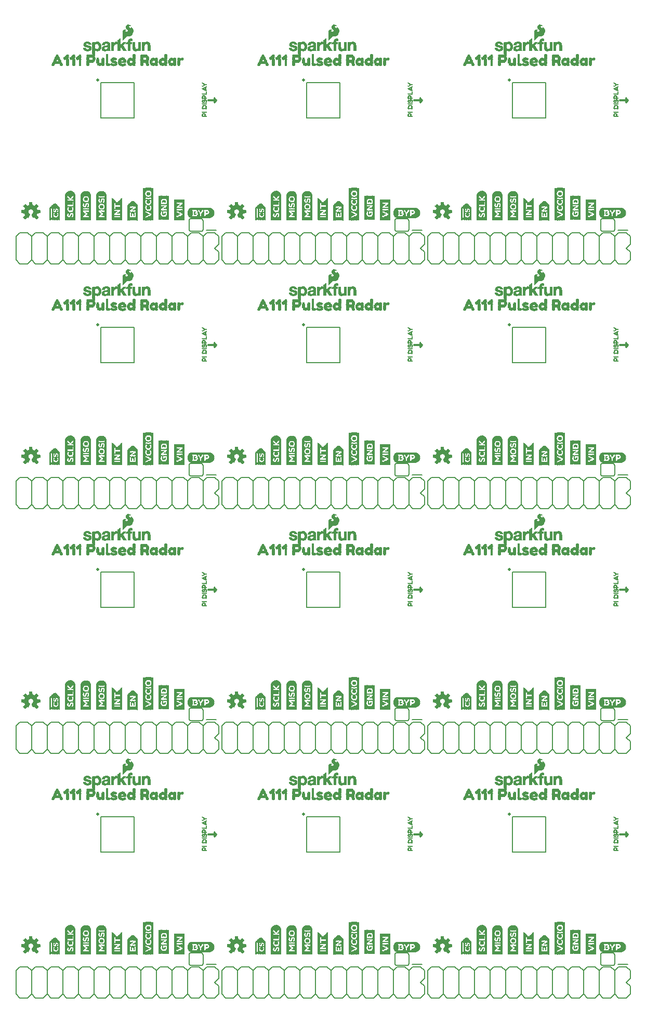
<source format=gto>
G04 EAGLE Gerber RS-274X export*
G75*
%MOMM*%
%FSLAX34Y34*%
%LPD*%
%INSilkscreen Top*%
%IPPOS*%
%AMOC8*
5,1,8,0,0,1.08239X$1,22.5*%
G01*
%ADD10C,0.254000*%
%ADD11C,0.304800*%
%ADD12C,0.203200*%
%ADD13C,0.508000*%
%ADD14R,0.040000X4.160000*%
%ADD15R,0.040000X4.280000*%
%ADD16R,0.040000X4.360000*%
%ADD17R,0.040000X4.440000*%
%ADD18R,0.040000X4.480000*%
%ADD19R,0.040000X4.520000*%
%ADD20R,0.040000X4.560000*%
%ADD21R,0.040000X0.680000*%
%ADD22R,0.040000X0.840000*%
%ADD23R,0.040000X1.840000*%
%ADD24R,0.040000X0.800000*%
%ADD25R,0.040000X0.600000*%
%ADD26R,0.040000X0.560000*%
%ADD27R,0.040000X0.240000*%
%ADD28R,0.040000X0.320000*%
%ADD29R,0.040000X0.760000*%
%ADD30R,0.040000X0.440000*%
%ADD31R,0.040000X0.200000*%
%ADD32R,0.040000X0.280000*%
%ADD33R,0.040000X0.720000*%
%ADD34R,0.040000X0.520000*%
%ADD35R,0.040000X0.360000*%
%ADD36R,0.040000X0.120000*%
%ADD37R,0.040000X0.480000*%
%ADD38R,0.040000X0.160000*%
%ADD39R,0.040000X0.880000*%
%ADD40R,0.040000X0.920000*%
%ADD41R,0.040000X0.640000*%
%ADD42R,0.040000X0.400000*%
%ADD43R,0.040000X0.080000*%
%ADD44R,0.040000X1.000000*%
%ADD45R,0.040000X0.040000*%
%ADD46R,0.040000X1.040000*%
%ADD47R,0.040000X1.080000*%
%ADD48R,0.040000X1.120000*%
%ADD49R,0.040000X1.160000*%
%ADD50R,0.040000X1.200000*%
%ADD51R,0.040000X2.320000*%
%ADD52R,0.040000X0.960000*%
%ADD53R,0.040000X2.120000*%
%ADD54R,0.040000X1.320000*%
%ADD55R,0.040000X3.640000*%
%ADD56R,0.040000X3.600000*%
%ADD57R,0.040000X3.560000*%
%ADD58R,0.040000X3.520000*%
%ADD59R,0.040000X3.480000*%
%ADD60R,0.040000X3.440000*%
%ADD61R,0.040000X3.400000*%
%ADD62R,0.040000X3.360000*%
%ADD63R,0.040000X3.880000*%
%ADD64R,0.040000X2.800000*%
%ADD65R,0.040000X2.000000*%
%ADD66R,0.040000X2.040000*%
%ADD67R,0.040000X2.160000*%
%ADD68R,0.040000X2.440000*%
%ADD69R,0.040000X2.480000*%
%ADD70R,0.040000X2.520000*%
%ADD71R,0.040000X2.560000*%
%ADD72R,0.040000X1.240000*%
%ADD73R,0.040000X2.200000*%
%ADD74R,0.280000X0.070000*%
%ADD75R,0.350000X0.070000*%
%ADD76R,0.070000X0.070000*%
%ADD77R,0.140000X0.070000*%
%ADD78R,0.630000X0.070000*%
%ADD79R,0.420000X0.070000*%
%ADD80R,0.490000X0.070000*%
%ADD81R,0.350000X0.080000*%
%ADD82R,0.420000X0.080000*%
%ADD83R,0.980000X0.080000*%
%ADD84R,0.490000X0.080000*%
%ADD85R,1.050000X0.080000*%
%ADD86R,1.190000X0.070000*%
%ADD87R,0.490000X0.060000*%
%ADD88R,0.560000X0.060000*%
%ADD89R,1.260000X0.060000*%
%ADD90R,0.420000X0.060000*%
%ADD91R,0.560000X0.080000*%
%ADD92R,0.630000X0.080000*%
%ADD93R,1.330000X0.080000*%
%ADD94R,0.700000X0.070000*%
%ADD95R,1.400000X0.070000*%
%ADD96R,0.770000X0.070000*%
%ADD97R,0.840000X0.070000*%
%ADD98R,0.770000X0.060000*%
%ADD99R,0.840000X0.060000*%
%ADD100R,0.910000X0.060000*%
%ADD101R,0.140000X0.060000*%
%ADD102R,0.840000X0.080000*%
%ADD103R,0.910000X0.080000*%
%ADD104R,0.700000X0.080000*%
%ADD105R,0.910000X0.070000*%
%ADD106R,1.120000X0.070000*%
%ADD107R,1.050000X0.070000*%
%ADD108R,0.980000X0.070000*%
%ADD109R,1.260000X0.070000*%
%ADD110R,0.560000X0.070000*%
%ADD111R,1.330000X0.070000*%
%ADD112R,1.470000X0.070000*%
%ADD113R,0.770000X0.080000*%
%ADD114R,1.400000X0.080000*%
%ADD115R,1.540000X0.070000*%
%ADD116R,1.680000X0.070000*%
%ADD117R,1.190000X0.060000*%
%ADD118R,0.700000X0.060000*%
%ADD119R,1.120000X0.060000*%
%ADD120R,0.350000X0.060000*%
%ADD121R,0.030000X0.270000*%
%ADD122R,0.030000X0.060000*%
%ADD123R,0.030000X0.240000*%
%ADD124R,0.030000X0.210000*%
%ADD125R,0.030000X0.300000*%
%ADD126R,0.030000X0.030000*%
%ADD127R,0.040000X0.420000*%
%ADD128R,0.040000X0.180000*%
%ADD129R,0.040000X0.450000*%
%ADD130R,0.040000X0.150000*%
%ADD131R,0.030000X0.510000*%
%ADD132R,0.030000X0.180000*%
%ADD133R,0.030000X0.420000*%
%ADD134R,0.030000X0.540000*%
%ADD135R,0.030000X0.570000*%
%ADD136R,0.030000X0.480000*%
%ADD137R,0.030000X0.600000*%
%ADD138R,0.040000X0.210000*%
%ADD139R,0.040000X0.630000*%
%ADD140R,0.040000X0.510000*%
%ADD141R,0.040000X0.570000*%
%ADD142R,0.040000X0.270000*%
%ADD143R,0.030000X0.660000*%
%ADD144R,0.030000X0.090000*%
%ADD145R,0.030000X0.330000*%
%ADD146R,0.030000X0.360000*%
%ADD147R,0.040000X0.390000*%
%ADD148R,0.030000X0.450000*%
%ADD149R,0.030000X0.390000*%
%ADD150R,0.030000X0.720000*%
%ADD151R,0.030000X0.150000*%
%ADD152R,0.040000X2.600000*%
%ADD153R,0.040000X2.640000*%
%ADD154R,0.040000X2.680000*%
%ADD155R,0.040000X2.720000*%
%ADD156R,0.040000X2.760000*%
%ADD157C,0.152400*%
%ADD158R,3.160000X0.040000*%
%ADD159R,3.400000X0.040000*%
%ADD160R,3.560000X0.040000*%
%ADD161R,3.720000X0.040000*%
%ADD162R,3.800000X0.040000*%
%ADD163R,3.880000X0.040000*%
%ADD164R,3.960000X0.040000*%
%ADD165R,1.680000X0.040000*%
%ADD166R,0.560000X0.040000*%
%ADD167R,0.720000X0.040000*%
%ADD168R,0.280000X0.040000*%
%ADD169R,0.480000X0.040000*%
%ADD170R,0.160000X0.040000*%
%ADD171R,0.920000X0.040000*%
%ADD172R,0.200000X0.040000*%
%ADD173R,0.440000X0.040000*%
%ADD174R,0.080000X0.040000*%
%ADD175R,0.840000X0.040000*%
%ADD176R,0.760000X0.040000*%
%ADD177R,0.360000X0.040000*%
%ADD178R,0.120000X0.040000*%
%ADD179R,0.320000X0.040000*%
%ADD180R,0.800000X0.040000*%
%ADD181R,0.240000X0.040000*%
%ADD182R,0.400000X0.040000*%
%ADD183R,0.880000X0.040000*%
%ADD184R,0.960000X0.040000*%
%ADD185R,1.000000X0.040000*%
%ADD186R,1.080000X0.040000*%
%ADD187R,1.320000X0.040000*%
%ADD188R,1.280000X0.040000*%
%ADD189R,1.240000X0.040000*%
%ADD190R,0.520000X0.040000*%
%ADD191R,0.640000X0.040000*%
%ADD192R,0.040000X3.320000*%
%ADD193R,0.040000X1.960000*%
%ADD194R,0.040000X5.320000*%

G36*
X368730Y471316D02*
X368730Y471316D01*
X368838Y471326D01*
X368851Y471332D01*
X368865Y471334D01*
X368962Y471382D01*
X369061Y471427D01*
X369074Y471438D01*
X369083Y471442D01*
X369098Y471458D01*
X369175Y471520D01*
X371760Y474105D01*
X371823Y474194D01*
X371889Y474279D01*
X371894Y474292D01*
X371902Y474304D01*
X371933Y474407D01*
X371969Y474510D01*
X371969Y474524D01*
X371973Y474537D01*
X371969Y474645D01*
X371970Y474754D01*
X371965Y474767D01*
X371965Y474781D01*
X371927Y474883D01*
X371892Y474985D01*
X371883Y475000D01*
X371879Y475009D01*
X371865Y475026D01*
X371811Y475108D01*
X369047Y478498D01*
X369604Y479580D01*
X369610Y479600D01*
X369652Y479695D01*
X370023Y480854D01*
X374374Y481297D01*
X374478Y481325D01*
X374584Y481350D01*
X374596Y481357D01*
X374609Y481360D01*
X374699Y481421D01*
X374792Y481478D01*
X374800Y481489D01*
X374812Y481497D01*
X374878Y481583D01*
X374947Y481667D01*
X374951Y481680D01*
X374960Y481691D01*
X374994Y481794D01*
X375033Y481895D01*
X375034Y481913D01*
X375038Y481922D01*
X375038Y481944D01*
X375047Y482042D01*
X375047Y485698D01*
X375030Y485805D01*
X375016Y485913D01*
X375010Y485925D01*
X375008Y485939D01*
X374956Y486035D01*
X374909Y486132D01*
X374899Y486142D01*
X374893Y486154D01*
X374813Y486228D01*
X374737Y486305D01*
X374725Y486311D01*
X374715Y486321D01*
X374616Y486366D01*
X374519Y486414D01*
X374501Y486418D01*
X374492Y486422D01*
X374471Y486424D01*
X374374Y486443D01*
X370023Y486886D01*
X369652Y488045D01*
X369643Y488062D01*
X369641Y488070D01*
X369637Y488077D01*
X369604Y488160D01*
X369047Y489242D01*
X371811Y492632D01*
X371865Y492726D01*
X371922Y492818D01*
X371925Y492831D01*
X371932Y492843D01*
X371953Y492950D01*
X371978Y493055D01*
X371976Y493069D01*
X371979Y493083D01*
X371964Y493190D01*
X371954Y493298D01*
X371948Y493311D01*
X371946Y493325D01*
X371898Y493422D01*
X371853Y493521D01*
X371842Y493534D01*
X371838Y493543D01*
X371822Y493558D01*
X371760Y493635D01*
X369175Y496220D01*
X369086Y496283D01*
X369001Y496349D01*
X368988Y496354D01*
X368976Y496362D01*
X368873Y496393D01*
X368770Y496429D01*
X368756Y496429D01*
X368743Y496433D01*
X368635Y496429D01*
X368526Y496430D01*
X368513Y496425D01*
X368499Y496425D01*
X368397Y496387D01*
X368295Y496352D01*
X368280Y496343D01*
X368271Y496339D01*
X368254Y496325D01*
X368172Y496271D01*
X364782Y493507D01*
X363700Y494064D01*
X363680Y494070D01*
X363585Y494112D01*
X362426Y494483D01*
X361983Y498834D01*
X361955Y498938D01*
X361930Y499044D01*
X361923Y499056D01*
X361920Y499069D01*
X361859Y499159D01*
X361802Y499252D01*
X361791Y499260D01*
X361783Y499272D01*
X361697Y499338D01*
X361613Y499407D01*
X361600Y499411D01*
X361589Y499420D01*
X361486Y499454D01*
X361385Y499493D01*
X361367Y499494D01*
X361358Y499498D01*
X361336Y499498D01*
X361238Y499507D01*
X357582Y499507D01*
X357475Y499490D01*
X357367Y499476D01*
X357355Y499470D01*
X357341Y499468D01*
X357245Y499416D01*
X357148Y499369D01*
X357138Y499359D01*
X357126Y499353D01*
X357052Y499273D01*
X356975Y499197D01*
X356969Y499185D01*
X356959Y499175D01*
X356914Y499076D01*
X356866Y498979D01*
X356862Y498961D01*
X356858Y498952D01*
X356856Y498931D01*
X356837Y498834D01*
X356394Y494483D01*
X355235Y494112D01*
X355217Y494102D01*
X355120Y494064D01*
X354038Y493507D01*
X350648Y496271D01*
X350554Y496325D01*
X350462Y496382D01*
X350449Y496385D01*
X350437Y496392D01*
X350330Y496413D01*
X350225Y496438D01*
X350211Y496436D01*
X350197Y496439D01*
X350090Y496424D01*
X349982Y496414D01*
X349969Y496408D01*
X349956Y496406D01*
X349858Y496358D01*
X349759Y496313D01*
X349746Y496302D01*
X349737Y496298D01*
X349722Y496282D01*
X349645Y496220D01*
X347060Y493635D01*
X346997Y493546D01*
X346931Y493461D01*
X346926Y493448D01*
X346918Y493436D01*
X346887Y493333D01*
X346851Y493230D01*
X346851Y493216D01*
X346847Y493203D01*
X346851Y493095D01*
X346850Y492986D01*
X346855Y492973D01*
X346855Y492959D01*
X346893Y492857D01*
X346928Y492755D01*
X346937Y492740D01*
X346941Y492731D01*
X346955Y492714D01*
X347009Y492632D01*
X349773Y489242D01*
X349216Y488160D01*
X349210Y488140D01*
X349168Y488045D01*
X348797Y486886D01*
X344446Y486443D01*
X344342Y486415D01*
X344236Y486390D01*
X344224Y486383D01*
X344211Y486380D01*
X344121Y486319D01*
X344028Y486262D01*
X344020Y486251D01*
X344008Y486243D01*
X343942Y486157D01*
X343874Y486073D01*
X343869Y486060D01*
X343860Y486049D01*
X343826Y485946D01*
X343787Y485845D01*
X343786Y485827D01*
X343782Y485818D01*
X343783Y485796D01*
X343773Y485698D01*
X343773Y482042D01*
X343790Y481935D01*
X343804Y481827D01*
X343810Y481815D01*
X343812Y481801D01*
X343864Y481705D01*
X343911Y481608D01*
X343921Y481598D01*
X343927Y481586D01*
X344007Y481512D01*
X344083Y481435D01*
X344095Y481429D01*
X344106Y481419D01*
X344204Y481374D01*
X344301Y481326D01*
X344319Y481322D01*
X344328Y481318D01*
X344349Y481316D01*
X344446Y481297D01*
X348797Y480854D01*
X349168Y479695D01*
X349178Y479677D01*
X349216Y479580D01*
X349773Y478498D01*
X347009Y475108D01*
X346955Y475014D01*
X346898Y474922D01*
X346895Y474909D01*
X346888Y474897D01*
X346867Y474790D01*
X346842Y474685D01*
X346844Y474671D01*
X346841Y474657D01*
X346856Y474550D01*
X346866Y474442D01*
X346872Y474429D01*
X346874Y474416D01*
X346922Y474318D01*
X346967Y474219D01*
X346978Y474206D01*
X346982Y474197D01*
X346998Y474182D01*
X347060Y474105D01*
X349645Y471520D01*
X349734Y471457D01*
X349819Y471391D01*
X349832Y471386D01*
X349844Y471378D01*
X349947Y471347D01*
X350050Y471311D01*
X350064Y471311D01*
X350077Y471307D01*
X350185Y471311D01*
X350294Y471310D01*
X350307Y471315D01*
X350321Y471315D01*
X350423Y471353D01*
X350525Y471388D01*
X350540Y471397D01*
X350549Y471401D01*
X350566Y471415D01*
X350648Y471469D01*
X354038Y474233D01*
X355120Y473676D01*
X355173Y473659D01*
X355222Y473633D01*
X355288Y473622D01*
X355352Y473601D01*
X355408Y473602D01*
X355462Y473593D01*
X355529Y473604D01*
X355596Y473605D01*
X355648Y473623D01*
X355703Y473632D01*
X355763Y473664D01*
X355826Y473687D01*
X355869Y473721D01*
X355919Y473747D01*
X355965Y473796D01*
X356017Y473838D01*
X356048Y473885D01*
X356086Y473925D01*
X356142Y474030D01*
X356150Y474043D01*
X356151Y474048D01*
X356155Y474055D01*
X358308Y479252D01*
X358328Y479336D01*
X358333Y479348D01*
X358335Y479364D01*
X358360Y479450D01*
X358359Y479470D01*
X358364Y479490D01*
X358356Y479572D01*
X358357Y479591D01*
X358353Y479611D01*
X358349Y479694D01*
X358342Y479713D01*
X358340Y479733D01*
X358308Y479802D01*
X358302Y479829D01*
X358287Y479853D01*
X358260Y479922D01*
X358247Y479937D01*
X358239Y479955D01*
X358194Y480004D01*
X358174Y480036D01*
X358142Y480062D01*
X358103Y480108D01*
X358082Y480123D01*
X358072Y480133D01*
X358051Y480145D01*
X357988Y480189D01*
X357985Y480191D01*
X357984Y480191D01*
X357982Y480193D01*
X357098Y480688D01*
X356419Y481315D01*
X355905Y482084D01*
X355585Y482952D01*
X355477Y483869D01*
X355590Y484804D01*
X355921Y485685D01*
X356453Y486462D01*
X357154Y487091D01*
X357984Y487534D01*
X358896Y487768D01*
X359838Y487778D01*
X360754Y487564D01*
X361594Y487139D01*
X362308Y486526D01*
X362857Y485761D01*
X363208Y484887D01*
X363341Y483955D01*
X363249Y483018D01*
X362937Y482130D01*
X362422Y481342D01*
X361735Y480698D01*
X360836Y480192D01*
X360796Y480159D01*
X360754Y480137D01*
X360723Y480104D01*
X360675Y480069D01*
X360662Y480052D01*
X360646Y480039D01*
X360611Y479985D01*
X360587Y479959D01*
X360574Y479928D01*
X360532Y479871D01*
X360526Y479851D01*
X360515Y479833D01*
X360497Y479760D01*
X360487Y479737D01*
X360484Y479713D01*
X360461Y479638D01*
X360462Y479617D01*
X360457Y479596D01*
X360464Y479512D01*
X360463Y479494D01*
X360466Y479478D01*
X360469Y479394D01*
X360477Y479368D01*
X360478Y479353D01*
X360488Y479331D01*
X360512Y479252D01*
X360820Y478507D01*
X360821Y478507D01*
X361131Y477758D01*
X361441Y477009D01*
X361441Y477008D01*
X361752Y476260D01*
X361752Y476259D01*
X362062Y475510D01*
X362372Y474761D01*
X362373Y474761D01*
X362665Y474055D01*
X362694Y474008D01*
X362715Y473956D01*
X362758Y473905D01*
X362794Y473848D01*
X362837Y473813D01*
X362873Y473770D01*
X362930Y473736D01*
X362982Y473693D01*
X363034Y473674D01*
X363082Y473645D01*
X363148Y473631D01*
X363211Y473607D01*
X363266Y473605D01*
X363320Y473594D01*
X363387Y473601D01*
X363454Y473599D01*
X363508Y473615D01*
X363563Y473622D01*
X363674Y473666D01*
X363688Y473670D01*
X363692Y473673D01*
X363700Y473676D01*
X364782Y474233D01*
X368172Y471469D01*
X368266Y471415D01*
X368358Y471358D01*
X368371Y471355D01*
X368383Y471348D01*
X368490Y471327D01*
X368595Y471302D01*
X368609Y471304D01*
X368623Y471301D01*
X368730Y471316D01*
G37*
G36*
X704010Y870096D02*
X704010Y870096D01*
X704118Y870106D01*
X704131Y870112D01*
X704145Y870114D01*
X704242Y870162D01*
X704341Y870207D01*
X704354Y870218D01*
X704363Y870222D01*
X704378Y870238D01*
X704455Y870300D01*
X707040Y872885D01*
X707103Y872974D01*
X707169Y873059D01*
X707174Y873072D01*
X707182Y873084D01*
X707213Y873187D01*
X707249Y873290D01*
X707249Y873304D01*
X707253Y873317D01*
X707249Y873425D01*
X707250Y873534D01*
X707245Y873547D01*
X707245Y873561D01*
X707207Y873663D01*
X707172Y873765D01*
X707163Y873780D01*
X707159Y873789D01*
X707145Y873806D01*
X707091Y873888D01*
X704327Y877278D01*
X704884Y878360D01*
X704890Y878380D01*
X704932Y878475D01*
X705303Y879634D01*
X709654Y880077D01*
X709758Y880105D01*
X709864Y880130D01*
X709876Y880137D01*
X709889Y880140D01*
X709979Y880201D01*
X710072Y880258D01*
X710080Y880269D01*
X710092Y880277D01*
X710158Y880363D01*
X710227Y880447D01*
X710231Y880460D01*
X710240Y880471D01*
X710274Y880574D01*
X710313Y880675D01*
X710314Y880693D01*
X710318Y880702D01*
X710318Y880724D01*
X710327Y880822D01*
X710327Y884478D01*
X710310Y884585D01*
X710296Y884693D01*
X710290Y884705D01*
X710288Y884719D01*
X710236Y884815D01*
X710189Y884912D01*
X710179Y884922D01*
X710173Y884934D01*
X710093Y885008D01*
X710017Y885085D01*
X710005Y885091D01*
X709995Y885101D01*
X709896Y885146D01*
X709799Y885194D01*
X709781Y885198D01*
X709772Y885202D01*
X709751Y885204D01*
X709654Y885223D01*
X705303Y885666D01*
X704932Y886825D01*
X704923Y886842D01*
X704921Y886850D01*
X704917Y886857D01*
X704884Y886940D01*
X704327Y888022D01*
X707091Y891412D01*
X707145Y891506D01*
X707202Y891598D01*
X707205Y891611D01*
X707212Y891623D01*
X707233Y891730D01*
X707258Y891835D01*
X707256Y891849D01*
X707259Y891863D01*
X707244Y891970D01*
X707234Y892078D01*
X707228Y892091D01*
X707226Y892105D01*
X707178Y892202D01*
X707133Y892301D01*
X707122Y892314D01*
X707118Y892323D01*
X707102Y892338D01*
X707040Y892415D01*
X704455Y895000D01*
X704366Y895063D01*
X704281Y895129D01*
X704268Y895134D01*
X704256Y895142D01*
X704153Y895173D01*
X704050Y895209D01*
X704036Y895209D01*
X704023Y895213D01*
X703915Y895209D01*
X703806Y895210D01*
X703793Y895205D01*
X703779Y895205D01*
X703677Y895167D01*
X703575Y895132D01*
X703560Y895123D01*
X703551Y895119D01*
X703534Y895105D01*
X703452Y895051D01*
X700062Y892287D01*
X698980Y892844D01*
X698960Y892850D01*
X698865Y892892D01*
X697706Y893263D01*
X697263Y897614D01*
X697235Y897718D01*
X697210Y897824D01*
X697203Y897836D01*
X697200Y897849D01*
X697139Y897939D01*
X697082Y898032D01*
X697071Y898040D01*
X697063Y898052D01*
X696977Y898118D01*
X696893Y898187D01*
X696880Y898191D01*
X696869Y898200D01*
X696766Y898234D01*
X696665Y898273D01*
X696647Y898274D01*
X696638Y898278D01*
X696616Y898278D01*
X696518Y898287D01*
X692862Y898287D01*
X692755Y898270D01*
X692647Y898256D01*
X692635Y898250D01*
X692621Y898248D01*
X692525Y898196D01*
X692428Y898149D01*
X692418Y898139D01*
X692406Y898133D01*
X692332Y898053D01*
X692255Y897977D01*
X692249Y897965D01*
X692239Y897955D01*
X692194Y897856D01*
X692146Y897759D01*
X692142Y897741D01*
X692138Y897732D01*
X692136Y897711D01*
X692117Y897614D01*
X691674Y893263D01*
X690515Y892892D01*
X690497Y892882D01*
X690400Y892844D01*
X689318Y892287D01*
X685928Y895051D01*
X685834Y895105D01*
X685742Y895162D01*
X685729Y895165D01*
X685717Y895172D01*
X685610Y895193D01*
X685505Y895218D01*
X685491Y895216D01*
X685477Y895219D01*
X685370Y895204D01*
X685262Y895194D01*
X685249Y895188D01*
X685236Y895186D01*
X685138Y895138D01*
X685039Y895093D01*
X685026Y895082D01*
X685017Y895078D01*
X685002Y895062D01*
X684925Y895000D01*
X682340Y892415D01*
X682277Y892326D01*
X682211Y892241D01*
X682206Y892228D01*
X682198Y892216D01*
X682167Y892113D01*
X682131Y892010D01*
X682131Y891996D01*
X682127Y891983D01*
X682131Y891875D01*
X682130Y891766D01*
X682135Y891753D01*
X682135Y891739D01*
X682173Y891637D01*
X682208Y891535D01*
X682217Y891520D01*
X682221Y891511D01*
X682235Y891494D01*
X682289Y891412D01*
X685053Y888022D01*
X684496Y886940D01*
X684490Y886920D01*
X684448Y886825D01*
X684077Y885666D01*
X679726Y885223D01*
X679622Y885195D01*
X679516Y885170D01*
X679504Y885163D01*
X679491Y885160D01*
X679401Y885099D01*
X679308Y885042D01*
X679300Y885031D01*
X679288Y885023D01*
X679222Y884937D01*
X679154Y884853D01*
X679149Y884840D01*
X679140Y884829D01*
X679106Y884726D01*
X679067Y884625D01*
X679066Y884607D01*
X679062Y884598D01*
X679063Y884576D01*
X679053Y884478D01*
X679053Y880822D01*
X679070Y880715D01*
X679084Y880607D01*
X679090Y880595D01*
X679092Y880581D01*
X679144Y880485D01*
X679191Y880388D01*
X679201Y880378D01*
X679207Y880366D01*
X679287Y880292D01*
X679363Y880215D01*
X679375Y880209D01*
X679386Y880199D01*
X679484Y880154D01*
X679581Y880106D01*
X679599Y880102D01*
X679608Y880098D01*
X679629Y880096D01*
X679726Y880077D01*
X684077Y879634D01*
X684448Y878475D01*
X684458Y878457D01*
X684496Y878360D01*
X685053Y877278D01*
X682289Y873888D01*
X682235Y873794D01*
X682178Y873702D01*
X682175Y873689D01*
X682168Y873677D01*
X682147Y873570D01*
X682122Y873465D01*
X682124Y873451D01*
X682121Y873437D01*
X682136Y873330D01*
X682146Y873222D01*
X682152Y873209D01*
X682154Y873196D01*
X682202Y873098D01*
X682247Y872999D01*
X682258Y872986D01*
X682262Y872977D01*
X682278Y872962D01*
X682340Y872885D01*
X684925Y870300D01*
X685014Y870237D01*
X685099Y870171D01*
X685112Y870166D01*
X685124Y870158D01*
X685227Y870127D01*
X685330Y870091D01*
X685344Y870091D01*
X685357Y870087D01*
X685465Y870091D01*
X685574Y870090D01*
X685587Y870095D01*
X685601Y870095D01*
X685703Y870133D01*
X685805Y870168D01*
X685820Y870177D01*
X685829Y870181D01*
X685846Y870195D01*
X685928Y870249D01*
X689318Y873013D01*
X690400Y872456D01*
X690453Y872439D01*
X690502Y872413D01*
X690568Y872402D01*
X690632Y872381D01*
X690688Y872382D01*
X690742Y872373D01*
X690809Y872384D01*
X690876Y872385D01*
X690928Y872403D01*
X690983Y872412D01*
X691043Y872444D01*
X691106Y872467D01*
X691149Y872501D01*
X691199Y872527D01*
X691245Y872576D01*
X691297Y872618D01*
X691328Y872665D01*
X691366Y872705D01*
X691422Y872810D01*
X691430Y872823D01*
X691431Y872828D01*
X691435Y872835D01*
X693588Y878032D01*
X693608Y878116D01*
X693613Y878128D01*
X693615Y878144D01*
X693640Y878230D01*
X693639Y878250D01*
X693644Y878270D01*
X693636Y878352D01*
X693637Y878371D01*
X693633Y878391D01*
X693629Y878474D01*
X693622Y878493D01*
X693620Y878513D01*
X693588Y878582D01*
X693582Y878609D01*
X693567Y878633D01*
X693540Y878702D01*
X693527Y878717D01*
X693519Y878735D01*
X693474Y878784D01*
X693454Y878816D01*
X693422Y878842D01*
X693383Y878888D01*
X693362Y878903D01*
X693352Y878913D01*
X693331Y878925D01*
X693268Y878969D01*
X693265Y878971D01*
X693264Y878971D01*
X693262Y878973D01*
X692378Y879468D01*
X691699Y880095D01*
X691185Y880864D01*
X690865Y881732D01*
X690757Y882649D01*
X690870Y883584D01*
X691201Y884465D01*
X691733Y885242D01*
X692434Y885871D01*
X693264Y886314D01*
X694176Y886548D01*
X695118Y886558D01*
X696034Y886344D01*
X696874Y885919D01*
X697588Y885306D01*
X698137Y884541D01*
X698488Y883667D01*
X698621Y882735D01*
X698529Y881798D01*
X698217Y880910D01*
X697702Y880122D01*
X697015Y879478D01*
X696116Y878972D01*
X696076Y878939D01*
X696034Y878917D01*
X696003Y878884D01*
X695955Y878849D01*
X695942Y878832D01*
X695926Y878819D01*
X695891Y878765D01*
X695867Y878739D01*
X695854Y878708D01*
X695812Y878651D01*
X695806Y878631D01*
X695795Y878613D01*
X695777Y878540D01*
X695767Y878517D01*
X695764Y878493D01*
X695741Y878418D01*
X695742Y878397D01*
X695737Y878376D01*
X695744Y878292D01*
X695743Y878274D01*
X695746Y878258D01*
X695749Y878174D01*
X695757Y878148D01*
X695758Y878133D01*
X695768Y878111D01*
X695792Y878032D01*
X696100Y877287D01*
X696101Y877287D01*
X696411Y876538D01*
X696721Y875789D01*
X696721Y875788D01*
X697032Y875040D01*
X697032Y875039D01*
X697342Y874290D01*
X697652Y873541D01*
X697653Y873541D01*
X697945Y872835D01*
X697974Y872788D01*
X697995Y872736D01*
X698038Y872685D01*
X698074Y872628D01*
X698117Y872593D01*
X698153Y872550D01*
X698210Y872516D01*
X698262Y872473D01*
X698314Y872454D01*
X698362Y872425D01*
X698428Y872411D01*
X698491Y872387D01*
X698546Y872385D01*
X698600Y872374D01*
X698667Y872381D01*
X698734Y872379D01*
X698788Y872395D01*
X698843Y872402D01*
X698954Y872446D01*
X698968Y872450D01*
X698972Y872453D01*
X698980Y872456D01*
X700062Y873013D01*
X703452Y870249D01*
X703546Y870195D01*
X703638Y870138D01*
X703651Y870135D01*
X703663Y870128D01*
X703770Y870107D01*
X703875Y870082D01*
X703889Y870084D01*
X703903Y870081D01*
X704010Y870096D01*
G37*
G36*
X368730Y870096D02*
X368730Y870096D01*
X368838Y870106D01*
X368851Y870112D01*
X368865Y870114D01*
X368962Y870162D01*
X369061Y870207D01*
X369074Y870218D01*
X369083Y870222D01*
X369098Y870238D01*
X369175Y870300D01*
X371760Y872885D01*
X371823Y872974D01*
X371889Y873059D01*
X371894Y873072D01*
X371902Y873084D01*
X371933Y873187D01*
X371969Y873290D01*
X371969Y873304D01*
X371973Y873317D01*
X371969Y873425D01*
X371970Y873534D01*
X371965Y873547D01*
X371965Y873561D01*
X371927Y873663D01*
X371892Y873765D01*
X371883Y873780D01*
X371879Y873789D01*
X371865Y873806D01*
X371811Y873888D01*
X369047Y877278D01*
X369604Y878360D01*
X369610Y878380D01*
X369652Y878475D01*
X370023Y879634D01*
X374374Y880077D01*
X374478Y880105D01*
X374584Y880130D01*
X374596Y880137D01*
X374609Y880140D01*
X374699Y880201D01*
X374792Y880258D01*
X374800Y880269D01*
X374812Y880277D01*
X374878Y880363D01*
X374947Y880447D01*
X374951Y880460D01*
X374960Y880471D01*
X374994Y880574D01*
X375033Y880675D01*
X375034Y880693D01*
X375038Y880702D01*
X375038Y880724D01*
X375047Y880822D01*
X375047Y884478D01*
X375030Y884585D01*
X375016Y884693D01*
X375010Y884705D01*
X375008Y884719D01*
X374956Y884815D01*
X374909Y884912D01*
X374899Y884922D01*
X374893Y884934D01*
X374813Y885008D01*
X374737Y885085D01*
X374725Y885091D01*
X374715Y885101D01*
X374616Y885146D01*
X374519Y885194D01*
X374501Y885198D01*
X374492Y885202D01*
X374471Y885204D01*
X374374Y885223D01*
X370023Y885666D01*
X369652Y886825D01*
X369643Y886842D01*
X369641Y886850D01*
X369637Y886857D01*
X369604Y886940D01*
X369047Y888022D01*
X371811Y891412D01*
X371865Y891506D01*
X371922Y891598D01*
X371925Y891611D01*
X371932Y891623D01*
X371953Y891730D01*
X371978Y891835D01*
X371976Y891849D01*
X371979Y891863D01*
X371964Y891970D01*
X371954Y892078D01*
X371948Y892091D01*
X371946Y892105D01*
X371898Y892202D01*
X371853Y892301D01*
X371842Y892314D01*
X371838Y892323D01*
X371822Y892338D01*
X371760Y892415D01*
X369175Y895000D01*
X369086Y895063D01*
X369001Y895129D01*
X368988Y895134D01*
X368976Y895142D01*
X368873Y895173D01*
X368770Y895209D01*
X368756Y895209D01*
X368743Y895213D01*
X368635Y895209D01*
X368526Y895210D01*
X368513Y895205D01*
X368499Y895205D01*
X368397Y895167D01*
X368295Y895132D01*
X368280Y895123D01*
X368271Y895119D01*
X368254Y895105D01*
X368172Y895051D01*
X364782Y892287D01*
X363700Y892844D01*
X363680Y892850D01*
X363585Y892892D01*
X362426Y893263D01*
X361983Y897614D01*
X361955Y897718D01*
X361930Y897824D01*
X361923Y897836D01*
X361920Y897849D01*
X361859Y897939D01*
X361802Y898032D01*
X361791Y898040D01*
X361783Y898052D01*
X361697Y898118D01*
X361613Y898187D01*
X361600Y898191D01*
X361589Y898200D01*
X361486Y898234D01*
X361385Y898273D01*
X361367Y898274D01*
X361358Y898278D01*
X361336Y898278D01*
X361238Y898287D01*
X357582Y898287D01*
X357475Y898270D01*
X357367Y898256D01*
X357355Y898250D01*
X357341Y898248D01*
X357245Y898196D01*
X357148Y898149D01*
X357138Y898139D01*
X357126Y898133D01*
X357052Y898053D01*
X356975Y897977D01*
X356969Y897965D01*
X356959Y897955D01*
X356914Y897856D01*
X356866Y897759D01*
X356862Y897741D01*
X356858Y897732D01*
X356856Y897711D01*
X356837Y897614D01*
X356394Y893263D01*
X355235Y892892D01*
X355217Y892882D01*
X355120Y892844D01*
X354038Y892287D01*
X350648Y895051D01*
X350554Y895105D01*
X350462Y895162D01*
X350449Y895165D01*
X350437Y895172D01*
X350330Y895193D01*
X350225Y895218D01*
X350211Y895216D01*
X350197Y895219D01*
X350090Y895204D01*
X349982Y895194D01*
X349969Y895188D01*
X349956Y895186D01*
X349858Y895138D01*
X349759Y895093D01*
X349746Y895082D01*
X349737Y895078D01*
X349722Y895062D01*
X349645Y895000D01*
X347060Y892415D01*
X346997Y892326D01*
X346931Y892241D01*
X346926Y892228D01*
X346918Y892216D01*
X346887Y892113D01*
X346851Y892010D01*
X346851Y891996D01*
X346847Y891983D01*
X346851Y891875D01*
X346850Y891766D01*
X346855Y891753D01*
X346855Y891739D01*
X346893Y891637D01*
X346928Y891535D01*
X346937Y891520D01*
X346941Y891511D01*
X346955Y891494D01*
X347009Y891412D01*
X349773Y888022D01*
X349216Y886940D01*
X349210Y886920D01*
X349168Y886825D01*
X348797Y885666D01*
X344446Y885223D01*
X344342Y885195D01*
X344236Y885170D01*
X344224Y885163D01*
X344211Y885160D01*
X344121Y885099D01*
X344028Y885042D01*
X344020Y885031D01*
X344008Y885023D01*
X343942Y884937D01*
X343874Y884853D01*
X343869Y884840D01*
X343860Y884829D01*
X343826Y884726D01*
X343787Y884625D01*
X343786Y884607D01*
X343782Y884598D01*
X343783Y884576D01*
X343773Y884478D01*
X343773Y880822D01*
X343790Y880715D01*
X343804Y880607D01*
X343810Y880595D01*
X343812Y880581D01*
X343864Y880485D01*
X343911Y880388D01*
X343921Y880378D01*
X343927Y880366D01*
X344007Y880292D01*
X344083Y880215D01*
X344095Y880209D01*
X344106Y880199D01*
X344204Y880154D01*
X344301Y880106D01*
X344319Y880102D01*
X344328Y880098D01*
X344349Y880096D01*
X344446Y880077D01*
X348797Y879634D01*
X349168Y878475D01*
X349178Y878457D01*
X349216Y878360D01*
X349773Y877278D01*
X347009Y873888D01*
X346955Y873794D01*
X346898Y873702D01*
X346895Y873689D01*
X346888Y873677D01*
X346867Y873570D01*
X346842Y873465D01*
X346844Y873451D01*
X346841Y873437D01*
X346856Y873330D01*
X346866Y873222D01*
X346872Y873209D01*
X346874Y873196D01*
X346922Y873098D01*
X346967Y872999D01*
X346978Y872986D01*
X346982Y872977D01*
X346998Y872962D01*
X347060Y872885D01*
X349645Y870300D01*
X349734Y870237D01*
X349819Y870171D01*
X349832Y870166D01*
X349844Y870158D01*
X349947Y870127D01*
X350050Y870091D01*
X350064Y870091D01*
X350077Y870087D01*
X350185Y870091D01*
X350294Y870090D01*
X350307Y870095D01*
X350321Y870095D01*
X350423Y870133D01*
X350525Y870168D01*
X350540Y870177D01*
X350549Y870181D01*
X350566Y870195D01*
X350648Y870249D01*
X354038Y873013D01*
X355120Y872456D01*
X355173Y872439D01*
X355222Y872413D01*
X355288Y872402D01*
X355352Y872381D01*
X355408Y872382D01*
X355462Y872373D01*
X355529Y872384D01*
X355596Y872385D01*
X355648Y872403D01*
X355703Y872412D01*
X355763Y872444D01*
X355826Y872467D01*
X355869Y872501D01*
X355919Y872527D01*
X355965Y872576D01*
X356017Y872618D01*
X356048Y872665D01*
X356086Y872705D01*
X356142Y872810D01*
X356150Y872823D01*
X356151Y872828D01*
X356155Y872835D01*
X358308Y878032D01*
X358328Y878116D01*
X358333Y878128D01*
X358335Y878144D01*
X358360Y878230D01*
X358359Y878250D01*
X358364Y878270D01*
X358356Y878352D01*
X358357Y878371D01*
X358353Y878391D01*
X358349Y878474D01*
X358342Y878493D01*
X358340Y878513D01*
X358308Y878582D01*
X358302Y878609D01*
X358287Y878633D01*
X358260Y878702D01*
X358247Y878717D01*
X358239Y878735D01*
X358194Y878784D01*
X358174Y878816D01*
X358142Y878842D01*
X358103Y878888D01*
X358082Y878903D01*
X358072Y878913D01*
X358051Y878925D01*
X357988Y878969D01*
X357985Y878971D01*
X357984Y878971D01*
X357982Y878973D01*
X357098Y879468D01*
X356419Y880095D01*
X355905Y880864D01*
X355585Y881732D01*
X355477Y882649D01*
X355590Y883584D01*
X355921Y884465D01*
X356453Y885242D01*
X357154Y885871D01*
X357984Y886314D01*
X358896Y886548D01*
X359838Y886558D01*
X360754Y886344D01*
X361594Y885919D01*
X362308Y885306D01*
X362857Y884541D01*
X363208Y883667D01*
X363341Y882735D01*
X363249Y881798D01*
X362937Y880910D01*
X362422Y880122D01*
X361735Y879478D01*
X360836Y878972D01*
X360796Y878939D01*
X360754Y878917D01*
X360723Y878884D01*
X360675Y878849D01*
X360662Y878832D01*
X360646Y878819D01*
X360611Y878765D01*
X360587Y878739D01*
X360574Y878708D01*
X360532Y878651D01*
X360526Y878631D01*
X360515Y878613D01*
X360497Y878540D01*
X360487Y878517D01*
X360484Y878493D01*
X360461Y878418D01*
X360462Y878397D01*
X360457Y878376D01*
X360464Y878292D01*
X360463Y878274D01*
X360466Y878258D01*
X360469Y878174D01*
X360477Y878148D01*
X360478Y878133D01*
X360488Y878111D01*
X360512Y878032D01*
X360820Y877287D01*
X360821Y877287D01*
X361131Y876538D01*
X361441Y875789D01*
X361441Y875788D01*
X361752Y875040D01*
X361752Y875039D01*
X362062Y874290D01*
X362372Y873541D01*
X362373Y873541D01*
X362665Y872835D01*
X362694Y872788D01*
X362715Y872736D01*
X362758Y872685D01*
X362794Y872628D01*
X362837Y872593D01*
X362873Y872550D01*
X362930Y872516D01*
X362982Y872473D01*
X363034Y872454D01*
X363082Y872425D01*
X363148Y872411D01*
X363211Y872387D01*
X363266Y872385D01*
X363320Y872374D01*
X363387Y872381D01*
X363454Y872379D01*
X363508Y872395D01*
X363563Y872402D01*
X363674Y872446D01*
X363688Y872450D01*
X363692Y872453D01*
X363700Y872456D01*
X364782Y873013D01*
X368172Y870249D01*
X368266Y870195D01*
X368358Y870138D01*
X368371Y870135D01*
X368383Y870128D01*
X368490Y870107D01*
X368595Y870082D01*
X368609Y870084D01*
X368623Y870081D01*
X368730Y870096D01*
G37*
G36*
X33450Y870096D02*
X33450Y870096D01*
X33558Y870106D01*
X33571Y870112D01*
X33585Y870114D01*
X33682Y870162D01*
X33781Y870207D01*
X33794Y870218D01*
X33803Y870222D01*
X33818Y870238D01*
X33895Y870300D01*
X36480Y872885D01*
X36543Y872974D01*
X36609Y873059D01*
X36614Y873072D01*
X36622Y873084D01*
X36653Y873187D01*
X36689Y873290D01*
X36689Y873304D01*
X36693Y873317D01*
X36689Y873425D01*
X36690Y873534D01*
X36685Y873547D01*
X36685Y873561D01*
X36647Y873663D01*
X36612Y873765D01*
X36603Y873780D01*
X36599Y873789D01*
X36585Y873806D01*
X36531Y873888D01*
X33767Y877278D01*
X34324Y878360D01*
X34330Y878380D01*
X34372Y878475D01*
X34743Y879634D01*
X39094Y880077D01*
X39198Y880105D01*
X39304Y880130D01*
X39316Y880137D01*
X39329Y880140D01*
X39419Y880201D01*
X39512Y880258D01*
X39520Y880269D01*
X39532Y880277D01*
X39598Y880363D01*
X39667Y880447D01*
X39671Y880460D01*
X39680Y880471D01*
X39714Y880574D01*
X39753Y880675D01*
X39754Y880693D01*
X39758Y880702D01*
X39758Y880724D01*
X39767Y880822D01*
X39767Y884478D01*
X39750Y884585D01*
X39736Y884693D01*
X39730Y884705D01*
X39728Y884719D01*
X39676Y884815D01*
X39629Y884912D01*
X39619Y884922D01*
X39613Y884934D01*
X39533Y885008D01*
X39457Y885085D01*
X39445Y885091D01*
X39435Y885101D01*
X39336Y885146D01*
X39239Y885194D01*
X39221Y885198D01*
X39212Y885202D01*
X39191Y885204D01*
X39094Y885223D01*
X34743Y885666D01*
X34372Y886825D01*
X34363Y886842D01*
X34361Y886850D01*
X34357Y886857D01*
X34324Y886940D01*
X33767Y888022D01*
X36531Y891412D01*
X36585Y891506D01*
X36642Y891598D01*
X36645Y891611D01*
X36652Y891623D01*
X36673Y891730D01*
X36698Y891835D01*
X36696Y891849D01*
X36699Y891863D01*
X36684Y891970D01*
X36674Y892078D01*
X36668Y892091D01*
X36666Y892105D01*
X36618Y892202D01*
X36573Y892301D01*
X36562Y892314D01*
X36558Y892323D01*
X36542Y892338D01*
X36480Y892415D01*
X33895Y895000D01*
X33806Y895063D01*
X33721Y895129D01*
X33708Y895134D01*
X33696Y895142D01*
X33593Y895173D01*
X33490Y895209D01*
X33476Y895209D01*
X33463Y895213D01*
X33355Y895209D01*
X33246Y895210D01*
X33233Y895205D01*
X33219Y895205D01*
X33117Y895167D01*
X33015Y895132D01*
X33000Y895123D01*
X32991Y895119D01*
X32974Y895105D01*
X32892Y895051D01*
X29502Y892287D01*
X28420Y892844D01*
X28400Y892850D01*
X28305Y892892D01*
X27146Y893263D01*
X26703Y897614D01*
X26675Y897718D01*
X26650Y897824D01*
X26643Y897836D01*
X26640Y897849D01*
X26579Y897939D01*
X26522Y898032D01*
X26511Y898040D01*
X26503Y898052D01*
X26417Y898118D01*
X26333Y898187D01*
X26320Y898191D01*
X26309Y898200D01*
X26206Y898234D01*
X26105Y898273D01*
X26087Y898274D01*
X26078Y898278D01*
X26056Y898278D01*
X25958Y898287D01*
X22302Y898287D01*
X22195Y898270D01*
X22087Y898256D01*
X22075Y898250D01*
X22061Y898248D01*
X21965Y898196D01*
X21868Y898149D01*
X21858Y898139D01*
X21846Y898133D01*
X21772Y898053D01*
X21695Y897977D01*
X21689Y897965D01*
X21679Y897955D01*
X21634Y897856D01*
X21586Y897759D01*
X21582Y897741D01*
X21578Y897732D01*
X21576Y897711D01*
X21557Y897614D01*
X21114Y893263D01*
X19955Y892892D01*
X19937Y892882D01*
X19840Y892844D01*
X18758Y892287D01*
X15368Y895051D01*
X15274Y895105D01*
X15182Y895162D01*
X15169Y895165D01*
X15157Y895172D01*
X15050Y895193D01*
X14945Y895218D01*
X14931Y895216D01*
X14917Y895219D01*
X14810Y895204D01*
X14702Y895194D01*
X14689Y895188D01*
X14676Y895186D01*
X14578Y895138D01*
X14479Y895093D01*
X14466Y895082D01*
X14457Y895078D01*
X14442Y895062D01*
X14365Y895000D01*
X11780Y892415D01*
X11717Y892326D01*
X11651Y892241D01*
X11646Y892228D01*
X11638Y892216D01*
X11607Y892113D01*
X11571Y892010D01*
X11571Y891996D01*
X11567Y891983D01*
X11571Y891875D01*
X11570Y891766D01*
X11575Y891753D01*
X11575Y891739D01*
X11613Y891637D01*
X11648Y891535D01*
X11657Y891520D01*
X11661Y891511D01*
X11675Y891494D01*
X11729Y891412D01*
X14493Y888022D01*
X13936Y886940D01*
X13930Y886920D01*
X13888Y886825D01*
X13517Y885666D01*
X9166Y885223D01*
X9062Y885195D01*
X8956Y885170D01*
X8944Y885163D01*
X8931Y885160D01*
X8841Y885099D01*
X8748Y885042D01*
X8740Y885031D01*
X8728Y885023D01*
X8662Y884937D01*
X8594Y884853D01*
X8589Y884840D01*
X8580Y884829D01*
X8546Y884726D01*
X8507Y884625D01*
X8506Y884607D01*
X8502Y884598D01*
X8503Y884576D01*
X8493Y884478D01*
X8493Y880822D01*
X8510Y880715D01*
X8524Y880607D01*
X8530Y880595D01*
X8532Y880581D01*
X8584Y880485D01*
X8631Y880388D01*
X8641Y880378D01*
X8647Y880366D01*
X8727Y880292D01*
X8803Y880215D01*
X8815Y880209D01*
X8826Y880199D01*
X8924Y880154D01*
X9021Y880106D01*
X9039Y880102D01*
X9048Y880098D01*
X9069Y880096D01*
X9166Y880077D01*
X13517Y879634D01*
X13888Y878475D01*
X13898Y878457D01*
X13936Y878360D01*
X14493Y877278D01*
X11729Y873888D01*
X11675Y873794D01*
X11618Y873702D01*
X11615Y873689D01*
X11608Y873677D01*
X11587Y873570D01*
X11562Y873465D01*
X11564Y873451D01*
X11561Y873437D01*
X11576Y873330D01*
X11586Y873222D01*
X11592Y873209D01*
X11594Y873196D01*
X11642Y873098D01*
X11687Y872999D01*
X11698Y872986D01*
X11702Y872977D01*
X11718Y872962D01*
X11780Y872885D01*
X14365Y870300D01*
X14454Y870237D01*
X14539Y870171D01*
X14552Y870166D01*
X14564Y870158D01*
X14667Y870127D01*
X14770Y870091D01*
X14784Y870091D01*
X14797Y870087D01*
X14905Y870091D01*
X15014Y870090D01*
X15027Y870095D01*
X15041Y870095D01*
X15143Y870133D01*
X15245Y870168D01*
X15260Y870177D01*
X15269Y870181D01*
X15286Y870195D01*
X15368Y870249D01*
X18758Y873013D01*
X19840Y872456D01*
X19893Y872439D01*
X19942Y872413D01*
X20008Y872402D01*
X20072Y872381D01*
X20128Y872382D01*
X20182Y872373D01*
X20249Y872384D01*
X20316Y872385D01*
X20368Y872403D01*
X20423Y872412D01*
X20483Y872444D01*
X20546Y872467D01*
X20589Y872501D01*
X20639Y872527D01*
X20685Y872576D01*
X20737Y872618D01*
X20768Y872665D01*
X20806Y872705D01*
X20862Y872810D01*
X20870Y872823D01*
X20871Y872828D01*
X20875Y872835D01*
X23028Y878032D01*
X23048Y878116D01*
X23053Y878128D01*
X23055Y878144D01*
X23080Y878230D01*
X23079Y878250D01*
X23084Y878270D01*
X23076Y878352D01*
X23077Y878371D01*
X23073Y878391D01*
X23069Y878474D01*
X23062Y878493D01*
X23060Y878513D01*
X23028Y878582D01*
X23022Y878609D01*
X23007Y878633D01*
X22980Y878702D01*
X22967Y878717D01*
X22959Y878735D01*
X22914Y878784D01*
X22894Y878816D01*
X22862Y878842D01*
X22823Y878888D01*
X22802Y878903D01*
X22792Y878913D01*
X22771Y878925D01*
X22708Y878969D01*
X22705Y878971D01*
X22704Y878971D01*
X22702Y878973D01*
X21818Y879468D01*
X21139Y880095D01*
X20625Y880864D01*
X20305Y881732D01*
X20197Y882649D01*
X20310Y883584D01*
X20641Y884465D01*
X21173Y885242D01*
X21874Y885871D01*
X22704Y886314D01*
X23616Y886548D01*
X24558Y886558D01*
X25474Y886344D01*
X26314Y885919D01*
X27028Y885306D01*
X27577Y884541D01*
X27928Y883667D01*
X28061Y882735D01*
X27969Y881798D01*
X27657Y880910D01*
X27142Y880122D01*
X26455Y879478D01*
X25556Y878972D01*
X25516Y878939D01*
X25474Y878917D01*
X25443Y878884D01*
X25395Y878849D01*
X25382Y878832D01*
X25366Y878819D01*
X25331Y878765D01*
X25307Y878739D01*
X25294Y878708D01*
X25252Y878651D01*
X25246Y878631D01*
X25235Y878613D01*
X25217Y878540D01*
X25207Y878517D01*
X25204Y878493D01*
X25181Y878418D01*
X25182Y878397D01*
X25177Y878376D01*
X25184Y878292D01*
X25183Y878274D01*
X25186Y878258D01*
X25189Y878174D01*
X25197Y878148D01*
X25198Y878133D01*
X25208Y878111D01*
X25232Y878032D01*
X25540Y877287D01*
X25541Y877287D01*
X25851Y876538D01*
X26161Y875789D01*
X26161Y875788D01*
X26472Y875040D01*
X26472Y875039D01*
X26782Y874290D01*
X27092Y873541D01*
X27093Y873541D01*
X27385Y872835D01*
X27414Y872788D01*
X27435Y872736D01*
X27478Y872685D01*
X27514Y872628D01*
X27557Y872593D01*
X27593Y872550D01*
X27650Y872516D01*
X27702Y872473D01*
X27754Y872454D01*
X27802Y872425D01*
X27868Y872411D01*
X27931Y872387D01*
X27986Y872385D01*
X28040Y872374D01*
X28107Y872381D01*
X28174Y872379D01*
X28228Y872395D01*
X28283Y872402D01*
X28394Y872446D01*
X28408Y872450D01*
X28412Y872453D01*
X28420Y872456D01*
X29502Y873013D01*
X32892Y870249D01*
X32986Y870195D01*
X33078Y870138D01*
X33091Y870135D01*
X33103Y870128D01*
X33210Y870107D01*
X33315Y870082D01*
X33329Y870084D01*
X33343Y870081D01*
X33450Y870096D01*
G37*
G36*
X33450Y72536D02*
X33450Y72536D01*
X33558Y72546D01*
X33571Y72552D01*
X33585Y72554D01*
X33682Y72602D01*
X33781Y72647D01*
X33794Y72658D01*
X33803Y72662D01*
X33818Y72678D01*
X33895Y72740D01*
X36480Y75325D01*
X36543Y75414D01*
X36609Y75499D01*
X36614Y75512D01*
X36622Y75524D01*
X36653Y75627D01*
X36689Y75730D01*
X36689Y75744D01*
X36693Y75757D01*
X36689Y75865D01*
X36690Y75974D01*
X36685Y75987D01*
X36685Y76001D01*
X36647Y76103D01*
X36612Y76205D01*
X36603Y76220D01*
X36599Y76229D01*
X36585Y76246D01*
X36531Y76328D01*
X33767Y79718D01*
X34324Y80800D01*
X34330Y80820D01*
X34372Y80915D01*
X34743Y82074D01*
X39094Y82517D01*
X39198Y82545D01*
X39304Y82570D01*
X39316Y82577D01*
X39329Y82580D01*
X39419Y82641D01*
X39512Y82698D01*
X39520Y82709D01*
X39532Y82717D01*
X39598Y82803D01*
X39667Y82887D01*
X39671Y82900D01*
X39680Y82911D01*
X39714Y83014D01*
X39753Y83115D01*
X39754Y83133D01*
X39758Y83142D01*
X39758Y83164D01*
X39767Y83262D01*
X39767Y86918D01*
X39750Y87025D01*
X39736Y87133D01*
X39730Y87145D01*
X39728Y87159D01*
X39676Y87255D01*
X39629Y87352D01*
X39619Y87362D01*
X39613Y87374D01*
X39533Y87448D01*
X39457Y87525D01*
X39445Y87531D01*
X39435Y87541D01*
X39336Y87586D01*
X39239Y87634D01*
X39221Y87638D01*
X39212Y87642D01*
X39191Y87644D01*
X39094Y87663D01*
X34743Y88106D01*
X34372Y89265D01*
X34363Y89282D01*
X34361Y89290D01*
X34357Y89297D01*
X34324Y89380D01*
X33767Y90462D01*
X36531Y93852D01*
X36585Y93946D01*
X36642Y94038D01*
X36645Y94051D01*
X36652Y94063D01*
X36673Y94170D01*
X36698Y94275D01*
X36696Y94289D01*
X36699Y94303D01*
X36684Y94410D01*
X36674Y94518D01*
X36668Y94531D01*
X36666Y94545D01*
X36618Y94642D01*
X36573Y94741D01*
X36562Y94754D01*
X36558Y94763D01*
X36542Y94778D01*
X36480Y94855D01*
X33895Y97440D01*
X33806Y97503D01*
X33721Y97569D01*
X33708Y97574D01*
X33696Y97582D01*
X33593Y97613D01*
X33490Y97649D01*
X33476Y97649D01*
X33463Y97653D01*
X33355Y97649D01*
X33246Y97650D01*
X33233Y97645D01*
X33219Y97645D01*
X33117Y97607D01*
X33015Y97572D01*
X33000Y97563D01*
X32991Y97559D01*
X32974Y97545D01*
X32892Y97491D01*
X29502Y94727D01*
X28420Y95284D01*
X28400Y95290D01*
X28305Y95332D01*
X27146Y95703D01*
X26703Y100054D01*
X26675Y100158D01*
X26650Y100264D01*
X26643Y100276D01*
X26640Y100289D01*
X26579Y100379D01*
X26522Y100472D01*
X26511Y100480D01*
X26503Y100492D01*
X26417Y100558D01*
X26333Y100627D01*
X26320Y100631D01*
X26309Y100640D01*
X26206Y100674D01*
X26105Y100713D01*
X26087Y100714D01*
X26078Y100718D01*
X26056Y100718D01*
X25958Y100727D01*
X22302Y100727D01*
X22195Y100710D01*
X22087Y100696D01*
X22075Y100690D01*
X22061Y100688D01*
X21965Y100636D01*
X21868Y100589D01*
X21858Y100579D01*
X21846Y100573D01*
X21772Y100493D01*
X21695Y100417D01*
X21689Y100405D01*
X21679Y100395D01*
X21634Y100296D01*
X21586Y100199D01*
X21582Y100181D01*
X21578Y100172D01*
X21576Y100151D01*
X21557Y100054D01*
X21114Y95703D01*
X19955Y95332D01*
X19937Y95322D01*
X19840Y95284D01*
X18758Y94727D01*
X15368Y97491D01*
X15274Y97545D01*
X15182Y97602D01*
X15169Y97605D01*
X15157Y97612D01*
X15050Y97633D01*
X14945Y97658D01*
X14931Y97656D01*
X14917Y97659D01*
X14810Y97644D01*
X14702Y97634D01*
X14689Y97628D01*
X14676Y97626D01*
X14578Y97578D01*
X14479Y97533D01*
X14466Y97522D01*
X14457Y97518D01*
X14442Y97502D01*
X14365Y97440D01*
X11780Y94855D01*
X11717Y94766D01*
X11651Y94681D01*
X11646Y94668D01*
X11638Y94656D01*
X11607Y94553D01*
X11571Y94450D01*
X11571Y94436D01*
X11567Y94423D01*
X11571Y94315D01*
X11570Y94206D01*
X11575Y94193D01*
X11575Y94179D01*
X11613Y94077D01*
X11648Y93975D01*
X11657Y93960D01*
X11661Y93951D01*
X11675Y93934D01*
X11729Y93852D01*
X14493Y90462D01*
X13936Y89380D01*
X13930Y89360D01*
X13888Y89265D01*
X13517Y88106D01*
X9166Y87663D01*
X9062Y87635D01*
X8956Y87610D01*
X8944Y87603D01*
X8931Y87600D01*
X8841Y87539D01*
X8748Y87482D01*
X8740Y87471D01*
X8728Y87463D01*
X8662Y87377D01*
X8594Y87293D01*
X8589Y87280D01*
X8580Y87269D01*
X8546Y87166D01*
X8507Y87065D01*
X8506Y87047D01*
X8502Y87038D01*
X8503Y87016D01*
X8493Y86918D01*
X8493Y83262D01*
X8510Y83155D01*
X8524Y83047D01*
X8530Y83035D01*
X8532Y83021D01*
X8584Y82925D01*
X8631Y82828D01*
X8641Y82818D01*
X8647Y82806D01*
X8727Y82732D01*
X8803Y82655D01*
X8815Y82649D01*
X8826Y82639D01*
X8924Y82594D01*
X9021Y82546D01*
X9039Y82542D01*
X9048Y82538D01*
X9069Y82536D01*
X9166Y82517D01*
X13517Y82074D01*
X13888Y80915D01*
X13898Y80897D01*
X13936Y80800D01*
X14493Y79718D01*
X11729Y76328D01*
X11675Y76234D01*
X11618Y76142D01*
X11615Y76129D01*
X11608Y76117D01*
X11587Y76010D01*
X11562Y75905D01*
X11564Y75891D01*
X11561Y75877D01*
X11576Y75770D01*
X11586Y75662D01*
X11592Y75649D01*
X11594Y75636D01*
X11642Y75538D01*
X11687Y75439D01*
X11698Y75426D01*
X11702Y75417D01*
X11718Y75402D01*
X11780Y75325D01*
X14365Y72740D01*
X14454Y72677D01*
X14539Y72611D01*
X14552Y72606D01*
X14564Y72598D01*
X14667Y72567D01*
X14770Y72531D01*
X14784Y72531D01*
X14797Y72527D01*
X14905Y72531D01*
X15014Y72530D01*
X15027Y72535D01*
X15041Y72535D01*
X15143Y72573D01*
X15245Y72608D01*
X15260Y72617D01*
X15269Y72621D01*
X15286Y72635D01*
X15368Y72689D01*
X18758Y75453D01*
X19840Y74896D01*
X19893Y74879D01*
X19942Y74853D01*
X20008Y74842D01*
X20072Y74821D01*
X20128Y74822D01*
X20182Y74813D01*
X20249Y74824D01*
X20316Y74825D01*
X20368Y74843D01*
X20423Y74852D01*
X20483Y74884D01*
X20546Y74907D01*
X20589Y74941D01*
X20639Y74967D01*
X20685Y75016D01*
X20737Y75058D01*
X20768Y75105D01*
X20806Y75145D01*
X20862Y75250D01*
X20870Y75263D01*
X20871Y75268D01*
X20875Y75275D01*
X23028Y80472D01*
X23048Y80556D01*
X23053Y80568D01*
X23055Y80584D01*
X23080Y80670D01*
X23079Y80690D01*
X23084Y80710D01*
X23076Y80792D01*
X23077Y80811D01*
X23073Y80831D01*
X23069Y80914D01*
X23062Y80933D01*
X23060Y80953D01*
X23028Y81022D01*
X23022Y81049D01*
X23007Y81073D01*
X22980Y81142D01*
X22967Y81157D01*
X22959Y81175D01*
X22914Y81224D01*
X22894Y81256D01*
X22862Y81282D01*
X22823Y81328D01*
X22802Y81343D01*
X22792Y81353D01*
X22771Y81365D01*
X22708Y81409D01*
X22705Y81411D01*
X22704Y81411D01*
X22702Y81413D01*
X21818Y81908D01*
X21139Y82535D01*
X20625Y83304D01*
X20305Y84172D01*
X20197Y85089D01*
X20310Y86024D01*
X20641Y86905D01*
X21173Y87682D01*
X21874Y88311D01*
X22704Y88754D01*
X23616Y88988D01*
X24558Y88998D01*
X25474Y88784D01*
X26314Y88359D01*
X27028Y87746D01*
X27577Y86981D01*
X27928Y86107D01*
X28061Y85175D01*
X27969Y84238D01*
X27657Y83350D01*
X27142Y82562D01*
X26455Y81918D01*
X25556Y81412D01*
X25516Y81379D01*
X25474Y81357D01*
X25443Y81324D01*
X25395Y81289D01*
X25382Y81272D01*
X25366Y81259D01*
X25331Y81205D01*
X25307Y81179D01*
X25294Y81148D01*
X25252Y81091D01*
X25246Y81071D01*
X25235Y81053D01*
X25217Y80980D01*
X25207Y80957D01*
X25204Y80933D01*
X25181Y80858D01*
X25182Y80837D01*
X25177Y80816D01*
X25184Y80732D01*
X25183Y80714D01*
X25186Y80698D01*
X25189Y80614D01*
X25197Y80588D01*
X25198Y80573D01*
X25208Y80551D01*
X25232Y80472D01*
X25540Y79727D01*
X25541Y79727D01*
X25851Y78978D01*
X26161Y78229D01*
X26161Y78228D01*
X26472Y77480D01*
X26472Y77479D01*
X26782Y76730D01*
X27092Y75981D01*
X27093Y75981D01*
X27385Y75275D01*
X27414Y75228D01*
X27435Y75176D01*
X27478Y75125D01*
X27514Y75068D01*
X27557Y75033D01*
X27593Y74990D01*
X27650Y74956D01*
X27702Y74913D01*
X27754Y74894D01*
X27802Y74865D01*
X27868Y74851D01*
X27931Y74827D01*
X27986Y74825D01*
X28040Y74814D01*
X28107Y74821D01*
X28174Y74819D01*
X28228Y74835D01*
X28283Y74842D01*
X28394Y74886D01*
X28408Y74890D01*
X28412Y74893D01*
X28420Y74896D01*
X29502Y75453D01*
X32892Y72689D01*
X32986Y72635D01*
X33078Y72578D01*
X33091Y72575D01*
X33103Y72568D01*
X33210Y72547D01*
X33315Y72522D01*
X33329Y72524D01*
X33343Y72521D01*
X33450Y72536D01*
G37*
G36*
X704010Y72536D02*
X704010Y72536D01*
X704118Y72546D01*
X704131Y72552D01*
X704145Y72554D01*
X704242Y72602D01*
X704341Y72647D01*
X704354Y72658D01*
X704363Y72662D01*
X704378Y72678D01*
X704455Y72740D01*
X707040Y75325D01*
X707103Y75414D01*
X707169Y75499D01*
X707174Y75512D01*
X707182Y75524D01*
X707213Y75627D01*
X707249Y75730D01*
X707249Y75744D01*
X707253Y75757D01*
X707249Y75865D01*
X707250Y75974D01*
X707245Y75987D01*
X707245Y76001D01*
X707207Y76103D01*
X707172Y76205D01*
X707163Y76220D01*
X707159Y76229D01*
X707145Y76246D01*
X707091Y76328D01*
X704327Y79718D01*
X704884Y80800D01*
X704890Y80820D01*
X704932Y80915D01*
X705303Y82074D01*
X709654Y82517D01*
X709758Y82545D01*
X709864Y82570D01*
X709876Y82577D01*
X709889Y82580D01*
X709979Y82641D01*
X710072Y82698D01*
X710080Y82709D01*
X710092Y82717D01*
X710158Y82803D01*
X710227Y82887D01*
X710231Y82900D01*
X710240Y82911D01*
X710274Y83014D01*
X710313Y83115D01*
X710314Y83133D01*
X710318Y83142D01*
X710318Y83164D01*
X710327Y83262D01*
X710327Y86918D01*
X710310Y87025D01*
X710296Y87133D01*
X710290Y87145D01*
X710288Y87159D01*
X710236Y87255D01*
X710189Y87352D01*
X710179Y87362D01*
X710173Y87374D01*
X710093Y87448D01*
X710017Y87525D01*
X710005Y87531D01*
X709995Y87541D01*
X709896Y87586D01*
X709799Y87634D01*
X709781Y87638D01*
X709772Y87642D01*
X709751Y87644D01*
X709654Y87663D01*
X705303Y88106D01*
X704932Y89265D01*
X704923Y89282D01*
X704921Y89290D01*
X704917Y89297D01*
X704884Y89380D01*
X704327Y90462D01*
X707091Y93852D01*
X707145Y93946D01*
X707202Y94038D01*
X707205Y94051D01*
X707212Y94063D01*
X707233Y94170D01*
X707258Y94275D01*
X707256Y94289D01*
X707259Y94303D01*
X707244Y94410D01*
X707234Y94518D01*
X707228Y94531D01*
X707226Y94545D01*
X707178Y94642D01*
X707133Y94741D01*
X707122Y94754D01*
X707118Y94763D01*
X707102Y94778D01*
X707040Y94855D01*
X704455Y97440D01*
X704366Y97503D01*
X704281Y97569D01*
X704268Y97574D01*
X704256Y97582D01*
X704153Y97613D01*
X704050Y97649D01*
X704036Y97649D01*
X704023Y97653D01*
X703915Y97649D01*
X703806Y97650D01*
X703793Y97645D01*
X703779Y97645D01*
X703677Y97607D01*
X703575Y97572D01*
X703560Y97563D01*
X703551Y97559D01*
X703534Y97545D01*
X703452Y97491D01*
X700062Y94727D01*
X698980Y95284D01*
X698960Y95290D01*
X698865Y95332D01*
X697706Y95703D01*
X697263Y100054D01*
X697235Y100158D01*
X697210Y100264D01*
X697203Y100276D01*
X697200Y100289D01*
X697139Y100379D01*
X697082Y100472D01*
X697071Y100480D01*
X697063Y100492D01*
X696977Y100558D01*
X696893Y100627D01*
X696880Y100631D01*
X696869Y100640D01*
X696766Y100674D01*
X696665Y100713D01*
X696647Y100714D01*
X696638Y100718D01*
X696616Y100718D01*
X696518Y100727D01*
X692862Y100727D01*
X692755Y100710D01*
X692647Y100696D01*
X692635Y100690D01*
X692621Y100688D01*
X692525Y100636D01*
X692428Y100589D01*
X692418Y100579D01*
X692406Y100573D01*
X692332Y100493D01*
X692255Y100417D01*
X692249Y100405D01*
X692239Y100395D01*
X692194Y100296D01*
X692146Y100199D01*
X692142Y100181D01*
X692138Y100172D01*
X692136Y100151D01*
X692117Y100054D01*
X691674Y95703D01*
X690515Y95332D01*
X690497Y95322D01*
X690400Y95284D01*
X689318Y94727D01*
X685928Y97491D01*
X685834Y97545D01*
X685742Y97602D01*
X685729Y97605D01*
X685717Y97612D01*
X685610Y97633D01*
X685505Y97658D01*
X685491Y97656D01*
X685477Y97659D01*
X685370Y97644D01*
X685262Y97634D01*
X685249Y97628D01*
X685236Y97626D01*
X685138Y97578D01*
X685039Y97533D01*
X685026Y97522D01*
X685017Y97518D01*
X685002Y97502D01*
X684925Y97440D01*
X682340Y94855D01*
X682277Y94766D01*
X682211Y94681D01*
X682206Y94668D01*
X682198Y94656D01*
X682167Y94553D01*
X682131Y94450D01*
X682131Y94436D01*
X682127Y94423D01*
X682131Y94315D01*
X682130Y94206D01*
X682135Y94193D01*
X682135Y94179D01*
X682173Y94077D01*
X682208Y93975D01*
X682217Y93960D01*
X682221Y93951D01*
X682235Y93934D01*
X682289Y93852D01*
X685053Y90462D01*
X684496Y89380D01*
X684490Y89360D01*
X684448Y89265D01*
X684077Y88106D01*
X679726Y87663D01*
X679622Y87635D01*
X679516Y87610D01*
X679504Y87603D01*
X679491Y87600D01*
X679401Y87539D01*
X679308Y87482D01*
X679300Y87471D01*
X679288Y87463D01*
X679222Y87377D01*
X679154Y87293D01*
X679149Y87280D01*
X679140Y87269D01*
X679106Y87166D01*
X679067Y87065D01*
X679066Y87047D01*
X679062Y87038D01*
X679063Y87016D01*
X679053Y86918D01*
X679053Y83262D01*
X679070Y83155D01*
X679084Y83047D01*
X679090Y83035D01*
X679092Y83021D01*
X679144Y82925D01*
X679191Y82828D01*
X679201Y82818D01*
X679207Y82806D01*
X679287Y82732D01*
X679363Y82655D01*
X679375Y82649D01*
X679386Y82639D01*
X679484Y82594D01*
X679581Y82546D01*
X679599Y82542D01*
X679608Y82538D01*
X679629Y82536D01*
X679726Y82517D01*
X684077Y82074D01*
X684448Y80915D01*
X684458Y80897D01*
X684496Y80800D01*
X685053Y79718D01*
X682289Y76328D01*
X682235Y76234D01*
X682178Y76142D01*
X682175Y76129D01*
X682168Y76117D01*
X682147Y76010D01*
X682122Y75905D01*
X682124Y75891D01*
X682121Y75877D01*
X682136Y75770D01*
X682146Y75662D01*
X682152Y75649D01*
X682154Y75636D01*
X682202Y75538D01*
X682247Y75439D01*
X682258Y75426D01*
X682262Y75417D01*
X682278Y75402D01*
X682340Y75325D01*
X684925Y72740D01*
X685014Y72677D01*
X685099Y72611D01*
X685112Y72606D01*
X685124Y72598D01*
X685227Y72567D01*
X685330Y72531D01*
X685344Y72531D01*
X685357Y72527D01*
X685465Y72531D01*
X685574Y72530D01*
X685587Y72535D01*
X685601Y72535D01*
X685703Y72573D01*
X685805Y72608D01*
X685820Y72617D01*
X685829Y72621D01*
X685846Y72635D01*
X685928Y72689D01*
X689318Y75453D01*
X690400Y74896D01*
X690453Y74879D01*
X690502Y74853D01*
X690568Y74842D01*
X690632Y74821D01*
X690688Y74822D01*
X690742Y74813D01*
X690809Y74824D01*
X690876Y74825D01*
X690928Y74843D01*
X690983Y74852D01*
X691043Y74884D01*
X691106Y74907D01*
X691149Y74941D01*
X691199Y74967D01*
X691245Y75016D01*
X691297Y75058D01*
X691328Y75105D01*
X691366Y75145D01*
X691422Y75250D01*
X691430Y75263D01*
X691431Y75268D01*
X691435Y75275D01*
X693588Y80472D01*
X693608Y80556D01*
X693613Y80568D01*
X693615Y80584D01*
X693640Y80670D01*
X693639Y80690D01*
X693644Y80710D01*
X693636Y80792D01*
X693637Y80811D01*
X693633Y80831D01*
X693629Y80914D01*
X693622Y80933D01*
X693620Y80953D01*
X693588Y81022D01*
X693582Y81049D01*
X693567Y81073D01*
X693540Y81142D01*
X693527Y81157D01*
X693519Y81175D01*
X693474Y81224D01*
X693454Y81256D01*
X693422Y81282D01*
X693383Y81328D01*
X693362Y81343D01*
X693352Y81353D01*
X693331Y81365D01*
X693268Y81409D01*
X693265Y81411D01*
X693264Y81411D01*
X693262Y81413D01*
X692378Y81908D01*
X691699Y82535D01*
X691185Y83304D01*
X690865Y84172D01*
X690757Y85089D01*
X690870Y86024D01*
X691201Y86905D01*
X691733Y87682D01*
X692434Y88311D01*
X693264Y88754D01*
X694176Y88988D01*
X695118Y88998D01*
X696034Y88784D01*
X696874Y88359D01*
X697588Y87746D01*
X698137Y86981D01*
X698488Y86107D01*
X698621Y85175D01*
X698529Y84238D01*
X698217Y83350D01*
X697702Y82562D01*
X697015Y81918D01*
X696116Y81412D01*
X696076Y81379D01*
X696034Y81357D01*
X696003Y81324D01*
X695955Y81289D01*
X695942Y81272D01*
X695926Y81259D01*
X695891Y81205D01*
X695867Y81179D01*
X695854Y81148D01*
X695812Y81091D01*
X695806Y81071D01*
X695795Y81053D01*
X695777Y80980D01*
X695767Y80957D01*
X695764Y80933D01*
X695741Y80858D01*
X695742Y80837D01*
X695737Y80816D01*
X695744Y80732D01*
X695743Y80714D01*
X695746Y80698D01*
X695749Y80614D01*
X695757Y80588D01*
X695758Y80573D01*
X695768Y80551D01*
X695792Y80472D01*
X696100Y79727D01*
X696101Y79727D01*
X696411Y78978D01*
X696721Y78229D01*
X696721Y78228D01*
X697032Y77480D01*
X697032Y77479D01*
X697342Y76730D01*
X697652Y75981D01*
X697653Y75981D01*
X697945Y75275D01*
X697974Y75228D01*
X697995Y75176D01*
X698038Y75125D01*
X698074Y75068D01*
X698117Y75033D01*
X698153Y74990D01*
X698210Y74956D01*
X698262Y74913D01*
X698314Y74894D01*
X698362Y74865D01*
X698428Y74851D01*
X698491Y74827D01*
X698546Y74825D01*
X698600Y74814D01*
X698667Y74821D01*
X698734Y74819D01*
X698788Y74835D01*
X698843Y74842D01*
X698954Y74886D01*
X698968Y74890D01*
X698972Y74893D01*
X698980Y74896D01*
X700062Y75453D01*
X703452Y72689D01*
X703546Y72635D01*
X703638Y72578D01*
X703651Y72575D01*
X703663Y72568D01*
X703770Y72547D01*
X703875Y72522D01*
X703889Y72524D01*
X703903Y72521D01*
X704010Y72536D01*
G37*
G36*
X33450Y1268876D02*
X33450Y1268876D01*
X33558Y1268886D01*
X33571Y1268892D01*
X33585Y1268894D01*
X33682Y1268942D01*
X33781Y1268987D01*
X33794Y1268998D01*
X33803Y1269002D01*
X33818Y1269018D01*
X33895Y1269080D01*
X36480Y1271665D01*
X36543Y1271754D01*
X36609Y1271839D01*
X36614Y1271852D01*
X36622Y1271864D01*
X36653Y1271967D01*
X36689Y1272070D01*
X36689Y1272084D01*
X36693Y1272097D01*
X36689Y1272205D01*
X36690Y1272314D01*
X36685Y1272327D01*
X36685Y1272341D01*
X36647Y1272443D01*
X36612Y1272545D01*
X36603Y1272560D01*
X36599Y1272569D01*
X36585Y1272586D01*
X36531Y1272668D01*
X33767Y1276058D01*
X34324Y1277140D01*
X34330Y1277160D01*
X34372Y1277255D01*
X34743Y1278414D01*
X39094Y1278857D01*
X39198Y1278885D01*
X39304Y1278910D01*
X39316Y1278917D01*
X39329Y1278920D01*
X39419Y1278981D01*
X39512Y1279038D01*
X39520Y1279049D01*
X39532Y1279057D01*
X39598Y1279143D01*
X39667Y1279227D01*
X39671Y1279240D01*
X39680Y1279251D01*
X39714Y1279354D01*
X39753Y1279455D01*
X39754Y1279473D01*
X39758Y1279482D01*
X39758Y1279504D01*
X39767Y1279602D01*
X39767Y1283258D01*
X39750Y1283365D01*
X39736Y1283473D01*
X39730Y1283485D01*
X39728Y1283499D01*
X39676Y1283595D01*
X39629Y1283692D01*
X39619Y1283702D01*
X39613Y1283714D01*
X39533Y1283788D01*
X39457Y1283865D01*
X39445Y1283871D01*
X39435Y1283881D01*
X39336Y1283926D01*
X39239Y1283974D01*
X39221Y1283978D01*
X39212Y1283982D01*
X39191Y1283984D01*
X39094Y1284003D01*
X34743Y1284446D01*
X34372Y1285605D01*
X34363Y1285622D01*
X34361Y1285630D01*
X34357Y1285637D01*
X34324Y1285720D01*
X33767Y1286802D01*
X36531Y1290192D01*
X36585Y1290286D01*
X36642Y1290378D01*
X36645Y1290391D01*
X36652Y1290403D01*
X36673Y1290510D01*
X36698Y1290615D01*
X36696Y1290629D01*
X36699Y1290643D01*
X36684Y1290750D01*
X36674Y1290858D01*
X36668Y1290871D01*
X36666Y1290885D01*
X36618Y1290982D01*
X36573Y1291081D01*
X36562Y1291094D01*
X36558Y1291103D01*
X36542Y1291118D01*
X36480Y1291195D01*
X33895Y1293780D01*
X33806Y1293843D01*
X33721Y1293909D01*
X33708Y1293914D01*
X33696Y1293922D01*
X33593Y1293953D01*
X33490Y1293989D01*
X33476Y1293989D01*
X33463Y1293993D01*
X33355Y1293989D01*
X33246Y1293990D01*
X33233Y1293985D01*
X33219Y1293985D01*
X33117Y1293947D01*
X33015Y1293912D01*
X33000Y1293903D01*
X32991Y1293899D01*
X32974Y1293885D01*
X32892Y1293831D01*
X29502Y1291067D01*
X28420Y1291624D01*
X28400Y1291630D01*
X28305Y1291672D01*
X27146Y1292043D01*
X26703Y1296394D01*
X26675Y1296498D01*
X26650Y1296604D01*
X26643Y1296616D01*
X26640Y1296629D01*
X26579Y1296719D01*
X26522Y1296812D01*
X26511Y1296820D01*
X26503Y1296832D01*
X26417Y1296898D01*
X26333Y1296967D01*
X26320Y1296971D01*
X26309Y1296980D01*
X26206Y1297014D01*
X26105Y1297053D01*
X26087Y1297054D01*
X26078Y1297058D01*
X26056Y1297058D01*
X25958Y1297067D01*
X22302Y1297067D01*
X22195Y1297050D01*
X22087Y1297036D01*
X22075Y1297030D01*
X22061Y1297028D01*
X21965Y1296976D01*
X21868Y1296929D01*
X21858Y1296919D01*
X21846Y1296913D01*
X21772Y1296833D01*
X21695Y1296757D01*
X21689Y1296745D01*
X21679Y1296735D01*
X21634Y1296636D01*
X21586Y1296539D01*
X21582Y1296521D01*
X21578Y1296512D01*
X21576Y1296491D01*
X21557Y1296394D01*
X21114Y1292043D01*
X19955Y1291672D01*
X19937Y1291662D01*
X19840Y1291624D01*
X18758Y1291067D01*
X15368Y1293831D01*
X15274Y1293885D01*
X15182Y1293942D01*
X15169Y1293945D01*
X15157Y1293952D01*
X15050Y1293973D01*
X14945Y1293998D01*
X14931Y1293996D01*
X14917Y1293999D01*
X14810Y1293984D01*
X14702Y1293974D01*
X14689Y1293968D01*
X14676Y1293966D01*
X14578Y1293918D01*
X14479Y1293873D01*
X14466Y1293862D01*
X14457Y1293858D01*
X14442Y1293842D01*
X14365Y1293780D01*
X11780Y1291195D01*
X11717Y1291106D01*
X11651Y1291021D01*
X11646Y1291008D01*
X11638Y1290996D01*
X11607Y1290893D01*
X11571Y1290790D01*
X11571Y1290776D01*
X11567Y1290763D01*
X11571Y1290655D01*
X11570Y1290546D01*
X11575Y1290533D01*
X11575Y1290519D01*
X11613Y1290417D01*
X11648Y1290315D01*
X11657Y1290300D01*
X11661Y1290291D01*
X11675Y1290274D01*
X11729Y1290192D01*
X14493Y1286802D01*
X13936Y1285720D01*
X13930Y1285700D01*
X13888Y1285605D01*
X13517Y1284446D01*
X9166Y1284003D01*
X9062Y1283975D01*
X8956Y1283950D01*
X8944Y1283943D01*
X8931Y1283940D01*
X8841Y1283879D01*
X8748Y1283822D01*
X8740Y1283811D01*
X8728Y1283803D01*
X8662Y1283717D01*
X8594Y1283633D01*
X8589Y1283620D01*
X8580Y1283609D01*
X8546Y1283506D01*
X8507Y1283405D01*
X8506Y1283387D01*
X8502Y1283378D01*
X8503Y1283356D01*
X8493Y1283258D01*
X8493Y1279602D01*
X8510Y1279495D01*
X8524Y1279387D01*
X8530Y1279375D01*
X8532Y1279361D01*
X8584Y1279265D01*
X8631Y1279168D01*
X8641Y1279158D01*
X8647Y1279146D01*
X8727Y1279072D01*
X8803Y1278995D01*
X8815Y1278989D01*
X8826Y1278979D01*
X8924Y1278934D01*
X9021Y1278886D01*
X9039Y1278882D01*
X9048Y1278878D01*
X9069Y1278876D01*
X9166Y1278857D01*
X13517Y1278414D01*
X13888Y1277255D01*
X13898Y1277237D01*
X13936Y1277140D01*
X14493Y1276058D01*
X11729Y1272668D01*
X11675Y1272574D01*
X11618Y1272482D01*
X11615Y1272469D01*
X11608Y1272457D01*
X11587Y1272350D01*
X11562Y1272245D01*
X11564Y1272231D01*
X11561Y1272217D01*
X11576Y1272110D01*
X11586Y1272002D01*
X11592Y1271989D01*
X11594Y1271976D01*
X11642Y1271878D01*
X11687Y1271779D01*
X11698Y1271766D01*
X11702Y1271757D01*
X11718Y1271742D01*
X11780Y1271665D01*
X14365Y1269080D01*
X14454Y1269017D01*
X14539Y1268951D01*
X14552Y1268946D01*
X14564Y1268938D01*
X14667Y1268907D01*
X14770Y1268871D01*
X14784Y1268871D01*
X14797Y1268867D01*
X14905Y1268871D01*
X15014Y1268870D01*
X15027Y1268875D01*
X15041Y1268875D01*
X15143Y1268913D01*
X15245Y1268948D01*
X15260Y1268957D01*
X15269Y1268961D01*
X15286Y1268975D01*
X15368Y1269029D01*
X18758Y1271793D01*
X19840Y1271236D01*
X19893Y1271219D01*
X19942Y1271193D01*
X20008Y1271182D01*
X20072Y1271161D01*
X20128Y1271162D01*
X20182Y1271153D01*
X20249Y1271164D01*
X20316Y1271165D01*
X20368Y1271183D01*
X20423Y1271192D01*
X20483Y1271224D01*
X20546Y1271247D01*
X20589Y1271281D01*
X20639Y1271307D01*
X20685Y1271356D01*
X20737Y1271398D01*
X20768Y1271445D01*
X20806Y1271485D01*
X20862Y1271590D01*
X20870Y1271603D01*
X20871Y1271608D01*
X20875Y1271615D01*
X23028Y1276812D01*
X23048Y1276896D01*
X23053Y1276908D01*
X23055Y1276924D01*
X23080Y1277010D01*
X23079Y1277030D01*
X23084Y1277050D01*
X23076Y1277132D01*
X23077Y1277151D01*
X23073Y1277171D01*
X23069Y1277254D01*
X23062Y1277273D01*
X23060Y1277293D01*
X23028Y1277362D01*
X23022Y1277389D01*
X23007Y1277413D01*
X22980Y1277482D01*
X22967Y1277497D01*
X22959Y1277515D01*
X22914Y1277564D01*
X22894Y1277596D01*
X22862Y1277622D01*
X22823Y1277668D01*
X22802Y1277683D01*
X22792Y1277693D01*
X22771Y1277705D01*
X22708Y1277749D01*
X22705Y1277751D01*
X22704Y1277751D01*
X22702Y1277753D01*
X21818Y1278248D01*
X21139Y1278875D01*
X20625Y1279644D01*
X20305Y1280512D01*
X20197Y1281429D01*
X20310Y1282364D01*
X20641Y1283245D01*
X21173Y1284022D01*
X21874Y1284651D01*
X22704Y1285094D01*
X23616Y1285328D01*
X24558Y1285338D01*
X25474Y1285124D01*
X26314Y1284699D01*
X27028Y1284086D01*
X27577Y1283321D01*
X27928Y1282447D01*
X28061Y1281515D01*
X27969Y1280578D01*
X27657Y1279690D01*
X27142Y1278902D01*
X26455Y1278258D01*
X25556Y1277752D01*
X25516Y1277719D01*
X25474Y1277697D01*
X25443Y1277664D01*
X25395Y1277629D01*
X25382Y1277612D01*
X25366Y1277599D01*
X25331Y1277545D01*
X25307Y1277519D01*
X25294Y1277488D01*
X25252Y1277431D01*
X25246Y1277411D01*
X25235Y1277393D01*
X25217Y1277320D01*
X25207Y1277297D01*
X25204Y1277273D01*
X25181Y1277198D01*
X25182Y1277177D01*
X25177Y1277156D01*
X25184Y1277072D01*
X25183Y1277054D01*
X25186Y1277038D01*
X25189Y1276954D01*
X25197Y1276928D01*
X25198Y1276913D01*
X25208Y1276891D01*
X25232Y1276812D01*
X25540Y1276067D01*
X25541Y1276067D01*
X25851Y1275318D01*
X26161Y1274569D01*
X26161Y1274568D01*
X26472Y1273820D01*
X26472Y1273819D01*
X26782Y1273070D01*
X27092Y1272321D01*
X27093Y1272321D01*
X27385Y1271615D01*
X27414Y1271568D01*
X27435Y1271516D01*
X27478Y1271465D01*
X27514Y1271408D01*
X27557Y1271373D01*
X27593Y1271330D01*
X27650Y1271296D01*
X27702Y1271253D01*
X27754Y1271234D01*
X27802Y1271205D01*
X27868Y1271191D01*
X27931Y1271167D01*
X27986Y1271165D01*
X28040Y1271154D01*
X28107Y1271161D01*
X28174Y1271159D01*
X28228Y1271175D01*
X28283Y1271182D01*
X28394Y1271226D01*
X28408Y1271230D01*
X28412Y1271233D01*
X28420Y1271236D01*
X29502Y1271793D01*
X32892Y1269029D01*
X32986Y1268975D01*
X33078Y1268918D01*
X33091Y1268915D01*
X33103Y1268908D01*
X33210Y1268887D01*
X33315Y1268862D01*
X33329Y1268864D01*
X33343Y1268861D01*
X33450Y1268876D01*
G37*
G36*
X368730Y1268876D02*
X368730Y1268876D01*
X368838Y1268886D01*
X368851Y1268892D01*
X368865Y1268894D01*
X368962Y1268942D01*
X369061Y1268987D01*
X369074Y1268998D01*
X369083Y1269002D01*
X369098Y1269018D01*
X369175Y1269080D01*
X371760Y1271665D01*
X371823Y1271754D01*
X371889Y1271839D01*
X371894Y1271852D01*
X371902Y1271864D01*
X371933Y1271967D01*
X371969Y1272070D01*
X371969Y1272084D01*
X371973Y1272097D01*
X371969Y1272205D01*
X371970Y1272314D01*
X371965Y1272327D01*
X371965Y1272341D01*
X371927Y1272443D01*
X371892Y1272545D01*
X371883Y1272560D01*
X371879Y1272569D01*
X371865Y1272586D01*
X371811Y1272668D01*
X369047Y1276058D01*
X369604Y1277140D01*
X369610Y1277160D01*
X369652Y1277255D01*
X370023Y1278414D01*
X374374Y1278857D01*
X374478Y1278885D01*
X374584Y1278910D01*
X374596Y1278917D01*
X374609Y1278920D01*
X374699Y1278981D01*
X374792Y1279038D01*
X374800Y1279049D01*
X374812Y1279057D01*
X374878Y1279143D01*
X374947Y1279227D01*
X374951Y1279240D01*
X374960Y1279251D01*
X374994Y1279354D01*
X375033Y1279455D01*
X375034Y1279473D01*
X375038Y1279482D01*
X375038Y1279504D01*
X375047Y1279602D01*
X375047Y1283258D01*
X375030Y1283365D01*
X375016Y1283473D01*
X375010Y1283485D01*
X375008Y1283499D01*
X374956Y1283595D01*
X374909Y1283692D01*
X374899Y1283702D01*
X374893Y1283714D01*
X374813Y1283788D01*
X374737Y1283865D01*
X374725Y1283871D01*
X374715Y1283881D01*
X374616Y1283926D01*
X374519Y1283974D01*
X374501Y1283978D01*
X374492Y1283982D01*
X374471Y1283984D01*
X374374Y1284003D01*
X370023Y1284446D01*
X369652Y1285605D01*
X369643Y1285622D01*
X369641Y1285630D01*
X369637Y1285637D01*
X369604Y1285720D01*
X369047Y1286802D01*
X371811Y1290192D01*
X371865Y1290286D01*
X371922Y1290378D01*
X371925Y1290391D01*
X371932Y1290403D01*
X371953Y1290510D01*
X371978Y1290615D01*
X371976Y1290629D01*
X371979Y1290643D01*
X371964Y1290750D01*
X371954Y1290858D01*
X371948Y1290871D01*
X371946Y1290885D01*
X371898Y1290982D01*
X371853Y1291081D01*
X371842Y1291094D01*
X371838Y1291103D01*
X371822Y1291118D01*
X371760Y1291195D01*
X369175Y1293780D01*
X369086Y1293843D01*
X369001Y1293909D01*
X368988Y1293914D01*
X368976Y1293922D01*
X368873Y1293953D01*
X368770Y1293989D01*
X368756Y1293989D01*
X368743Y1293993D01*
X368635Y1293989D01*
X368526Y1293990D01*
X368513Y1293985D01*
X368499Y1293985D01*
X368397Y1293947D01*
X368295Y1293912D01*
X368280Y1293903D01*
X368271Y1293899D01*
X368254Y1293885D01*
X368172Y1293831D01*
X364782Y1291067D01*
X363700Y1291624D01*
X363680Y1291630D01*
X363585Y1291672D01*
X362426Y1292043D01*
X361983Y1296394D01*
X361955Y1296498D01*
X361930Y1296604D01*
X361923Y1296616D01*
X361920Y1296629D01*
X361859Y1296719D01*
X361802Y1296812D01*
X361791Y1296820D01*
X361783Y1296832D01*
X361697Y1296898D01*
X361613Y1296967D01*
X361600Y1296971D01*
X361589Y1296980D01*
X361486Y1297014D01*
X361385Y1297053D01*
X361367Y1297054D01*
X361358Y1297058D01*
X361336Y1297058D01*
X361238Y1297067D01*
X357582Y1297067D01*
X357475Y1297050D01*
X357367Y1297036D01*
X357355Y1297030D01*
X357341Y1297028D01*
X357245Y1296976D01*
X357148Y1296929D01*
X357138Y1296919D01*
X357126Y1296913D01*
X357052Y1296833D01*
X356975Y1296757D01*
X356969Y1296745D01*
X356959Y1296735D01*
X356914Y1296636D01*
X356866Y1296539D01*
X356862Y1296521D01*
X356858Y1296512D01*
X356856Y1296491D01*
X356837Y1296394D01*
X356394Y1292043D01*
X355235Y1291672D01*
X355217Y1291662D01*
X355120Y1291624D01*
X354038Y1291067D01*
X350648Y1293831D01*
X350554Y1293885D01*
X350462Y1293942D01*
X350449Y1293945D01*
X350437Y1293952D01*
X350330Y1293973D01*
X350225Y1293998D01*
X350211Y1293996D01*
X350197Y1293999D01*
X350090Y1293984D01*
X349982Y1293974D01*
X349969Y1293968D01*
X349956Y1293966D01*
X349858Y1293918D01*
X349759Y1293873D01*
X349746Y1293862D01*
X349737Y1293858D01*
X349722Y1293842D01*
X349645Y1293780D01*
X347060Y1291195D01*
X346997Y1291106D01*
X346931Y1291021D01*
X346926Y1291008D01*
X346918Y1290996D01*
X346887Y1290893D01*
X346851Y1290790D01*
X346851Y1290776D01*
X346847Y1290763D01*
X346851Y1290655D01*
X346850Y1290546D01*
X346855Y1290533D01*
X346855Y1290519D01*
X346893Y1290417D01*
X346928Y1290315D01*
X346937Y1290300D01*
X346941Y1290291D01*
X346955Y1290274D01*
X347009Y1290192D01*
X349773Y1286802D01*
X349216Y1285720D01*
X349210Y1285700D01*
X349168Y1285605D01*
X348797Y1284446D01*
X344446Y1284003D01*
X344342Y1283975D01*
X344236Y1283950D01*
X344224Y1283943D01*
X344211Y1283940D01*
X344121Y1283879D01*
X344028Y1283822D01*
X344020Y1283811D01*
X344008Y1283803D01*
X343942Y1283717D01*
X343874Y1283633D01*
X343869Y1283620D01*
X343860Y1283609D01*
X343826Y1283506D01*
X343787Y1283405D01*
X343786Y1283387D01*
X343782Y1283378D01*
X343783Y1283356D01*
X343773Y1283258D01*
X343773Y1279602D01*
X343790Y1279495D01*
X343804Y1279387D01*
X343810Y1279375D01*
X343812Y1279361D01*
X343864Y1279265D01*
X343911Y1279168D01*
X343921Y1279158D01*
X343927Y1279146D01*
X344007Y1279072D01*
X344083Y1278995D01*
X344095Y1278989D01*
X344106Y1278979D01*
X344204Y1278934D01*
X344301Y1278886D01*
X344319Y1278882D01*
X344328Y1278878D01*
X344349Y1278876D01*
X344446Y1278857D01*
X348797Y1278414D01*
X349168Y1277255D01*
X349178Y1277237D01*
X349216Y1277140D01*
X349773Y1276058D01*
X347009Y1272668D01*
X346955Y1272574D01*
X346898Y1272482D01*
X346895Y1272469D01*
X346888Y1272457D01*
X346867Y1272350D01*
X346842Y1272245D01*
X346844Y1272231D01*
X346841Y1272217D01*
X346856Y1272110D01*
X346866Y1272002D01*
X346872Y1271989D01*
X346874Y1271976D01*
X346922Y1271878D01*
X346967Y1271779D01*
X346978Y1271766D01*
X346982Y1271757D01*
X346998Y1271742D01*
X347060Y1271665D01*
X349645Y1269080D01*
X349734Y1269017D01*
X349819Y1268951D01*
X349832Y1268946D01*
X349844Y1268938D01*
X349947Y1268907D01*
X350050Y1268871D01*
X350064Y1268871D01*
X350077Y1268867D01*
X350185Y1268871D01*
X350294Y1268870D01*
X350307Y1268875D01*
X350321Y1268875D01*
X350423Y1268913D01*
X350525Y1268948D01*
X350540Y1268957D01*
X350549Y1268961D01*
X350566Y1268975D01*
X350648Y1269029D01*
X354038Y1271793D01*
X355120Y1271236D01*
X355173Y1271219D01*
X355222Y1271193D01*
X355288Y1271182D01*
X355352Y1271161D01*
X355408Y1271162D01*
X355462Y1271153D01*
X355529Y1271164D01*
X355596Y1271165D01*
X355648Y1271183D01*
X355703Y1271192D01*
X355763Y1271224D01*
X355826Y1271247D01*
X355869Y1271281D01*
X355919Y1271307D01*
X355965Y1271356D01*
X356017Y1271398D01*
X356048Y1271445D01*
X356086Y1271485D01*
X356142Y1271590D01*
X356150Y1271603D01*
X356151Y1271608D01*
X356155Y1271615D01*
X358308Y1276812D01*
X358328Y1276896D01*
X358333Y1276908D01*
X358335Y1276924D01*
X358360Y1277010D01*
X358359Y1277030D01*
X358364Y1277050D01*
X358356Y1277132D01*
X358357Y1277151D01*
X358353Y1277171D01*
X358349Y1277254D01*
X358342Y1277273D01*
X358340Y1277293D01*
X358308Y1277362D01*
X358302Y1277389D01*
X358287Y1277413D01*
X358260Y1277482D01*
X358247Y1277497D01*
X358239Y1277515D01*
X358194Y1277564D01*
X358174Y1277596D01*
X358142Y1277622D01*
X358103Y1277668D01*
X358082Y1277683D01*
X358072Y1277693D01*
X358051Y1277705D01*
X357988Y1277749D01*
X357985Y1277751D01*
X357984Y1277751D01*
X357982Y1277753D01*
X357098Y1278248D01*
X356419Y1278875D01*
X355905Y1279644D01*
X355585Y1280512D01*
X355477Y1281429D01*
X355590Y1282364D01*
X355921Y1283245D01*
X356453Y1284022D01*
X357154Y1284651D01*
X357984Y1285094D01*
X358896Y1285328D01*
X359838Y1285338D01*
X360754Y1285124D01*
X361594Y1284699D01*
X362308Y1284086D01*
X362857Y1283321D01*
X363208Y1282447D01*
X363341Y1281515D01*
X363249Y1280578D01*
X362937Y1279690D01*
X362422Y1278902D01*
X361735Y1278258D01*
X360836Y1277752D01*
X360796Y1277719D01*
X360754Y1277697D01*
X360723Y1277664D01*
X360675Y1277629D01*
X360662Y1277612D01*
X360646Y1277599D01*
X360611Y1277545D01*
X360587Y1277519D01*
X360574Y1277488D01*
X360532Y1277431D01*
X360526Y1277411D01*
X360515Y1277393D01*
X360497Y1277320D01*
X360487Y1277297D01*
X360484Y1277273D01*
X360461Y1277198D01*
X360462Y1277177D01*
X360457Y1277156D01*
X360464Y1277072D01*
X360463Y1277054D01*
X360466Y1277038D01*
X360469Y1276954D01*
X360477Y1276928D01*
X360478Y1276913D01*
X360488Y1276891D01*
X360512Y1276812D01*
X360820Y1276067D01*
X360821Y1276067D01*
X361131Y1275318D01*
X361441Y1274569D01*
X361441Y1274568D01*
X361752Y1273820D01*
X361752Y1273819D01*
X362062Y1273070D01*
X362372Y1272321D01*
X362373Y1272321D01*
X362665Y1271615D01*
X362694Y1271568D01*
X362715Y1271516D01*
X362758Y1271465D01*
X362794Y1271408D01*
X362837Y1271373D01*
X362873Y1271330D01*
X362930Y1271296D01*
X362982Y1271253D01*
X363034Y1271234D01*
X363082Y1271205D01*
X363148Y1271191D01*
X363211Y1271167D01*
X363266Y1271165D01*
X363320Y1271154D01*
X363387Y1271161D01*
X363454Y1271159D01*
X363508Y1271175D01*
X363563Y1271182D01*
X363674Y1271226D01*
X363688Y1271230D01*
X363692Y1271233D01*
X363700Y1271236D01*
X364782Y1271793D01*
X368172Y1269029D01*
X368266Y1268975D01*
X368358Y1268918D01*
X368371Y1268915D01*
X368383Y1268908D01*
X368490Y1268887D01*
X368595Y1268862D01*
X368609Y1268864D01*
X368623Y1268861D01*
X368730Y1268876D01*
G37*
G36*
X704010Y1268876D02*
X704010Y1268876D01*
X704118Y1268886D01*
X704131Y1268892D01*
X704145Y1268894D01*
X704242Y1268942D01*
X704341Y1268987D01*
X704354Y1268998D01*
X704363Y1269002D01*
X704378Y1269018D01*
X704455Y1269080D01*
X707040Y1271665D01*
X707103Y1271754D01*
X707169Y1271839D01*
X707174Y1271852D01*
X707182Y1271864D01*
X707213Y1271967D01*
X707249Y1272070D01*
X707249Y1272084D01*
X707253Y1272097D01*
X707249Y1272205D01*
X707250Y1272314D01*
X707245Y1272327D01*
X707245Y1272341D01*
X707207Y1272443D01*
X707172Y1272545D01*
X707163Y1272560D01*
X707159Y1272569D01*
X707145Y1272586D01*
X707091Y1272668D01*
X704327Y1276058D01*
X704884Y1277140D01*
X704890Y1277160D01*
X704932Y1277255D01*
X705303Y1278414D01*
X709654Y1278857D01*
X709758Y1278885D01*
X709864Y1278910D01*
X709876Y1278917D01*
X709889Y1278920D01*
X709979Y1278981D01*
X710072Y1279038D01*
X710080Y1279049D01*
X710092Y1279057D01*
X710158Y1279143D01*
X710227Y1279227D01*
X710231Y1279240D01*
X710240Y1279251D01*
X710274Y1279354D01*
X710313Y1279455D01*
X710314Y1279473D01*
X710318Y1279482D01*
X710318Y1279504D01*
X710327Y1279602D01*
X710327Y1283258D01*
X710310Y1283365D01*
X710296Y1283473D01*
X710290Y1283485D01*
X710288Y1283499D01*
X710236Y1283595D01*
X710189Y1283692D01*
X710179Y1283702D01*
X710173Y1283714D01*
X710093Y1283788D01*
X710017Y1283865D01*
X710005Y1283871D01*
X709995Y1283881D01*
X709896Y1283926D01*
X709799Y1283974D01*
X709781Y1283978D01*
X709772Y1283982D01*
X709751Y1283984D01*
X709654Y1284003D01*
X705303Y1284446D01*
X704932Y1285605D01*
X704923Y1285622D01*
X704921Y1285630D01*
X704917Y1285637D01*
X704884Y1285720D01*
X704327Y1286802D01*
X707091Y1290192D01*
X707145Y1290286D01*
X707202Y1290378D01*
X707205Y1290391D01*
X707212Y1290403D01*
X707233Y1290510D01*
X707258Y1290615D01*
X707256Y1290629D01*
X707259Y1290643D01*
X707244Y1290750D01*
X707234Y1290858D01*
X707228Y1290871D01*
X707226Y1290885D01*
X707178Y1290982D01*
X707133Y1291081D01*
X707122Y1291094D01*
X707118Y1291103D01*
X707102Y1291118D01*
X707040Y1291195D01*
X704455Y1293780D01*
X704366Y1293843D01*
X704281Y1293909D01*
X704268Y1293914D01*
X704256Y1293922D01*
X704153Y1293953D01*
X704050Y1293989D01*
X704036Y1293989D01*
X704023Y1293993D01*
X703915Y1293989D01*
X703806Y1293990D01*
X703793Y1293985D01*
X703779Y1293985D01*
X703677Y1293947D01*
X703575Y1293912D01*
X703560Y1293903D01*
X703551Y1293899D01*
X703534Y1293885D01*
X703452Y1293831D01*
X700062Y1291067D01*
X698980Y1291624D01*
X698960Y1291630D01*
X698865Y1291672D01*
X697706Y1292043D01*
X697263Y1296394D01*
X697235Y1296498D01*
X697210Y1296604D01*
X697203Y1296616D01*
X697200Y1296629D01*
X697139Y1296719D01*
X697082Y1296812D01*
X697071Y1296820D01*
X697063Y1296832D01*
X696977Y1296898D01*
X696893Y1296967D01*
X696880Y1296971D01*
X696869Y1296980D01*
X696766Y1297014D01*
X696665Y1297053D01*
X696647Y1297054D01*
X696638Y1297058D01*
X696616Y1297058D01*
X696518Y1297067D01*
X692862Y1297067D01*
X692755Y1297050D01*
X692647Y1297036D01*
X692635Y1297030D01*
X692621Y1297028D01*
X692525Y1296976D01*
X692428Y1296929D01*
X692418Y1296919D01*
X692406Y1296913D01*
X692332Y1296833D01*
X692255Y1296757D01*
X692249Y1296745D01*
X692239Y1296735D01*
X692194Y1296636D01*
X692146Y1296539D01*
X692142Y1296521D01*
X692138Y1296512D01*
X692136Y1296491D01*
X692117Y1296394D01*
X691674Y1292043D01*
X690515Y1291672D01*
X690497Y1291662D01*
X690400Y1291624D01*
X689318Y1291067D01*
X685928Y1293831D01*
X685834Y1293885D01*
X685742Y1293942D01*
X685729Y1293945D01*
X685717Y1293952D01*
X685610Y1293973D01*
X685505Y1293998D01*
X685491Y1293996D01*
X685477Y1293999D01*
X685370Y1293984D01*
X685262Y1293974D01*
X685249Y1293968D01*
X685236Y1293966D01*
X685138Y1293918D01*
X685039Y1293873D01*
X685026Y1293862D01*
X685017Y1293858D01*
X685002Y1293842D01*
X684925Y1293780D01*
X682340Y1291195D01*
X682277Y1291106D01*
X682211Y1291021D01*
X682206Y1291008D01*
X682198Y1290996D01*
X682167Y1290893D01*
X682131Y1290790D01*
X682131Y1290776D01*
X682127Y1290763D01*
X682131Y1290655D01*
X682130Y1290546D01*
X682135Y1290533D01*
X682135Y1290519D01*
X682173Y1290417D01*
X682208Y1290315D01*
X682217Y1290300D01*
X682221Y1290291D01*
X682235Y1290274D01*
X682289Y1290192D01*
X685053Y1286802D01*
X684496Y1285720D01*
X684490Y1285700D01*
X684448Y1285605D01*
X684077Y1284446D01*
X679726Y1284003D01*
X679622Y1283975D01*
X679516Y1283950D01*
X679504Y1283943D01*
X679491Y1283940D01*
X679401Y1283879D01*
X679308Y1283822D01*
X679300Y1283811D01*
X679288Y1283803D01*
X679222Y1283717D01*
X679154Y1283633D01*
X679149Y1283620D01*
X679140Y1283609D01*
X679106Y1283506D01*
X679067Y1283405D01*
X679066Y1283387D01*
X679062Y1283378D01*
X679063Y1283356D01*
X679053Y1283258D01*
X679053Y1279602D01*
X679070Y1279495D01*
X679084Y1279387D01*
X679090Y1279375D01*
X679092Y1279361D01*
X679144Y1279265D01*
X679191Y1279168D01*
X679201Y1279158D01*
X679207Y1279146D01*
X679287Y1279072D01*
X679363Y1278995D01*
X679375Y1278989D01*
X679386Y1278979D01*
X679484Y1278934D01*
X679581Y1278886D01*
X679599Y1278882D01*
X679608Y1278878D01*
X679629Y1278876D01*
X679726Y1278857D01*
X684077Y1278414D01*
X684448Y1277255D01*
X684458Y1277237D01*
X684496Y1277140D01*
X685053Y1276058D01*
X682289Y1272668D01*
X682235Y1272574D01*
X682178Y1272482D01*
X682175Y1272469D01*
X682168Y1272457D01*
X682147Y1272350D01*
X682122Y1272245D01*
X682124Y1272231D01*
X682121Y1272217D01*
X682136Y1272110D01*
X682146Y1272002D01*
X682152Y1271989D01*
X682154Y1271976D01*
X682202Y1271878D01*
X682247Y1271779D01*
X682258Y1271766D01*
X682262Y1271757D01*
X682278Y1271742D01*
X682340Y1271665D01*
X684925Y1269080D01*
X685014Y1269017D01*
X685099Y1268951D01*
X685112Y1268946D01*
X685124Y1268938D01*
X685227Y1268907D01*
X685330Y1268871D01*
X685344Y1268871D01*
X685357Y1268867D01*
X685465Y1268871D01*
X685574Y1268870D01*
X685587Y1268875D01*
X685601Y1268875D01*
X685703Y1268913D01*
X685805Y1268948D01*
X685820Y1268957D01*
X685829Y1268961D01*
X685846Y1268975D01*
X685928Y1269029D01*
X689318Y1271793D01*
X690400Y1271236D01*
X690453Y1271219D01*
X690502Y1271193D01*
X690568Y1271182D01*
X690632Y1271161D01*
X690688Y1271162D01*
X690742Y1271153D01*
X690809Y1271164D01*
X690876Y1271165D01*
X690928Y1271183D01*
X690983Y1271192D01*
X691043Y1271224D01*
X691106Y1271247D01*
X691149Y1271281D01*
X691199Y1271307D01*
X691245Y1271356D01*
X691297Y1271398D01*
X691328Y1271445D01*
X691366Y1271485D01*
X691422Y1271590D01*
X691430Y1271603D01*
X691431Y1271608D01*
X691435Y1271615D01*
X693588Y1276812D01*
X693608Y1276896D01*
X693613Y1276908D01*
X693615Y1276924D01*
X693640Y1277010D01*
X693639Y1277030D01*
X693644Y1277050D01*
X693636Y1277132D01*
X693637Y1277151D01*
X693633Y1277171D01*
X693629Y1277254D01*
X693622Y1277273D01*
X693620Y1277293D01*
X693588Y1277362D01*
X693582Y1277389D01*
X693567Y1277413D01*
X693540Y1277482D01*
X693527Y1277497D01*
X693519Y1277515D01*
X693474Y1277564D01*
X693454Y1277596D01*
X693422Y1277622D01*
X693383Y1277668D01*
X693362Y1277683D01*
X693352Y1277693D01*
X693331Y1277705D01*
X693268Y1277749D01*
X693265Y1277751D01*
X693264Y1277751D01*
X693262Y1277753D01*
X692378Y1278248D01*
X691699Y1278875D01*
X691185Y1279644D01*
X690865Y1280512D01*
X690757Y1281429D01*
X690870Y1282364D01*
X691201Y1283245D01*
X691733Y1284022D01*
X692434Y1284651D01*
X693264Y1285094D01*
X694176Y1285328D01*
X695118Y1285338D01*
X696034Y1285124D01*
X696874Y1284699D01*
X697588Y1284086D01*
X698137Y1283321D01*
X698488Y1282447D01*
X698621Y1281515D01*
X698529Y1280578D01*
X698217Y1279690D01*
X697702Y1278902D01*
X697015Y1278258D01*
X696116Y1277752D01*
X696076Y1277719D01*
X696034Y1277697D01*
X696003Y1277664D01*
X695955Y1277629D01*
X695942Y1277612D01*
X695926Y1277599D01*
X695891Y1277545D01*
X695867Y1277519D01*
X695854Y1277488D01*
X695812Y1277431D01*
X695806Y1277411D01*
X695795Y1277393D01*
X695777Y1277320D01*
X695767Y1277297D01*
X695764Y1277273D01*
X695741Y1277198D01*
X695742Y1277177D01*
X695737Y1277156D01*
X695744Y1277072D01*
X695743Y1277054D01*
X695746Y1277038D01*
X695749Y1276954D01*
X695757Y1276928D01*
X695758Y1276913D01*
X695768Y1276891D01*
X695792Y1276812D01*
X696100Y1276067D01*
X696101Y1276067D01*
X696411Y1275318D01*
X696721Y1274569D01*
X696721Y1274568D01*
X697032Y1273820D01*
X697032Y1273819D01*
X697342Y1273070D01*
X697652Y1272321D01*
X697653Y1272321D01*
X697945Y1271615D01*
X697974Y1271568D01*
X697995Y1271516D01*
X698038Y1271465D01*
X698074Y1271408D01*
X698117Y1271373D01*
X698153Y1271330D01*
X698210Y1271296D01*
X698262Y1271253D01*
X698314Y1271234D01*
X698362Y1271205D01*
X698428Y1271191D01*
X698491Y1271167D01*
X698546Y1271165D01*
X698600Y1271154D01*
X698667Y1271161D01*
X698734Y1271159D01*
X698788Y1271175D01*
X698843Y1271182D01*
X698954Y1271226D01*
X698968Y1271230D01*
X698972Y1271233D01*
X698980Y1271236D01*
X700062Y1271793D01*
X703452Y1269029D01*
X703546Y1268975D01*
X703638Y1268918D01*
X703651Y1268915D01*
X703663Y1268908D01*
X703770Y1268887D01*
X703875Y1268862D01*
X703889Y1268864D01*
X703903Y1268861D01*
X704010Y1268876D01*
G37*
G36*
X368730Y72536D02*
X368730Y72536D01*
X368838Y72546D01*
X368851Y72552D01*
X368865Y72554D01*
X368962Y72602D01*
X369061Y72647D01*
X369074Y72658D01*
X369083Y72662D01*
X369098Y72678D01*
X369175Y72740D01*
X371760Y75325D01*
X371823Y75414D01*
X371889Y75499D01*
X371894Y75512D01*
X371902Y75524D01*
X371933Y75627D01*
X371969Y75730D01*
X371969Y75744D01*
X371973Y75757D01*
X371969Y75865D01*
X371970Y75974D01*
X371965Y75987D01*
X371965Y76001D01*
X371927Y76103D01*
X371892Y76205D01*
X371883Y76220D01*
X371879Y76229D01*
X371865Y76246D01*
X371811Y76328D01*
X369047Y79718D01*
X369604Y80800D01*
X369610Y80820D01*
X369652Y80915D01*
X370023Y82074D01*
X374374Y82517D01*
X374478Y82545D01*
X374584Y82570D01*
X374596Y82577D01*
X374609Y82580D01*
X374699Y82641D01*
X374792Y82698D01*
X374800Y82709D01*
X374812Y82717D01*
X374878Y82803D01*
X374947Y82887D01*
X374951Y82900D01*
X374960Y82911D01*
X374994Y83014D01*
X375033Y83115D01*
X375034Y83133D01*
X375038Y83142D01*
X375038Y83164D01*
X375047Y83262D01*
X375047Y86918D01*
X375030Y87025D01*
X375016Y87133D01*
X375010Y87145D01*
X375008Y87159D01*
X374956Y87255D01*
X374909Y87352D01*
X374899Y87362D01*
X374893Y87374D01*
X374813Y87448D01*
X374737Y87525D01*
X374725Y87531D01*
X374715Y87541D01*
X374616Y87586D01*
X374519Y87634D01*
X374501Y87638D01*
X374492Y87642D01*
X374471Y87644D01*
X374374Y87663D01*
X370023Y88106D01*
X369652Y89265D01*
X369643Y89282D01*
X369641Y89290D01*
X369637Y89297D01*
X369604Y89380D01*
X369047Y90462D01*
X371811Y93852D01*
X371865Y93946D01*
X371922Y94038D01*
X371925Y94051D01*
X371932Y94063D01*
X371953Y94170D01*
X371978Y94275D01*
X371976Y94289D01*
X371979Y94303D01*
X371964Y94410D01*
X371954Y94518D01*
X371948Y94531D01*
X371946Y94545D01*
X371898Y94642D01*
X371853Y94741D01*
X371842Y94754D01*
X371838Y94763D01*
X371822Y94778D01*
X371760Y94855D01*
X369175Y97440D01*
X369086Y97503D01*
X369001Y97569D01*
X368988Y97574D01*
X368976Y97582D01*
X368873Y97613D01*
X368770Y97649D01*
X368756Y97649D01*
X368743Y97653D01*
X368635Y97649D01*
X368526Y97650D01*
X368513Y97645D01*
X368499Y97645D01*
X368397Y97607D01*
X368295Y97572D01*
X368280Y97563D01*
X368271Y97559D01*
X368254Y97545D01*
X368172Y97491D01*
X364782Y94727D01*
X363700Y95284D01*
X363680Y95290D01*
X363585Y95332D01*
X362426Y95703D01*
X361983Y100054D01*
X361955Y100158D01*
X361930Y100264D01*
X361923Y100276D01*
X361920Y100289D01*
X361859Y100379D01*
X361802Y100472D01*
X361791Y100480D01*
X361783Y100492D01*
X361697Y100558D01*
X361613Y100627D01*
X361600Y100631D01*
X361589Y100640D01*
X361486Y100674D01*
X361385Y100713D01*
X361367Y100714D01*
X361358Y100718D01*
X361336Y100718D01*
X361238Y100727D01*
X357582Y100727D01*
X357475Y100710D01*
X357367Y100696D01*
X357355Y100690D01*
X357341Y100688D01*
X357245Y100636D01*
X357148Y100589D01*
X357138Y100579D01*
X357126Y100573D01*
X357052Y100493D01*
X356975Y100417D01*
X356969Y100405D01*
X356959Y100395D01*
X356914Y100296D01*
X356866Y100199D01*
X356862Y100181D01*
X356858Y100172D01*
X356856Y100151D01*
X356837Y100054D01*
X356394Y95703D01*
X355235Y95332D01*
X355217Y95322D01*
X355120Y95284D01*
X354038Y94727D01*
X350648Y97491D01*
X350554Y97545D01*
X350462Y97602D01*
X350449Y97605D01*
X350437Y97612D01*
X350330Y97633D01*
X350225Y97658D01*
X350211Y97656D01*
X350197Y97659D01*
X350090Y97644D01*
X349982Y97634D01*
X349969Y97628D01*
X349956Y97626D01*
X349858Y97578D01*
X349759Y97533D01*
X349746Y97522D01*
X349737Y97518D01*
X349722Y97502D01*
X349645Y97440D01*
X347060Y94855D01*
X346997Y94766D01*
X346931Y94681D01*
X346926Y94668D01*
X346918Y94656D01*
X346887Y94553D01*
X346851Y94450D01*
X346851Y94436D01*
X346847Y94423D01*
X346851Y94315D01*
X346850Y94206D01*
X346855Y94193D01*
X346855Y94179D01*
X346893Y94077D01*
X346928Y93975D01*
X346937Y93960D01*
X346941Y93951D01*
X346955Y93934D01*
X347009Y93852D01*
X349773Y90462D01*
X349216Y89380D01*
X349210Y89360D01*
X349168Y89265D01*
X348797Y88106D01*
X344446Y87663D01*
X344342Y87635D01*
X344236Y87610D01*
X344224Y87603D01*
X344211Y87600D01*
X344121Y87539D01*
X344028Y87482D01*
X344020Y87471D01*
X344008Y87463D01*
X343942Y87377D01*
X343874Y87293D01*
X343869Y87280D01*
X343860Y87269D01*
X343826Y87166D01*
X343787Y87065D01*
X343786Y87047D01*
X343782Y87038D01*
X343783Y87016D01*
X343773Y86918D01*
X343773Y83262D01*
X343790Y83155D01*
X343804Y83047D01*
X343810Y83035D01*
X343812Y83021D01*
X343864Y82925D01*
X343911Y82828D01*
X343921Y82818D01*
X343927Y82806D01*
X344007Y82732D01*
X344083Y82655D01*
X344095Y82649D01*
X344106Y82639D01*
X344204Y82594D01*
X344301Y82546D01*
X344319Y82542D01*
X344328Y82538D01*
X344349Y82536D01*
X344446Y82517D01*
X348797Y82074D01*
X349168Y80915D01*
X349178Y80897D01*
X349216Y80800D01*
X349773Y79718D01*
X347009Y76328D01*
X346955Y76234D01*
X346898Y76142D01*
X346895Y76129D01*
X346888Y76117D01*
X346867Y76010D01*
X346842Y75905D01*
X346844Y75891D01*
X346841Y75877D01*
X346856Y75770D01*
X346866Y75662D01*
X346872Y75649D01*
X346874Y75636D01*
X346922Y75538D01*
X346967Y75439D01*
X346978Y75426D01*
X346982Y75417D01*
X346998Y75402D01*
X347060Y75325D01*
X349645Y72740D01*
X349734Y72677D01*
X349819Y72611D01*
X349832Y72606D01*
X349844Y72598D01*
X349947Y72567D01*
X350050Y72531D01*
X350064Y72531D01*
X350077Y72527D01*
X350185Y72531D01*
X350294Y72530D01*
X350307Y72535D01*
X350321Y72535D01*
X350423Y72573D01*
X350525Y72608D01*
X350540Y72617D01*
X350549Y72621D01*
X350566Y72635D01*
X350648Y72689D01*
X354038Y75453D01*
X355120Y74896D01*
X355173Y74879D01*
X355222Y74853D01*
X355288Y74842D01*
X355352Y74821D01*
X355408Y74822D01*
X355462Y74813D01*
X355529Y74824D01*
X355596Y74825D01*
X355648Y74843D01*
X355703Y74852D01*
X355763Y74884D01*
X355826Y74907D01*
X355869Y74941D01*
X355919Y74967D01*
X355965Y75016D01*
X356017Y75058D01*
X356048Y75105D01*
X356086Y75145D01*
X356142Y75250D01*
X356150Y75263D01*
X356151Y75268D01*
X356155Y75275D01*
X358308Y80472D01*
X358328Y80556D01*
X358333Y80568D01*
X358335Y80584D01*
X358360Y80670D01*
X358359Y80690D01*
X358364Y80710D01*
X358356Y80792D01*
X358357Y80811D01*
X358353Y80831D01*
X358349Y80914D01*
X358342Y80933D01*
X358340Y80953D01*
X358308Y81022D01*
X358302Y81049D01*
X358287Y81073D01*
X358260Y81142D01*
X358247Y81157D01*
X358239Y81175D01*
X358194Y81224D01*
X358174Y81256D01*
X358142Y81282D01*
X358103Y81328D01*
X358082Y81343D01*
X358072Y81353D01*
X358051Y81365D01*
X357988Y81409D01*
X357985Y81411D01*
X357984Y81411D01*
X357982Y81413D01*
X357098Y81908D01*
X356419Y82535D01*
X355905Y83304D01*
X355585Y84172D01*
X355477Y85089D01*
X355590Y86024D01*
X355921Y86905D01*
X356453Y87682D01*
X357154Y88311D01*
X357984Y88754D01*
X358896Y88988D01*
X359838Y88998D01*
X360754Y88784D01*
X361594Y88359D01*
X362308Y87746D01*
X362857Y86981D01*
X363208Y86107D01*
X363341Y85175D01*
X363249Y84238D01*
X362937Y83350D01*
X362422Y82562D01*
X361735Y81918D01*
X360836Y81412D01*
X360796Y81379D01*
X360754Y81357D01*
X360723Y81324D01*
X360675Y81289D01*
X360662Y81272D01*
X360646Y81259D01*
X360611Y81205D01*
X360587Y81179D01*
X360574Y81148D01*
X360532Y81091D01*
X360526Y81071D01*
X360515Y81053D01*
X360497Y80980D01*
X360487Y80957D01*
X360484Y80933D01*
X360461Y80858D01*
X360462Y80837D01*
X360457Y80816D01*
X360464Y80732D01*
X360463Y80714D01*
X360466Y80698D01*
X360469Y80614D01*
X360477Y80588D01*
X360478Y80573D01*
X360488Y80551D01*
X360512Y80472D01*
X360820Y79727D01*
X360821Y79727D01*
X361131Y78978D01*
X361441Y78229D01*
X361441Y78228D01*
X361752Y77480D01*
X361752Y77479D01*
X362062Y76730D01*
X362372Y75981D01*
X362373Y75981D01*
X362665Y75275D01*
X362694Y75228D01*
X362715Y75176D01*
X362758Y75125D01*
X362794Y75068D01*
X362837Y75033D01*
X362873Y74990D01*
X362930Y74956D01*
X362982Y74913D01*
X363034Y74894D01*
X363082Y74865D01*
X363148Y74851D01*
X363211Y74827D01*
X363266Y74825D01*
X363320Y74814D01*
X363387Y74821D01*
X363454Y74819D01*
X363508Y74835D01*
X363563Y74842D01*
X363674Y74886D01*
X363688Y74890D01*
X363692Y74893D01*
X363700Y74896D01*
X364782Y75453D01*
X368172Y72689D01*
X368266Y72635D01*
X368358Y72578D01*
X368371Y72575D01*
X368383Y72568D01*
X368490Y72547D01*
X368595Y72522D01*
X368609Y72524D01*
X368623Y72521D01*
X368730Y72536D01*
G37*
G36*
X704010Y471316D02*
X704010Y471316D01*
X704118Y471326D01*
X704131Y471332D01*
X704145Y471334D01*
X704242Y471382D01*
X704341Y471427D01*
X704354Y471438D01*
X704363Y471442D01*
X704378Y471458D01*
X704455Y471520D01*
X707040Y474105D01*
X707103Y474194D01*
X707169Y474279D01*
X707174Y474292D01*
X707182Y474304D01*
X707213Y474407D01*
X707249Y474510D01*
X707249Y474524D01*
X707253Y474537D01*
X707249Y474645D01*
X707250Y474754D01*
X707245Y474767D01*
X707245Y474781D01*
X707207Y474883D01*
X707172Y474985D01*
X707163Y475000D01*
X707159Y475009D01*
X707145Y475026D01*
X707091Y475108D01*
X704327Y478498D01*
X704884Y479580D01*
X704890Y479600D01*
X704932Y479695D01*
X705303Y480854D01*
X709654Y481297D01*
X709758Y481325D01*
X709864Y481350D01*
X709876Y481357D01*
X709889Y481360D01*
X709979Y481421D01*
X710072Y481478D01*
X710080Y481489D01*
X710092Y481497D01*
X710158Y481583D01*
X710227Y481667D01*
X710231Y481680D01*
X710240Y481691D01*
X710274Y481794D01*
X710313Y481895D01*
X710314Y481913D01*
X710318Y481922D01*
X710318Y481944D01*
X710327Y482042D01*
X710327Y485698D01*
X710310Y485805D01*
X710296Y485913D01*
X710290Y485925D01*
X710288Y485939D01*
X710236Y486035D01*
X710189Y486132D01*
X710179Y486142D01*
X710173Y486154D01*
X710093Y486228D01*
X710017Y486305D01*
X710005Y486311D01*
X709995Y486321D01*
X709896Y486366D01*
X709799Y486414D01*
X709781Y486418D01*
X709772Y486422D01*
X709751Y486424D01*
X709654Y486443D01*
X705303Y486886D01*
X704932Y488045D01*
X704923Y488062D01*
X704921Y488070D01*
X704917Y488077D01*
X704884Y488160D01*
X704327Y489242D01*
X707091Y492632D01*
X707145Y492726D01*
X707202Y492818D01*
X707205Y492831D01*
X707212Y492843D01*
X707233Y492950D01*
X707258Y493055D01*
X707256Y493069D01*
X707259Y493083D01*
X707244Y493190D01*
X707234Y493298D01*
X707228Y493311D01*
X707226Y493325D01*
X707178Y493422D01*
X707133Y493521D01*
X707122Y493534D01*
X707118Y493543D01*
X707102Y493558D01*
X707040Y493635D01*
X704455Y496220D01*
X704366Y496283D01*
X704281Y496349D01*
X704268Y496354D01*
X704256Y496362D01*
X704153Y496393D01*
X704050Y496429D01*
X704036Y496429D01*
X704023Y496433D01*
X703915Y496429D01*
X703806Y496430D01*
X703793Y496425D01*
X703779Y496425D01*
X703677Y496387D01*
X703575Y496352D01*
X703560Y496343D01*
X703551Y496339D01*
X703534Y496325D01*
X703452Y496271D01*
X700062Y493507D01*
X698980Y494064D01*
X698960Y494070D01*
X698865Y494112D01*
X697706Y494483D01*
X697263Y498834D01*
X697235Y498938D01*
X697210Y499044D01*
X697203Y499056D01*
X697200Y499069D01*
X697139Y499159D01*
X697082Y499252D01*
X697071Y499260D01*
X697063Y499272D01*
X696977Y499338D01*
X696893Y499407D01*
X696880Y499411D01*
X696869Y499420D01*
X696766Y499454D01*
X696665Y499493D01*
X696647Y499494D01*
X696638Y499498D01*
X696616Y499498D01*
X696518Y499507D01*
X692862Y499507D01*
X692755Y499490D01*
X692647Y499476D01*
X692635Y499470D01*
X692621Y499468D01*
X692525Y499416D01*
X692428Y499369D01*
X692418Y499359D01*
X692406Y499353D01*
X692332Y499273D01*
X692255Y499197D01*
X692249Y499185D01*
X692239Y499175D01*
X692194Y499076D01*
X692146Y498979D01*
X692142Y498961D01*
X692138Y498952D01*
X692136Y498931D01*
X692117Y498834D01*
X691674Y494483D01*
X690515Y494112D01*
X690497Y494102D01*
X690400Y494064D01*
X689318Y493507D01*
X685928Y496271D01*
X685834Y496325D01*
X685742Y496382D01*
X685729Y496385D01*
X685717Y496392D01*
X685610Y496413D01*
X685505Y496438D01*
X685491Y496436D01*
X685477Y496439D01*
X685370Y496424D01*
X685262Y496414D01*
X685249Y496408D01*
X685236Y496406D01*
X685138Y496358D01*
X685039Y496313D01*
X685026Y496302D01*
X685017Y496298D01*
X685002Y496282D01*
X684925Y496220D01*
X682340Y493635D01*
X682277Y493546D01*
X682211Y493461D01*
X682206Y493448D01*
X682198Y493436D01*
X682167Y493333D01*
X682131Y493230D01*
X682131Y493216D01*
X682127Y493203D01*
X682131Y493095D01*
X682130Y492986D01*
X682135Y492973D01*
X682135Y492959D01*
X682173Y492857D01*
X682208Y492755D01*
X682217Y492740D01*
X682221Y492731D01*
X682235Y492714D01*
X682289Y492632D01*
X685053Y489242D01*
X684496Y488160D01*
X684490Y488140D01*
X684448Y488045D01*
X684077Y486886D01*
X679726Y486443D01*
X679622Y486415D01*
X679516Y486390D01*
X679504Y486383D01*
X679491Y486380D01*
X679401Y486319D01*
X679308Y486262D01*
X679300Y486251D01*
X679288Y486243D01*
X679222Y486157D01*
X679154Y486073D01*
X679149Y486060D01*
X679140Y486049D01*
X679106Y485946D01*
X679067Y485845D01*
X679066Y485827D01*
X679062Y485818D01*
X679063Y485796D01*
X679053Y485698D01*
X679053Y482042D01*
X679070Y481935D01*
X679084Y481827D01*
X679090Y481815D01*
X679092Y481801D01*
X679144Y481705D01*
X679191Y481608D01*
X679201Y481598D01*
X679207Y481586D01*
X679287Y481512D01*
X679363Y481435D01*
X679375Y481429D01*
X679386Y481419D01*
X679484Y481374D01*
X679581Y481326D01*
X679599Y481322D01*
X679608Y481318D01*
X679629Y481316D01*
X679726Y481297D01*
X684077Y480854D01*
X684448Y479695D01*
X684458Y479677D01*
X684496Y479580D01*
X685053Y478498D01*
X682289Y475108D01*
X682235Y475014D01*
X682178Y474922D01*
X682175Y474909D01*
X682168Y474897D01*
X682147Y474790D01*
X682122Y474685D01*
X682124Y474671D01*
X682121Y474657D01*
X682136Y474550D01*
X682146Y474442D01*
X682152Y474429D01*
X682154Y474416D01*
X682202Y474318D01*
X682247Y474219D01*
X682258Y474206D01*
X682262Y474197D01*
X682278Y474182D01*
X682340Y474105D01*
X684925Y471520D01*
X685014Y471457D01*
X685099Y471391D01*
X685112Y471386D01*
X685124Y471378D01*
X685227Y471347D01*
X685330Y471311D01*
X685344Y471311D01*
X685357Y471307D01*
X685465Y471311D01*
X685574Y471310D01*
X685587Y471315D01*
X685601Y471315D01*
X685703Y471353D01*
X685805Y471388D01*
X685820Y471397D01*
X685829Y471401D01*
X685846Y471415D01*
X685928Y471469D01*
X689318Y474233D01*
X690400Y473676D01*
X690453Y473659D01*
X690502Y473633D01*
X690568Y473622D01*
X690632Y473601D01*
X690688Y473602D01*
X690742Y473593D01*
X690809Y473604D01*
X690876Y473605D01*
X690928Y473623D01*
X690983Y473632D01*
X691043Y473664D01*
X691106Y473687D01*
X691149Y473721D01*
X691199Y473747D01*
X691245Y473796D01*
X691297Y473838D01*
X691328Y473885D01*
X691366Y473925D01*
X691422Y474030D01*
X691430Y474043D01*
X691431Y474048D01*
X691435Y474055D01*
X693588Y479252D01*
X693608Y479336D01*
X693613Y479348D01*
X693615Y479364D01*
X693640Y479450D01*
X693639Y479470D01*
X693644Y479490D01*
X693636Y479572D01*
X693637Y479591D01*
X693633Y479611D01*
X693629Y479694D01*
X693622Y479713D01*
X693620Y479733D01*
X693588Y479802D01*
X693582Y479829D01*
X693567Y479853D01*
X693540Y479922D01*
X693527Y479937D01*
X693519Y479955D01*
X693474Y480004D01*
X693454Y480036D01*
X693422Y480062D01*
X693383Y480108D01*
X693362Y480123D01*
X693352Y480133D01*
X693331Y480145D01*
X693268Y480189D01*
X693265Y480191D01*
X693264Y480191D01*
X693262Y480193D01*
X692378Y480688D01*
X691699Y481315D01*
X691185Y482084D01*
X690865Y482952D01*
X690757Y483869D01*
X690870Y484804D01*
X691201Y485685D01*
X691733Y486462D01*
X692434Y487091D01*
X693264Y487534D01*
X694176Y487768D01*
X695118Y487778D01*
X696034Y487564D01*
X696874Y487139D01*
X697588Y486526D01*
X698137Y485761D01*
X698488Y484887D01*
X698621Y483955D01*
X698529Y483018D01*
X698217Y482130D01*
X697702Y481342D01*
X697015Y480698D01*
X696116Y480192D01*
X696076Y480159D01*
X696034Y480137D01*
X696003Y480104D01*
X695955Y480069D01*
X695942Y480052D01*
X695926Y480039D01*
X695891Y479985D01*
X695867Y479959D01*
X695854Y479928D01*
X695812Y479871D01*
X695806Y479851D01*
X695795Y479833D01*
X695777Y479760D01*
X695767Y479737D01*
X695764Y479713D01*
X695741Y479638D01*
X695742Y479617D01*
X695737Y479596D01*
X695744Y479512D01*
X695743Y479494D01*
X695746Y479478D01*
X695749Y479394D01*
X695757Y479368D01*
X695758Y479353D01*
X695768Y479331D01*
X695792Y479252D01*
X696100Y478507D01*
X696101Y478507D01*
X696411Y477758D01*
X696721Y477009D01*
X696721Y477008D01*
X697032Y476260D01*
X697032Y476259D01*
X697342Y475510D01*
X697652Y474761D01*
X697653Y474761D01*
X697945Y474055D01*
X697974Y474008D01*
X697995Y473956D01*
X698038Y473905D01*
X698074Y473848D01*
X698117Y473813D01*
X698153Y473770D01*
X698210Y473736D01*
X698262Y473693D01*
X698314Y473674D01*
X698362Y473645D01*
X698428Y473631D01*
X698491Y473607D01*
X698546Y473605D01*
X698600Y473594D01*
X698667Y473601D01*
X698734Y473599D01*
X698788Y473615D01*
X698843Y473622D01*
X698954Y473666D01*
X698968Y473670D01*
X698972Y473673D01*
X698980Y473676D01*
X700062Y474233D01*
X703452Y471469D01*
X703546Y471415D01*
X703638Y471358D01*
X703651Y471355D01*
X703663Y471348D01*
X703770Y471327D01*
X703875Y471302D01*
X703889Y471304D01*
X703903Y471301D01*
X704010Y471316D01*
G37*
G36*
X33450Y471316D02*
X33450Y471316D01*
X33558Y471326D01*
X33571Y471332D01*
X33585Y471334D01*
X33682Y471382D01*
X33781Y471427D01*
X33794Y471438D01*
X33803Y471442D01*
X33818Y471458D01*
X33895Y471520D01*
X36480Y474105D01*
X36543Y474194D01*
X36609Y474279D01*
X36614Y474292D01*
X36622Y474304D01*
X36653Y474407D01*
X36689Y474510D01*
X36689Y474524D01*
X36693Y474537D01*
X36689Y474645D01*
X36690Y474754D01*
X36685Y474767D01*
X36685Y474781D01*
X36647Y474883D01*
X36612Y474985D01*
X36603Y475000D01*
X36599Y475009D01*
X36585Y475026D01*
X36531Y475108D01*
X33767Y478498D01*
X34324Y479580D01*
X34330Y479600D01*
X34372Y479695D01*
X34743Y480854D01*
X39094Y481297D01*
X39198Y481325D01*
X39304Y481350D01*
X39316Y481357D01*
X39329Y481360D01*
X39419Y481421D01*
X39512Y481478D01*
X39520Y481489D01*
X39532Y481497D01*
X39598Y481583D01*
X39667Y481667D01*
X39671Y481680D01*
X39680Y481691D01*
X39714Y481794D01*
X39753Y481895D01*
X39754Y481913D01*
X39758Y481922D01*
X39758Y481944D01*
X39767Y482042D01*
X39767Y485698D01*
X39750Y485805D01*
X39736Y485913D01*
X39730Y485925D01*
X39728Y485939D01*
X39676Y486035D01*
X39629Y486132D01*
X39619Y486142D01*
X39613Y486154D01*
X39533Y486228D01*
X39457Y486305D01*
X39445Y486311D01*
X39435Y486321D01*
X39336Y486366D01*
X39239Y486414D01*
X39221Y486418D01*
X39212Y486422D01*
X39191Y486424D01*
X39094Y486443D01*
X34743Y486886D01*
X34372Y488045D01*
X34363Y488062D01*
X34361Y488070D01*
X34357Y488077D01*
X34324Y488160D01*
X33767Y489242D01*
X36531Y492632D01*
X36585Y492726D01*
X36642Y492818D01*
X36645Y492831D01*
X36652Y492843D01*
X36673Y492950D01*
X36698Y493055D01*
X36696Y493069D01*
X36699Y493083D01*
X36684Y493190D01*
X36674Y493298D01*
X36668Y493311D01*
X36666Y493325D01*
X36618Y493422D01*
X36573Y493521D01*
X36562Y493534D01*
X36558Y493543D01*
X36542Y493558D01*
X36480Y493635D01*
X33895Y496220D01*
X33806Y496283D01*
X33721Y496349D01*
X33708Y496354D01*
X33696Y496362D01*
X33593Y496393D01*
X33490Y496429D01*
X33476Y496429D01*
X33463Y496433D01*
X33355Y496429D01*
X33246Y496430D01*
X33233Y496425D01*
X33219Y496425D01*
X33117Y496387D01*
X33015Y496352D01*
X33000Y496343D01*
X32991Y496339D01*
X32974Y496325D01*
X32892Y496271D01*
X29502Y493507D01*
X28420Y494064D01*
X28400Y494070D01*
X28305Y494112D01*
X27146Y494483D01*
X26703Y498834D01*
X26675Y498938D01*
X26650Y499044D01*
X26643Y499056D01*
X26640Y499069D01*
X26579Y499159D01*
X26522Y499252D01*
X26511Y499260D01*
X26503Y499272D01*
X26417Y499338D01*
X26333Y499407D01*
X26320Y499411D01*
X26309Y499420D01*
X26206Y499454D01*
X26105Y499493D01*
X26087Y499494D01*
X26078Y499498D01*
X26056Y499498D01*
X25958Y499507D01*
X22302Y499507D01*
X22195Y499490D01*
X22087Y499476D01*
X22075Y499470D01*
X22061Y499468D01*
X21965Y499416D01*
X21868Y499369D01*
X21858Y499359D01*
X21846Y499353D01*
X21772Y499273D01*
X21695Y499197D01*
X21689Y499185D01*
X21679Y499175D01*
X21634Y499076D01*
X21586Y498979D01*
X21582Y498961D01*
X21578Y498952D01*
X21576Y498931D01*
X21557Y498834D01*
X21114Y494483D01*
X19955Y494112D01*
X19937Y494102D01*
X19840Y494064D01*
X18758Y493507D01*
X15368Y496271D01*
X15274Y496325D01*
X15182Y496382D01*
X15169Y496385D01*
X15157Y496392D01*
X15050Y496413D01*
X14945Y496438D01*
X14931Y496436D01*
X14917Y496439D01*
X14810Y496424D01*
X14702Y496414D01*
X14689Y496408D01*
X14676Y496406D01*
X14578Y496358D01*
X14479Y496313D01*
X14466Y496302D01*
X14457Y496298D01*
X14442Y496282D01*
X14365Y496220D01*
X11780Y493635D01*
X11717Y493546D01*
X11651Y493461D01*
X11646Y493448D01*
X11638Y493436D01*
X11607Y493333D01*
X11571Y493230D01*
X11571Y493216D01*
X11567Y493203D01*
X11571Y493095D01*
X11570Y492986D01*
X11575Y492973D01*
X11575Y492959D01*
X11613Y492857D01*
X11648Y492755D01*
X11657Y492740D01*
X11661Y492731D01*
X11675Y492714D01*
X11729Y492632D01*
X14493Y489242D01*
X13936Y488160D01*
X13930Y488140D01*
X13888Y488045D01*
X13517Y486886D01*
X9166Y486443D01*
X9062Y486415D01*
X8956Y486390D01*
X8944Y486383D01*
X8931Y486380D01*
X8841Y486319D01*
X8748Y486262D01*
X8740Y486251D01*
X8728Y486243D01*
X8662Y486157D01*
X8594Y486073D01*
X8589Y486060D01*
X8580Y486049D01*
X8546Y485946D01*
X8507Y485845D01*
X8506Y485827D01*
X8502Y485818D01*
X8503Y485796D01*
X8493Y485698D01*
X8493Y482042D01*
X8510Y481935D01*
X8524Y481827D01*
X8530Y481815D01*
X8532Y481801D01*
X8584Y481705D01*
X8631Y481608D01*
X8641Y481598D01*
X8647Y481586D01*
X8727Y481512D01*
X8803Y481435D01*
X8815Y481429D01*
X8826Y481419D01*
X8924Y481374D01*
X9021Y481326D01*
X9039Y481322D01*
X9048Y481318D01*
X9069Y481316D01*
X9166Y481297D01*
X13517Y480854D01*
X13888Y479695D01*
X13898Y479677D01*
X13936Y479580D01*
X14493Y478498D01*
X11729Y475108D01*
X11675Y475014D01*
X11618Y474922D01*
X11615Y474909D01*
X11608Y474897D01*
X11587Y474790D01*
X11562Y474685D01*
X11564Y474671D01*
X11561Y474657D01*
X11576Y474550D01*
X11586Y474442D01*
X11592Y474429D01*
X11594Y474416D01*
X11642Y474318D01*
X11687Y474219D01*
X11698Y474206D01*
X11702Y474197D01*
X11718Y474182D01*
X11780Y474105D01*
X14365Y471520D01*
X14454Y471457D01*
X14539Y471391D01*
X14552Y471386D01*
X14564Y471378D01*
X14667Y471347D01*
X14770Y471311D01*
X14784Y471311D01*
X14797Y471307D01*
X14905Y471311D01*
X15014Y471310D01*
X15027Y471315D01*
X15041Y471315D01*
X15143Y471353D01*
X15245Y471388D01*
X15260Y471397D01*
X15269Y471401D01*
X15286Y471415D01*
X15368Y471469D01*
X18758Y474233D01*
X19840Y473676D01*
X19893Y473659D01*
X19942Y473633D01*
X20008Y473622D01*
X20072Y473601D01*
X20128Y473602D01*
X20182Y473593D01*
X20249Y473604D01*
X20316Y473605D01*
X20368Y473623D01*
X20423Y473632D01*
X20483Y473664D01*
X20546Y473687D01*
X20589Y473721D01*
X20639Y473747D01*
X20685Y473796D01*
X20737Y473838D01*
X20768Y473885D01*
X20806Y473925D01*
X20862Y474030D01*
X20870Y474043D01*
X20871Y474048D01*
X20875Y474055D01*
X23028Y479252D01*
X23048Y479336D01*
X23053Y479348D01*
X23055Y479364D01*
X23080Y479450D01*
X23079Y479470D01*
X23084Y479490D01*
X23076Y479572D01*
X23077Y479591D01*
X23073Y479611D01*
X23069Y479694D01*
X23062Y479713D01*
X23060Y479733D01*
X23028Y479802D01*
X23022Y479829D01*
X23007Y479853D01*
X22980Y479922D01*
X22967Y479937D01*
X22959Y479955D01*
X22914Y480004D01*
X22894Y480036D01*
X22862Y480062D01*
X22823Y480108D01*
X22802Y480123D01*
X22792Y480133D01*
X22771Y480145D01*
X22708Y480189D01*
X22705Y480191D01*
X22704Y480191D01*
X22702Y480193D01*
X21818Y480688D01*
X21139Y481315D01*
X20625Y482084D01*
X20305Y482952D01*
X20197Y483869D01*
X20310Y484804D01*
X20641Y485685D01*
X21173Y486462D01*
X21874Y487091D01*
X22704Y487534D01*
X23616Y487768D01*
X24558Y487778D01*
X25474Y487564D01*
X26314Y487139D01*
X27028Y486526D01*
X27577Y485761D01*
X27928Y484887D01*
X28061Y483955D01*
X27969Y483018D01*
X27657Y482130D01*
X27142Y481342D01*
X26455Y480698D01*
X25556Y480192D01*
X25516Y480159D01*
X25474Y480137D01*
X25443Y480104D01*
X25395Y480069D01*
X25382Y480052D01*
X25366Y480039D01*
X25331Y479985D01*
X25307Y479959D01*
X25294Y479928D01*
X25252Y479871D01*
X25246Y479851D01*
X25235Y479833D01*
X25217Y479760D01*
X25207Y479737D01*
X25204Y479713D01*
X25181Y479638D01*
X25182Y479617D01*
X25177Y479596D01*
X25184Y479512D01*
X25183Y479494D01*
X25186Y479478D01*
X25189Y479394D01*
X25197Y479368D01*
X25198Y479353D01*
X25208Y479331D01*
X25232Y479252D01*
X25540Y478507D01*
X25541Y478507D01*
X25851Y477758D01*
X26161Y477009D01*
X26161Y477008D01*
X26472Y476260D01*
X26472Y476259D01*
X26782Y475510D01*
X27092Y474761D01*
X27093Y474761D01*
X27385Y474055D01*
X27414Y474008D01*
X27435Y473956D01*
X27478Y473905D01*
X27514Y473848D01*
X27557Y473813D01*
X27593Y473770D01*
X27650Y473736D01*
X27702Y473693D01*
X27754Y473674D01*
X27802Y473645D01*
X27868Y473631D01*
X27931Y473607D01*
X27986Y473605D01*
X28040Y473594D01*
X28107Y473601D01*
X28174Y473599D01*
X28228Y473615D01*
X28283Y473622D01*
X28394Y473666D01*
X28408Y473670D01*
X28412Y473673D01*
X28420Y473676D01*
X29502Y474233D01*
X32892Y471469D01*
X32986Y471415D01*
X33078Y471358D01*
X33091Y471355D01*
X33103Y471348D01*
X33210Y471327D01*
X33315Y471302D01*
X33329Y471304D01*
X33343Y471301D01*
X33450Y471316D01*
G37*
G36*
X844696Y363946D02*
X844696Y363946D01*
X844723Y363943D01*
X844780Y363965D01*
X844839Y363979D01*
X844859Y363996D01*
X844885Y364006D01*
X844943Y364065D01*
X844972Y364089D01*
X844977Y364099D01*
X844986Y364109D01*
X845166Y364378D01*
X845439Y364651D01*
X845451Y364671D01*
X845474Y364692D01*
X845758Y365070D01*
X846239Y365551D01*
X846247Y365564D01*
X846262Y365577D01*
X846751Y366163D01*
X847339Y366751D01*
X847353Y366774D01*
X847379Y366799D01*
X847861Y367473D01*
X849139Y368751D01*
X849147Y368764D01*
X849162Y368777D01*
X849638Y369347D01*
X850588Y370107D01*
X851004Y370357D01*
X851501Y370440D01*
X853370Y370440D01*
X853396Y370446D01*
X853433Y370445D01*
X854633Y370645D01*
X854648Y370652D01*
X854670Y370653D01*
X855770Y370953D01*
X855787Y370962D01*
X855811Y370967D01*
X856811Y371367D01*
X856833Y371382D01*
X856866Y371394D01*
X857866Y371994D01*
X857886Y372014D01*
X857920Y372034D01*
X858720Y372734D01*
X858727Y372743D01*
X858739Y372751D01*
X859539Y373551D01*
X859550Y373569D01*
X859570Y373587D01*
X860270Y374487D01*
X860281Y374510D01*
X860302Y374535D01*
X861302Y376335D01*
X861312Y376370D01*
X861336Y376418D01*
X861836Y378218D01*
X861838Y378252D01*
X861850Y378299D01*
X861950Y380099D01*
X861943Y380135D01*
X861944Y380190D01*
X861644Y381790D01*
X861633Y381814D01*
X861628Y381848D01*
X861128Y383248D01*
X861112Y383273D01*
X861098Y383312D01*
X860398Y384512D01*
X860377Y384534D01*
X860354Y384573D01*
X859554Y385473D01*
X859550Y385476D01*
X859440Y385560D01*
X858640Y385960D01*
X858630Y385962D01*
X858624Y385967D01*
X858585Y385974D01*
X858542Y385993D01*
X858507Y385992D01*
X858472Y386000D01*
X858421Y385989D01*
X858369Y385987D01*
X858338Y385970D01*
X858303Y385961D01*
X858263Y385929D01*
X858217Y385904D01*
X858196Y385875D01*
X858169Y385852D01*
X858147Y385805D01*
X858117Y385762D01*
X858109Y385721D01*
X858097Y385694D01*
X858097Y385688D01*
X858097Y385686D01*
X858098Y385661D01*
X858090Y385620D01*
X858090Y384882D01*
X857951Y384464D01*
X857802Y384365D01*
X857608Y384300D01*
X857060Y384300D01*
X856361Y384650D01*
X856090Y384831D01*
X855698Y385124D01*
X855689Y385128D01*
X855681Y385136D01*
X855412Y385316D01*
X855183Y385545D01*
X855010Y385890D01*
X854997Y385906D01*
X854986Y385931D01*
X854823Y386176D01*
X854739Y386512D01*
X854733Y386524D01*
X854731Y386540D01*
X854671Y386720D01*
X854722Y386874D01*
X854810Y387050D01*
X854816Y387073D01*
X854831Y387100D01*
X854915Y387352D01*
X855050Y387555D01*
X855371Y387795D01*
X855650Y387935D01*
X855694Y387957D01*
X856145Y388047D01*
X856152Y388051D01*
X856162Y388051D01*
X856517Y388140D01*
X856708Y388140D01*
X856950Y388059D01*
X856987Y388056D01*
X857070Y388040D01*
X857370Y388040D01*
X857395Y388046D01*
X857421Y388043D01*
X857479Y388065D01*
X857539Y388079D01*
X857559Y388096D01*
X857583Y388105D01*
X857625Y388150D01*
X857672Y388189D01*
X857683Y388213D01*
X857700Y388232D01*
X857718Y388291D01*
X857743Y388348D01*
X857742Y388373D01*
X857750Y388398D01*
X857739Y388459D01*
X857737Y388521D01*
X857724Y388543D01*
X857720Y388569D01*
X857672Y388640D01*
X857654Y388673D01*
X857646Y388679D01*
X857639Y388689D01*
X857539Y388789D01*
X857519Y388801D01*
X857498Y388824D01*
X857098Y389124D01*
X857072Y389136D01*
X857040Y389160D01*
X856440Y389460D01*
X856423Y389464D01*
X856404Y389476D01*
X855604Y389776D01*
X855597Y389777D01*
X855590Y389781D01*
X854690Y390081D01*
X854653Y390084D01*
X854570Y390100D01*
X853570Y390100D01*
X853542Y390094D01*
X853502Y390094D01*
X852402Y389894D01*
X852367Y389879D01*
X852288Y389854D01*
X851188Y389254D01*
X851162Y389231D01*
X851117Y389204D01*
X850217Y388404D01*
X850198Y388376D01*
X850161Y388341D01*
X849661Y387641D01*
X849646Y387605D01*
X849609Y387540D01*
X849309Y386640D01*
X849306Y386603D01*
X849290Y386520D01*
X849290Y385720D01*
X849297Y385687D01*
X849299Y385638D01*
X849499Y384738D01*
X849516Y384702D01*
X849538Y384635D01*
X850038Y383735D01*
X850060Y383711D01*
X850084Y383670D01*
X850784Y382870D01*
X850785Y382869D01*
X850786Y382867D01*
X850935Y382699D01*
X851273Y382319D01*
X851584Y381969D01*
X852244Y381215D01*
X852490Y380642D01*
X852490Y380082D01*
X852331Y379605D01*
X852010Y379204D01*
X851514Y378873D01*
X850823Y378700D01*
X850108Y378700D01*
X849679Y378786D01*
X849248Y378958D01*
X849012Y379116D01*
X848783Y379345D01*
X848622Y379666D01*
X848550Y379882D01*
X848550Y380058D01*
X848615Y380252D01*
X848766Y380478D01*
X849075Y380788D01*
X849290Y380859D01*
X849310Y380872D01*
X849340Y380880D01*
X849740Y381080D01*
X849769Y381104D01*
X849839Y381151D01*
X849939Y381251D01*
X849952Y381272D01*
X849971Y381288D01*
X849997Y381345D01*
X850030Y381398D01*
X850033Y381423D01*
X850043Y381446D01*
X850041Y381509D01*
X850047Y381571D01*
X850038Y381594D01*
X850037Y381619D01*
X850007Y381674D01*
X849985Y381733D01*
X849967Y381750D01*
X849955Y381772D01*
X849885Y381826D01*
X849858Y381850D01*
X849849Y381853D01*
X849840Y381860D01*
X849640Y381960D01*
X849625Y381964D01*
X849612Y381973D01*
X849478Y381999D01*
X849472Y382000D01*
X849471Y382000D01*
X849470Y382000D01*
X849317Y382000D01*
X848962Y382089D01*
X848926Y382089D01*
X848870Y382100D01*
X848070Y382100D01*
X848044Y382094D01*
X848008Y382095D01*
X847408Y381995D01*
X847377Y381982D01*
X847329Y381973D01*
X846329Y381573D01*
X846298Y381551D01*
X846242Y381524D01*
X845858Y381236D01*
X845374Y380946D01*
X845360Y380932D01*
X845341Y380923D01*
X845271Y380846D01*
X845250Y380825D01*
X845248Y380820D01*
X845244Y380816D01*
X844944Y380316D01*
X844940Y380303D01*
X844930Y380290D01*
X844630Y379690D01*
X844624Y379667D01*
X844609Y379640D01*
X844409Y379040D01*
X844406Y379007D01*
X844392Y378962D01*
X844192Y377162D01*
X844194Y377143D01*
X844190Y377120D01*
X844190Y364320D01*
X844201Y364270D01*
X844203Y364219D01*
X844221Y364187D01*
X844229Y364151D01*
X844262Y364112D01*
X844286Y364067D01*
X844316Y364046D01*
X844339Y364018D01*
X844386Y363997D01*
X844428Y363967D01*
X844470Y363959D01*
X844498Y363947D01*
X844528Y363948D01*
X844570Y363940D01*
X844670Y363940D01*
X844696Y363946D01*
G37*
G36*
X509416Y1560286D02*
X509416Y1560286D01*
X509443Y1560283D01*
X509500Y1560305D01*
X509559Y1560319D01*
X509579Y1560336D01*
X509605Y1560346D01*
X509663Y1560405D01*
X509692Y1560429D01*
X509697Y1560439D01*
X509706Y1560449D01*
X509886Y1560718D01*
X510159Y1560991D01*
X510171Y1561011D01*
X510194Y1561032D01*
X510478Y1561410D01*
X510959Y1561891D01*
X510967Y1561904D01*
X510982Y1561917D01*
X511471Y1562503D01*
X512059Y1563091D01*
X512073Y1563114D01*
X512099Y1563139D01*
X512581Y1563813D01*
X513859Y1565091D01*
X513867Y1565104D01*
X513882Y1565117D01*
X514358Y1565687D01*
X515308Y1566447D01*
X515724Y1566697D01*
X516221Y1566780D01*
X518090Y1566780D01*
X518116Y1566786D01*
X518153Y1566785D01*
X519353Y1566985D01*
X519368Y1566992D01*
X519390Y1566993D01*
X520490Y1567293D01*
X520507Y1567302D01*
X520531Y1567307D01*
X521531Y1567707D01*
X521553Y1567722D01*
X521586Y1567734D01*
X522586Y1568334D01*
X522606Y1568354D01*
X522640Y1568374D01*
X523440Y1569074D01*
X523447Y1569083D01*
X523459Y1569091D01*
X524259Y1569891D01*
X524270Y1569909D01*
X524290Y1569927D01*
X524990Y1570827D01*
X525001Y1570850D01*
X525022Y1570875D01*
X526022Y1572675D01*
X526032Y1572710D01*
X526056Y1572758D01*
X526556Y1574558D01*
X526558Y1574592D01*
X526570Y1574639D01*
X526670Y1576439D01*
X526663Y1576475D01*
X526664Y1576530D01*
X526364Y1578130D01*
X526353Y1578154D01*
X526348Y1578188D01*
X525848Y1579588D01*
X525832Y1579613D01*
X525818Y1579652D01*
X525118Y1580852D01*
X525097Y1580874D01*
X525074Y1580913D01*
X524274Y1581813D01*
X524270Y1581816D01*
X524160Y1581900D01*
X523360Y1582300D01*
X523350Y1582302D01*
X523344Y1582307D01*
X523305Y1582314D01*
X523262Y1582333D01*
X523227Y1582332D01*
X523192Y1582340D01*
X523141Y1582329D01*
X523089Y1582327D01*
X523058Y1582310D01*
X523023Y1582301D01*
X522983Y1582269D01*
X522937Y1582244D01*
X522916Y1582215D01*
X522889Y1582192D01*
X522867Y1582145D01*
X522837Y1582102D01*
X522829Y1582061D01*
X522817Y1582034D01*
X522817Y1582028D01*
X522817Y1582026D01*
X522818Y1582001D01*
X522810Y1581960D01*
X522810Y1581222D01*
X522671Y1580804D01*
X522522Y1580705D01*
X522328Y1580640D01*
X521780Y1580640D01*
X521081Y1580990D01*
X520810Y1581171D01*
X520418Y1581464D01*
X520409Y1581468D01*
X520401Y1581476D01*
X520132Y1581656D01*
X519903Y1581885D01*
X519730Y1582230D01*
X519717Y1582246D01*
X519706Y1582271D01*
X519543Y1582516D01*
X519459Y1582852D01*
X519453Y1582864D01*
X519451Y1582880D01*
X519391Y1583060D01*
X519442Y1583214D01*
X519530Y1583390D01*
X519536Y1583413D01*
X519551Y1583440D01*
X519635Y1583692D01*
X519770Y1583895D01*
X520091Y1584135D01*
X520370Y1584275D01*
X520414Y1584297D01*
X520865Y1584387D01*
X520872Y1584391D01*
X520882Y1584391D01*
X521237Y1584480D01*
X521428Y1584480D01*
X521670Y1584399D01*
X521707Y1584396D01*
X521790Y1584380D01*
X522090Y1584380D01*
X522115Y1584386D01*
X522141Y1584383D01*
X522199Y1584405D01*
X522259Y1584419D01*
X522279Y1584436D01*
X522303Y1584445D01*
X522345Y1584490D01*
X522392Y1584529D01*
X522403Y1584553D01*
X522420Y1584572D01*
X522438Y1584631D01*
X522463Y1584688D01*
X522462Y1584713D01*
X522470Y1584738D01*
X522459Y1584799D01*
X522457Y1584861D01*
X522444Y1584883D01*
X522440Y1584909D01*
X522392Y1584980D01*
X522374Y1585013D01*
X522366Y1585019D01*
X522359Y1585029D01*
X522259Y1585129D01*
X522239Y1585141D01*
X522218Y1585164D01*
X521818Y1585464D01*
X521792Y1585476D01*
X521760Y1585500D01*
X521160Y1585800D01*
X521143Y1585804D01*
X521124Y1585816D01*
X520324Y1586116D01*
X520317Y1586117D01*
X520310Y1586121D01*
X519410Y1586421D01*
X519373Y1586424D01*
X519290Y1586440D01*
X518290Y1586440D01*
X518262Y1586434D01*
X518222Y1586434D01*
X517122Y1586234D01*
X517087Y1586219D01*
X517008Y1586194D01*
X515908Y1585594D01*
X515882Y1585571D01*
X515837Y1585544D01*
X514937Y1584744D01*
X514918Y1584716D01*
X514881Y1584681D01*
X514381Y1583981D01*
X514366Y1583945D01*
X514329Y1583880D01*
X514029Y1582980D01*
X514026Y1582943D01*
X514010Y1582860D01*
X514010Y1582060D01*
X514017Y1582027D01*
X514019Y1581978D01*
X514219Y1581078D01*
X514236Y1581042D01*
X514258Y1580975D01*
X514758Y1580075D01*
X514780Y1580051D01*
X514804Y1580010D01*
X515504Y1579210D01*
X515505Y1579209D01*
X515506Y1579207D01*
X515655Y1579039D01*
X515993Y1578659D01*
X516304Y1578309D01*
X516964Y1577555D01*
X517210Y1576982D01*
X517210Y1576422D01*
X517051Y1575945D01*
X516730Y1575544D01*
X516234Y1575213D01*
X515543Y1575040D01*
X514828Y1575040D01*
X514399Y1575126D01*
X513968Y1575298D01*
X513732Y1575456D01*
X513503Y1575685D01*
X513342Y1576006D01*
X513270Y1576222D01*
X513270Y1576398D01*
X513335Y1576592D01*
X513486Y1576818D01*
X513795Y1577128D01*
X514010Y1577199D01*
X514030Y1577212D01*
X514060Y1577220D01*
X514460Y1577420D01*
X514489Y1577444D01*
X514559Y1577491D01*
X514659Y1577591D01*
X514672Y1577612D01*
X514691Y1577628D01*
X514717Y1577685D01*
X514750Y1577738D01*
X514753Y1577763D01*
X514763Y1577786D01*
X514761Y1577849D01*
X514767Y1577911D01*
X514758Y1577934D01*
X514757Y1577959D01*
X514727Y1578014D01*
X514705Y1578073D01*
X514687Y1578090D01*
X514675Y1578112D01*
X514605Y1578166D01*
X514578Y1578190D01*
X514569Y1578193D01*
X514560Y1578200D01*
X514360Y1578300D01*
X514345Y1578304D01*
X514332Y1578313D01*
X514198Y1578339D01*
X514192Y1578340D01*
X514191Y1578340D01*
X514190Y1578340D01*
X514037Y1578340D01*
X513682Y1578429D01*
X513646Y1578429D01*
X513590Y1578440D01*
X512790Y1578440D01*
X512764Y1578434D01*
X512728Y1578435D01*
X512128Y1578335D01*
X512097Y1578322D01*
X512049Y1578313D01*
X511049Y1577913D01*
X511018Y1577891D01*
X510962Y1577864D01*
X510578Y1577576D01*
X510094Y1577286D01*
X510080Y1577272D01*
X510061Y1577263D01*
X509991Y1577186D01*
X509970Y1577165D01*
X509968Y1577160D01*
X509964Y1577156D01*
X509664Y1576656D01*
X509660Y1576643D01*
X509650Y1576630D01*
X509350Y1576030D01*
X509344Y1576007D01*
X509329Y1575980D01*
X509129Y1575380D01*
X509126Y1575347D01*
X509112Y1575302D01*
X508912Y1573502D01*
X508914Y1573483D01*
X508910Y1573460D01*
X508910Y1560660D01*
X508921Y1560610D01*
X508923Y1560559D01*
X508941Y1560527D01*
X508949Y1560491D01*
X508982Y1560452D01*
X509006Y1560407D01*
X509036Y1560386D01*
X509059Y1560358D01*
X509106Y1560337D01*
X509148Y1560307D01*
X509190Y1560299D01*
X509218Y1560287D01*
X509248Y1560288D01*
X509290Y1560280D01*
X509390Y1560280D01*
X509416Y1560286D01*
G37*
G36*
X844696Y1560286D02*
X844696Y1560286D01*
X844723Y1560283D01*
X844780Y1560305D01*
X844839Y1560319D01*
X844859Y1560336D01*
X844885Y1560346D01*
X844943Y1560405D01*
X844972Y1560429D01*
X844977Y1560439D01*
X844986Y1560449D01*
X845166Y1560718D01*
X845439Y1560991D01*
X845451Y1561011D01*
X845474Y1561032D01*
X845758Y1561410D01*
X846239Y1561891D01*
X846247Y1561904D01*
X846262Y1561917D01*
X846751Y1562503D01*
X847339Y1563091D01*
X847353Y1563114D01*
X847379Y1563139D01*
X847861Y1563813D01*
X849139Y1565091D01*
X849147Y1565104D01*
X849162Y1565117D01*
X849638Y1565687D01*
X850588Y1566447D01*
X851004Y1566697D01*
X851501Y1566780D01*
X853370Y1566780D01*
X853396Y1566786D01*
X853433Y1566785D01*
X854633Y1566985D01*
X854648Y1566992D01*
X854670Y1566993D01*
X855770Y1567293D01*
X855787Y1567302D01*
X855811Y1567307D01*
X856811Y1567707D01*
X856833Y1567722D01*
X856866Y1567734D01*
X857866Y1568334D01*
X857886Y1568354D01*
X857920Y1568374D01*
X858720Y1569074D01*
X858727Y1569083D01*
X858739Y1569091D01*
X859539Y1569891D01*
X859550Y1569909D01*
X859570Y1569927D01*
X860270Y1570827D01*
X860281Y1570850D01*
X860302Y1570875D01*
X861302Y1572675D01*
X861312Y1572710D01*
X861336Y1572758D01*
X861836Y1574558D01*
X861838Y1574592D01*
X861850Y1574639D01*
X861950Y1576439D01*
X861943Y1576475D01*
X861944Y1576530D01*
X861644Y1578130D01*
X861633Y1578154D01*
X861628Y1578188D01*
X861128Y1579588D01*
X861112Y1579613D01*
X861098Y1579652D01*
X860398Y1580852D01*
X860377Y1580874D01*
X860354Y1580913D01*
X859554Y1581813D01*
X859550Y1581816D01*
X859440Y1581900D01*
X858640Y1582300D01*
X858630Y1582302D01*
X858624Y1582307D01*
X858585Y1582314D01*
X858542Y1582333D01*
X858507Y1582332D01*
X858472Y1582340D01*
X858421Y1582329D01*
X858369Y1582327D01*
X858338Y1582310D01*
X858303Y1582301D01*
X858263Y1582269D01*
X858217Y1582244D01*
X858196Y1582215D01*
X858169Y1582192D01*
X858147Y1582145D01*
X858117Y1582102D01*
X858109Y1582061D01*
X858097Y1582034D01*
X858097Y1582028D01*
X858097Y1582026D01*
X858098Y1582001D01*
X858090Y1581960D01*
X858090Y1581222D01*
X857951Y1580804D01*
X857802Y1580705D01*
X857608Y1580640D01*
X857060Y1580640D01*
X856361Y1580990D01*
X856090Y1581171D01*
X855698Y1581464D01*
X855689Y1581468D01*
X855681Y1581476D01*
X855412Y1581656D01*
X855183Y1581885D01*
X855010Y1582230D01*
X854997Y1582246D01*
X854986Y1582271D01*
X854823Y1582516D01*
X854739Y1582852D01*
X854733Y1582864D01*
X854731Y1582880D01*
X854671Y1583060D01*
X854722Y1583214D01*
X854810Y1583390D01*
X854816Y1583413D01*
X854831Y1583440D01*
X854915Y1583692D01*
X855050Y1583895D01*
X855371Y1584135D01*
X855650Y1584275D01*
X855694Y1584297D01*
X856145Y1584387D01*
X856152Y1584391D01*
X856162Y1584391D01*
X856517Y1584480D01*
X856708Y1584480D01*
X856950Y1584399D01*
X856987Y1584396D01*
X857070Y1584380D01*
X857370Y1584380D01*
X857395Y1584386D01*
X857421Y1584383D01*
X857479Y1584405D01*
X857539Y1584419D01*
X857559Y1584436D01*
X857583Y1584445D01*
X857625Y1584490D01*
X857672Y1584529D01*
X857683Y1584553D01*
X857700Y1584572D01*
X857718Y1584631D01*
X857743Y1584688D01*
X857742Y1584713D01*
X857750Y1584738D01*
X857739Y1584799D01*
X857737Y1584861D01*
X857724Y1584883D01*
X857720Y1584909D01*
X857672Y1584980D01*
X857654Y1585013D01*
X857646Y1585019D01*
X857639Y1585029D01*
X857539Y1585129D01*
X857519Y1585141D01*
X857498Y1585164D01*
X857098Y1585464D01*
X857072Y1585476D01*
X857040Y1585500D01*
X856440Y1585800D01*
X856423Y1585804D01*
X856404Y1585816D01*
X855604Y1586116D01*
X855597Y1586117D01*
X855590Y1586121D01*
X854690Y1586421D01*
X854653Y1586424D01*
X854570Y1586440D01*
X853570Y1586440D01*
X853542Y1586434D01*
X853502Y1586434D01*
X852402Y1586234D01*
X852367Y1586219D01*
X852288Y1586194D01*
X851188Y1585594D01*
X851162Y1585571D01*
X851117Y1585544D01*
X850217Y1584744D01*
X850198Y1584716D01*
X850161Y1584681D01*
X849661Y1583981D01*
X849646Y1583945D01*
X849609Y1583880D01*
X849309Y1582980D01*
X849306Y1582943D01*
X849290Y1582860D01*
X849290Y1582060D01*
X849297Y1582027D01*
X849299Y1581978D01*
X849499Y1581078D01*
X849516Y1581042D01*
X849538Y1580975D01*
X850038Y1580075D01*
X850060Y1580051D01*
X850084Y1580010D01*
X850784Y1579210D01*
X850785Y1579209D01*
X850786Y1579207D01*
X850935Y1579039D01*
X851273Y1578659D01*
X851584Y1578309D01*
X852244Y1577555D01*
X852490Y1576982D01*
X852490Y1576422D01*
X852331Y1575945D01*
X852010Y1575544D01*
X851514Y1575213D01*
X850823Y1575040D01*
X850108Y1575040D01*
X849679Y1575126D01*
X849248Y1575298D01*
X849012Y1575456D01*
X848783Y1575685D01*
X848622Y1576006D01*
X848550Y1576222D01*
X848550Y1576398D01*
X848615Y1576592D01*
X848766Y1576818D01*
X849075Y1577128D01*
X849290Y1577199D01*
X849310Y1577212D01*
X849340Y1577220D01*
X849740Y1577420D01*
X849769Y1577444D01*
X849839Y1577491D01*
X849939Y1577591D01*
X849952Y1577612D01*
X849971Y1577628D01*
X849997Y1577685D01*
X850030Y1577738D01*
X850033Y1577763D01*
X850043Y1577786D01*
X850041Y1577849D01*
X850047Y1577911D01*
X850038Y1577934D01*
X850037Y1577959D01*
X850007Y1578014D01*
X849985Y1578073D01*
X849967Y1578090D01*
X849955Y1578112D01*
X849885Y1578166D01*
X849858Y1578190D01*
X849849Y1578193D01*
X849840Y1578200D01*
X849640Y1578300D01*
X849625Y1578304D01*
X849612Y1578313D01*
X849478Y1578339D01*
X849472Y1578340D01*
X849471Y1578340D01*
X849470Y1578340D01*
X849317Y1578340D01*
X848962Y1578429D01*
X848926Y1578429D01*
X848870Y1578440D01*
X848070Y1578440D01*
X848044Y1578434D01*
X848008Y1578435D01*
X847408Y1578335D01*
X847377Y1578322D01*
X847329Y1578313D01*
X846329Y1577913D01*
X846298Y1577891D01*
X846242Y1577864D01*
X845858Y1577576D01*
X845374Y1577286D01*
X845360Y1577272D01*
X845341Y1577263D01*
X845271Y1577186D01*
X845250Y1577165D01*
X845248Y1577160D01*
X845244Y1577156D01*
X844944Y1576656D01*
X844940Y1576643D01*
X844930Y1576630D01*
X844630Y1576030D01*
X844624Y1576007D01*
X844609Y1575980D01*
X844409Y1575380D01*
X844406Y1575347D01*
X844392Y1575302D01*
X844192Y1573502D01*
X844194Y1573483D01*
X844190Y1573460D01*
X844190Y1560660D01*
X844201Y1560610D01*
X844203Y1560559D01*
X844221Y1560527D01*
X844229Y1560491D01*
X844262Y1560452D01*
X844286Y1560407D01*
X844316Y1560386D01*
X844339Y1560358D01*
X844386Y1560337D01*
X844428Y1560307D01*
X844470Y1560299D01*
X844498Y1560287D01*
X844528Y1560288D01*
X844570Y1560280D01*
X844670Y1560280D01*
X844696Y1560286D01*
G37*
G36*
X174136Y1560286D02*
X174136Y1560286D01*
X174163Y1560283D01*
X174220Y1560305D01*
X174279Y1560319D01*
X174299Y1560336D01*
X174325Y1560346D01*
X174383Y1560405D01*
X174412Y1560429D01*
X174417Y1560439D01*
X174426Y1560449D01*
X174606Y1560718D01*
X174879Y1560991D01*
X174891Y1561011D01*
X174914Y1561032D01*
X175198Y1561410D01*
X175679Y1561891D01*
X175687Y1561904D01*
X175702Y1561917D01*
X176191Y1562503D01*
X176779Y1563091D01*
X176793Y1563114D01*
X176819Y1563139D01*
X177301Y1563813D01*
X178579Y1565091D01*
X178587Y1565104D01*
X178602Y1565117D01*
X179078Y1565687D01*
X180028Y1566447D01*
X180444Y1566697D01*
X180941Y1566780D01*
X182810Y1566780D01*
X182836Y1566786D01*
X182873Y1566785D01*
X184073Y1566985D01*
X184088Y1566992D01*
X184110Y1566993D01*
X185210Y1567293D01*
X185227Y1567302D01*
X185251Y1567307D01*
X186251Y1567707D01*
X186273Y1567722D01*
X186306Y1567734D01*
X187306Y1568334D01*
X187326Y1568354D01*
X187360Y1568374D01*
X188160Y1569074D01*
X188167Y1569083D01*
X188179Y1569091D01*
X188979Y1569891D01*
X188990Y1569909D01*
X189010Y1569927D01*
X189710Y1570827D01*
X189721Y1570850D01*
X189742Y1570875D01*
X190742Y1572675D01*
X190752Y1572710D01*
X190776Y1572758D01*
X191276Y1574558D01*
X191278Y1574592D01*
X191290Y1574639D01*
X191390Y1576439D01*
X191383Y1576475D01*
X191384Y1576530D01*
X191084Y1578130D01*
X191073Y1578154D01*
X191068Y1578188D01*
X190568Y1579588D01*
X190552Y1579613D01*
X190538Y1579652D01*
X189838Y1580852D01*
X189817Y1580874D01*
X189794Y1580913D01*
X188994Y1581813D01*
X188990Y1581816D01*
X188880Y1581900D01*
X188080Y1582300D01*
X188070Y1582302D01*
X188064Y1582307D01*
X188025Y1582314D01*
X187982Y1582333D01*
X187947Y1582332D01*
X187912Y1582340D01*
X187861Y1582329D01*
X187809Y1582327D01*
X187778Y1582310D01*
X187743Y1582301D01*
X187703Y1582269D01*
X187657Y1582244D01*
X187636Y1582215D01*
X187609Y1582192D01*
X187587Y1582145D01*
X187557Y1582102D01*
X187549Y1582061D01*
X187537Y1582034D01*
X187537Y1582028D01*
X187537Y1582026D01*
X187538Y1582001D01*
X187530Y1581960D01*
X187530Y1581222D01*
X187391Y1580804D01*
X187242Y1580705D01*
X187048Y1580640D01*
X186500Y1580640D01*
X185801Y1580990D01*
X185530Y1581171D01*
X185138Y1581464D01*
X185129Y1581468D01*
X185121Y1581476D01*
X184852Y1581656D01*
X184623Y1581885D01*
X184450Y1582230D01*
X184437Y1582246D01*
X184426Y1582271D01*
X184263Y1582516D01*
X184179Y1582852D01*
X184173Y1582864D01*
X184171Y1582880D01*
X184111Y1583060D01*
X184162Y1583214D01*
X184250Y1583390D01*
X184256Y1583413D01*
X184271Y1583440D01*
X184355Y1583692D01*
X184490Y1583895D01*
X184811Y1584135D01*
X185090Y1584275D01*
X185134Y1584297D01*
X185585Y1584387D01*
X185592Y1584391D01*
X185602Y1584391D01*
X185957Y1584480D01*
X186148Y1584480D01*
X186390Y1584399D01*
X186427Y1584396D01*
X186510Y1584380D01*
X186810Y1584380D01*
X186835Y1584386D01*
X186861Y1584383D01*
X186919Y1584405D01*
X186979Y1584419D01*
X186999Y1584436D01*
X187023Y1584445D01*
X187065Y1584490D01*
X187112Y1584529D01*
X187123Y1584553D01*
X187140Y1584572D01*
X187158Y1584631D01*
X187183Y1584688D01*
X187182Y1584713D01*
X187190Y1584738D01*
X187179Y1584799D01*
X187177Y1584861D01*
X187164Y1584883D01*
X187160Y1584909D01*
X187112Y1584980D01*
X187094Y1585013D01*
X187086Y1585019D01*
X187079Y1585029D01*
X186979Y1585129D01*
X186959Y1585141D01*
X186938Y1585164D01*
X186538Y1585464D01*
X186512Y1585476D01*
X186480Y1585500D01*
X185880Y1585800D01*
X185863Y1585804D01*
X185844Y1585816D01*
X185044Y1586116D01*
X185037Y1586117D01*
X185030Y1586121D01*
X184130Y1586421D01*
X184093Y1586424D01*
X184010Y1586440D01*
X183010Y1586440D01*
X182982Y1586434D01*
X182942Y1586434D01*
X181842Y1586234D01*
X181807Y1586219D01*
X181728Y1586194D01*
X180628Y1585594D01*
X180602Y1585571D01*
X180557Y1585544D01*
X179657Y1584744D01*
X179638Y1584716D01*
X179601Y1584681D01*
X179101Y1583981D01*
X179086Y1583945D01*
X179049Y1583880D01*
X178749Y1582980D01*
X178746Y1582943D01*
X178730Y1582860D01*
X178730Y1582060D01*
X178737Y1582027D01*
X178739Y1581978D01*
X178939Y1581078D01*
X178956Y1581042D01*
X178978Y1580975D01*
X179478Y1580075D01*
X179500Y1580051D01*
X179524Y1580010D01*
X180224Y1579210D01*
X180225Y1579209D01*
X180226Y1579207D01*
X180375Y1579039D01*
X180713Y1578659D01*
X181024Y1578309D01*
X181684Y1577555D01*
X181930Y1576982D01*
X181930Y1576422D01*
X181771Y1575945D01*
X181450Y1575544D01*
X180954Y1575213D01*
X180263Y1575040D01*
X179548Y1575040D01*
X179119Y1575126D01*
X178688Y1575298D01*
X178452Y1575456D01*
X178223Y1575685D01*
X178062Y1576006D01*
X177990Y1576222D01*
X177990Y1576398D01*
X178055Y1576592D01*
X178206Y1576818D01*
X178515Y1577128D01*
X178730Y1577199D01*
X178750Y1577212D01*
X178780Y1577220D01*
X179180Y1577420D01*
X179209Y1577444D01*
X179279Y1577491D01*
X179379Y1577591D01*
X179392Y1577612D01*
X179411Y1577628D01*
X179437Y1577685D01*
X179470Y1577738D01*
X179473Y1577763D01*
X179483Y1577786D01*
X179481Y1577849D01*
X179487Y1577911D01*
X179478Y1577934D01*
X179477Y1577959D01*
X179447Y1578014D01*
X179425Y1578073D01*
X179407Y1578090D01*
X179395Y1578112D01*
X179325Y1578166D01*
X179298Y1578190D01*
X179289Y1578193D01*
X179280Y1578200D01*
X179080Y1578300D01*
X179065Y1578304D01*
X179052Y1578313D01*
X178918Y1578339D01*
X178912Y1578340D01*
X178911Y1578340D01*
X178910Y1578340D01*
X178757Y1578340D01*
X178402Y1578429D01*
X178366Y1578429D01*
X178310Y1578440D01*
X177510Y1578440D01*
X177484Y1578434D01*
X177448Y1578435D01*
X176848Y1578335D01*
X176817Y1578322D01*
X176769Y1578313D01*
X175769Y1577913D01*
X175738Y1577891D01*
X175682Y1577864D01*
X175298Y1577576D01*
X174814Y1577286D01*
X174800Y1577272D01*
X174781Y1577263D01*
X174711Y1577186D01*
X174690Y1577165D01*
X174688Y1577160D01*
X174684Y1577156D01*
X174384Y1576656D01*
X174380Y1576643D01*
X174370Y1576630D01*
X174070Y1576030D01*
X174064Y1576007D01*
X174049Y1575980D01*
X173849Y1575380D01*
X173846Y1575347D01*
X173832Y1575302D01*
X173632Y1573502D01*
X173634Y1573483D01*
X173630Y1573460D01*
X173630Y1560660D01*
X173641Y1560610D01*
X173643Y1560559D01*
X173661Y1560527D01*
X173669Y1560491D01*
X173702Y1560452D01*
X173726Y1560407D01*
X173756Y1560386D01*
X173779Y1560358D01*
X173826Y1560337D01*
X173868Y1560307D01*
X173910Y1560299D01*
X173938Y1560287D01*
X173968Y1560288D01*
X174010Y1560280D01*
X174110Y1560280D01*
X174136Y1560286D01*
G37*
G36*
X174136Y363946D02*
X174136Y363946D01*
X174163Y363943D01*
X174220Y363965D01*
X174279Y363979D01*
X174299Y363996D01*
X174325Y364006D01*
X174383Y364065D01*
X174412Y364089D01*
X174417Y364099D01*
X174426Y364109D01*
X174606Y364378D01*
X174879Y364651D01*
X174891Y364671D01*
X174914Y364692D01*
X175198Y365070D01*
X175679Y365551D01*
X175687Y365564D01*
X175702Y365577D01*
X176191Y366163D01*
X176779Y366751D01*
X176793Y366774D01*
X176819Y366799D01*
X177301Y367473D01*
X178579Y368751D01*
X178587Y368764D01*
X178602Y368777D01*
X179078Y369347D01*
X180028Y370107D01*
X180444Y370357D01*
X180941Y370440D01*
X182810Y370440D01*
X182836Y370446D01*
X182873Y370445D01*
X184073Y370645D01*
X184088Y370652D01*
X184110Y370653D01*
X185210Y370953D01*
X185227Y370962D01*
X185251Y370967D01*
X186251Y371367D01*
X186273Y371382D01*
X186306Y371394D01*
X187306Y371994D01*
X187326Y372014D01*
X187360Y372034D01*
X188160Y372734D01*
X188167Y372743D01*
X188179Y372751D01*
X188979Y373551D01*
X188990Y373569D01*
X189010Y373587D01*
X189710Y374487D01*
X189721Y374510D01*
X189742Y374535D01*
X190742Y376335D01*
X190752Y376370D01*
X190776Y376418D01*
X191276Y378218D01*
X191278Y378252D01*
X191290Y378299D01*
X191390Y380099D01*
X191383Y380135D01*
X191384Y380190D01*
X191084Y381790D01*
X191073Y381814D01*
X191068Y381848D01*
X190568Y383248D01*
X190552Y383273D01*
X190538Y383312D01*
X189838Y384512D01*
X189817Y384534D01*
X189794Y384573D01*
X188994Y385473D01*
X188990Y385476D01*
X188880Y385560D01*
X188080Y385960D01*
X188070Y385962D01*
X188064Y385967D01*
X188025Y385974D01*
X187982Y385993D01*
X187947Y385992D01*
X187912Y386000D01*
X187861Y385989D01*
X187809Y385987D01*
X187778Y385970D01*
X187743Y385961D01*
X187703Y385929D01*
X187657Y385904D01*
X187636Y385875D01*
X187609Y385852D01*
X187587Y385805D01*
X187557Y385762D01*
X187549Y385721D01*
X187537Y385694D01*
X187537Y385688D01*
X187537Y385686D01*
X187538Y385661D01*
X187530Y385620D01*
X187530Y384882D01*
X187391Y384464D01*
X187242Y384365D01*
X187048Y384300D01*
X186500Y384300D01*
X185801Y384650D01*
X185530Y384831D01*
X185138Y385124D01*
X185129Y385128D01*
X185121Y385136D01*
X184852Y385316D01*
X184623Y385545D01*
X184450Y385890D01*
X184437Y385906D01*
X184426Y385931D01*
X184263Y386176D01*
X184179Y386512D01*
X184173Y386524D01*
X184171Y386540D01*
X184111Y386720D01*
X184162Y386874D01*
X184250Y387050D01*
X184256Y387073D01*
X184271Y387100D01*
X184355Y387352D01*
X184490Y387555D01*
X184811Y387795D01*
X185090Y387935D01*
X185134Y387957D01*
X185585Y388047D01*
X185592Y388051D01*
X185602Y388051D01*
X185957Y388140D01*
X186148Y388140D01*
X186390Y388059D01*
X186427Y388056D01*
X186510Y388040D01*
X186810Y388040D01*
X186835Y388046D01*
X186861Y388043D01*
X186919Y388065D01*
X186979Y388079D01*
X186999Y388096D01*
X187023Y388105D01*
X187065Y388150D01*
X187112Y388189D01*
X187123Y388213D01*
X187140Y388232D01*
X187158Y388291D01*
X187183Y388348D01*
X187182Y388373D01*
X187190Y388398D01*
X187179Y388459D01*
X187177Y388521D01*
X187164Y388543D01*
X187160Y388569D01*
X187112Y388640D01*
X187094Y388673D01*
X187086Y388679D01*
X187079Y388689D01*
X186979Y388789D01*
X186959Y388801D01*
X186938Y388824D01*
X186538Y389124D01*
X186512Y389136D01*
X186480Y389160D01*
X185880Y389460D01*
X185863Y389464D01*
X185844Y389476D01*
X185044Y389776D01*
X185037Y389777D01*
X185030Y389781D01*
X184130Y390081D01*
X184093Y390084D01*
X184010Y390100D01*
X183010Y390100D01*
X182982Y390094D01*
X182942Y390094D01*
X181842Y389894D01*
X181807Y389879D01*
X181728Y389854D01*
X180628Y389254D01*
X180602Y389231D01*
X180557Y389204D01*
X179657Y388404D01*
X179638Y388376D01*
X179601Y388341D01*
X179101Y387641D01*
X179086Y387605D01*
X179049Y387540D01*
X178749Y386640D01*
X178746Y386603D01*
X178730Y386520D01*
X178730Y385720D01*
X178737Y385687D01*
X178739Y385638D01*
X178939Y384738D01*
X178956Y384702D01*
X178978Y384635D01*
X179478Y383735D01*
X179500Y383711D01*
X179524Y383670D01*
X180224Y382870D01*
X180225Y382869D01*
X180226Y382867D01*
X180375Y382699D01*
X180713Y382319D01*
X181024Y381969D01*
X181684Y381215D01*
X181930Y380642D01*
X181930Y380082D01*
X181771Y379605D01*
X181450Y379204D01*
X180954Y378873D01*
X180263Y378700D01*
X179548Y378700D01*
X179119Y378786D01*
X178688Y378958D01*
X178452Y379116D01*
X178223Y379345D01*
X178062Y379666D01*
X177990Y379882D01*
X177990Y380058D01*
X178055Y380252D01*
X178206Y380478D01*
X178515Y380788D01*
X178730Y380859D01*
X178750Y380872D01*
X178780Y380880D01*
X179180Y381080D01*
X179209Y381104D01*
X179279Y381151D01*
X179379Y381251D01*
X179392Y381272D01*
X179411Y381288D01*
X179437Y381345D01*
X179470Y381398D01*
X179473Y381423D01*
X179483Y381446D01*
X179481Y381509D01*
X179487Y381571D01*
X179478Y381594D01*
X179477Y381619D01*
X179447Y381674D01*
X179425Y381733D01*
X179407Y381750D01*
X179395Y381772D01*
X179325Y381826D01*
X179298Y381850D01*
X179289Y381853D01*
X179280Y381860D01*
X179080Y381960D01*
X179065Y381964D01*
X179052Y381973D01*
X178918Y381999D01*
X178912Y382000D01*
X178911Y382000D01*
X178910Y382000D01*
X178757Y382000D01*
X178402Y382089D01*
X178366Y382089D01*
X178310Y382100D01*
X177510Y382100D01*
X177484Y382094D01*
X177448Y382095D01*
X176848Y381995D01*
X176817Y381982D01*
X176769Y381973D01*
X175769Y381573D01*
X175738Y381551D01*
X175682Y381524D01*
X175298Y381236D01*
X174814Y380946D01*
X174800Y380932D01*
X174781Y380923D01*
X174711Y380846D01*
X174690Y380825D01*
X174688Y380820D01*
X174684Y380816D01*
X174384Y380316D01*
X174380Y380303D01*
X174370Y380290D01*
X174070Y379690D01*
X174064Y379667D01*
X174049Y379640D01*
X173849Y379040D01*
X173846Y379007D01*
X173832Y378962D01*
X173632Y377162D01*
X173634Y377143D01*
X173630Y377120D01*
X173630Y364320D01*
X173641Y364270D01*
X173643Y364219D01*
X173661Y364187D01*
X173669Y364151D01*
X173702Y364112D01*
X173726Y364067D01*
X173756Y364046D01*
X173779Y364018D01*
X173826Y363997D01*
X173868Y363967D01*
X173910Y363959D01*
X173938Y363947D01*
X173968Y363948D01*
X174010Y363940D01*
X174110Y363940D01*
X174136Y363946D01*
G37*
G36*
X509416Y363946D02*
X509416Y363946D01*
X509443Y363943D01*
X509500Y363965D01*
X509559Y363979D01*
X509579Y363996D01*
X509605Y364006D01*
X509663Y364065D01*
X509692Y364089D01*
X509697Y364099D01*
X509706Y364109D01*
X509886Y364378D01*
X510159Y364651D01*
X510171Y364671D01*
X510194Y364692D01*
X510478Y365070D01*
X510959Y365551D01*
X510967Y365564D01*
X510982Y365577D01*
X511471Y366163D01*
X512059Y366751D01*
X512073Y366774D01*
X512099Y366799D01*
X512581Y367473D01*
X513859Y368751D01*
X513867Y368764D01*
X513882Y368777D01*
X514358Y369347D01*
X515308Y370107D01*
X515724Y370357D01*
X516221Y370440D01*
X518090Y370440D01*
X518116Y370446D01*
X518153Y370445D01*
X519353Y370645D01*
X519368Y370652D01*
X519390Y370653D01*
X520490Y370953D01*
X520507Y370962D01*
X520531Y370967D01*
X521531Y371367D01*
X521553Y371382D01*
X521586Y371394D01*
X522586Y371994D01*
X522606Y372014D01*
X522640Y372034D01*
X523440Y372734D01*
X523447Y372743D01*
X523459Y372751D01*
X524259Y373551D01*
X524270Y373569D01*
X524290Y373587D01*
X524990Y374487D01*
X525001Y374510D01*
X525022Y374535D01*
X526022Y376335D01*
X526032Y376370D01*
X526056Y376418D01*
X526556Y378218D01*
X526558Y378252D01*
X526570Y378299D01*
X526670Y380099D01*
X526663Y380135D01*
X526664Y380190D01*
X526364Y381790D01*
X526353Y381814D01*
X526348Y381848D01*
X525848Y383248D01*
X525832Y383273D01*
X525818Y383312D01*
X525118Y384512D01*
X525097Y384534D01*
X525074Y384573D01*
X524274Y385473D01*
X524270Y385476D01*
X524160Y385560D01*
X523360Y385960D01*
X523350Y385962D01*
X523344Y385967D01*
X523305Y385974D01*
X523262Y385993D01*
X523227Y385992D01*
X523192Y386000D01*
X523141Y385989D01*
X523089Y385987D01*
X523058Y385970D01*
X523023Y385961D01*
X522983Y385929D01*
X522937Y385904D01*
X522916Y385875D01*
X522889Y385852D01*
X522867Y385805D01*
X522837Y385762D01*
X522829Y385721D01*
X522817Y385694D01*
X522817Y385688D01*
X522817Y385686D01*
X522818Y385661D01*
X522810Y385620D01*
X522810Y384882D01*
X522671Y384464D01*
X522522Y384365D01*
X522328Y384300D01*
X521780Y384300D01*
X521081Y384650D01*
X520810Y384831D01*
X520418Y385124D01*
X520409Y385128D01*
X520401Y385136D01*
X520132Y385316D01*
X519903Y385545D01*
X519730Y385890D01*
X519717Y385906D01*
X519706Y385931D01*
X519543Y386176D01*
X519459Y386512D01*
X519453Y386524D01*
X519451Y386540D01*
X519391Y386720D01*
X519442Y386874D01*
X519530Y387050D01*
X519536Y387073D01*
X519551Y387100D01*
X519635Y387352D01*
X519770Y387555D01*
X520091Y387795D01*
X520370Y387935D01*
X520414Y387957D01*
X520865Y388047D01*
X520872Y388051D01*
X520882Y388051D01*
X521237Y388140D01*
X521428Y388140D01*
X521670Y388059D01*
X521707Y388056D01*
X521790Y388040D01*
X522090Y388040D01*
X522115Y388046D01*
X522141Y388043D01*
X522199Y388065D01*
X522259Y388079D01*
X522279Y388096D01*
X522303Y388105D01*
X522345Y388150D01*
X522392Y388189D01*
X522403Y388213D01*
X522420Y388232D01*
X522438Y388291D01*
X522463Y388348D01*
X522462Y388373D01*
X522470Y388398D01*
X522459Y388459D01*
X522457Y388521D01*
X522444Y388543D01*
X522440Y388569D01*
X522392Y388640D01*
X522374Y388673D01*
X522366Y388679D01*
X522359Y388689D01*
X522259Y388789D01*
X522239Y388801D01*
X522218Y388824D01*
X521818Y389124D01*
X521792Y389136D01*
X521760Y389160D01*
X521160Y389460D01*
X521143Y389464D01*
X521124Y389476D01*
X520324Y389776D01*
X520317Y389777D01*
X520310Y389781D01*
X519410Y390081D01*
X519373Y390084D01*
X519290Y390100D01*
X518290Y390100D01*
X518262Y390094D01*
X518222Y390094D01*
X517122Y389894D01*
X517087Y389879D01*
X517008Y389854D01*
X515908Y389254D01*
X515882Y389231D01*
X515837Y389204D01*
X514937Y388404D01*
X514918Y388376D01*
X514881Y388341D01*
X514381Y387641D01*
X514366Y387605D01*
X514329Y387540D01*
X514029Y386640D01*
X514026Y386603D01*
X514010Y386520D01*
X514010Y385720D01*
X514017Y385687D01*
X514019Y385638D01*
X514219Y384738D01*
X514236Y384702D01*
X514258Y384635D01*
X514758Y383735D01*
X514780Y383711D01*
X514804Y383670D01*
X515504Y382870D01*
X515505Y382869D01*
X515506Y382867D01*
X515655Y382699D01*
X515993Y382319D01*
X516304Y381969D01*
X516964Y381215D01*
X517210Y380642D01*
X517210Y380082D01*
X517051Y379605D01*
X516730Y379204D01*
X516234Y378873D01*
X515543Y378700D01*
X514828Y378700D01*
X514399Y378786D01*
X513968Y378958D01*
X513732Y379116D01*
X513503Y379345D01*
X513342Y379666D01*
X513270Y379882D01*
X513270Y380058D01*
X513335Y380252D01*
X513486Y380478D01*
X513795Y380788D01*
X514010Y380859D01*
X514030Y380872D01*
X514060Y380880D01*
X514460Y381080D01*
X514489Y381104D01*
X514559Y381151D01*
X514659Y381251D01*
X514672Y381272D01*
X514691Y381288D01*
X514717Y381345D01*
X514750Y381398D01*
X514753Y381423D01*
X514763Y381446D01*
X514761Y381509D01*
X514767Y381571D01*
X514758Y381594D01*
X514757Y381619D01*
X514727Y381674D01*
X514705Y381733D01*
X514687Y381750D01*
X514675Y381772D01*
X514605Y381826D01*
X514578Y381850D01*
X514569Y381853D01*
X514560Y381860D01*
X514360Y381960D01*
X514345Y381964D01*
X514332Y381973D01*
X514198Y381999D01*
X514192Y382000D01*
X514191Y382000D01*
X514190Y382000D01*
X514037Y382000D01*
X513682Y382089D01*
X513646Y382089D01*
X513590Y382100D01*
X512790Y382100D01*
X512764Y382094D01*
X512728Y382095D01*
X512128Y381995D01*
X512097Y381982D01*
X512049Y381973D01*
X511049Y381573D01*
X511018Y381551D01*
X510962Y381524D01*
X510578Y381236D01*
X510094Y380946D01*
X510080Y380932D01*
X510061Y380923D01*
X509991Y380846D01*
X509970Y380825D01*
X509968Y380820D01*
X509964Y380816D01*
X509664Y380316D01*
X509660Y380303D01*
X509650Y380290D01*
X509350Y379690D01*
X509344Y379667D01*
X509329Y379640D01*
X509129Y379040D01*
X509126Y379007D01*
X509112Y378962D01*
X508912Y377162D01*
X508914Y377143D01*
X508910Y377120D01*
X508910Y364320D01*
X508921Y364270D01*
X508923Y364219D01*
X508941Y364187D01*
X508949Y364151D01*
X508982Y364112D01*
X509006Y364067D01*
X509036Y364046D01*
X509059Y364018D01*
X509106Y363997D01*
X509148Y363967D01*
X509190Y363959D01*
X509218Y363947D01*
X509248Y363948D01*
X509290Y363940D01*
X509390Y363940D01*
X509416Y363946D01*
G37*
G36*
X509416Y762726D02*
X509416Y762726D01*
X509443Y762723D01*
X509500Y762745D01*
X509559Y762759D01*
X509579Y762776D01*
X509605Y762786D01*
X509663Y762845D01*
X509692Y762869D01*
X509697Y762879D01*
X509706Y762889D01*
X509886Y763158D01*
X510159Y763431D01*
X510171Y763451D01*
X510194Y763472D01*
X510478Y763850D01*
X510959Y764331D01*
X510967Y764344D01*
X510982Y764357D01*
X511471Y764943D01*
X512059Y765531D01*
X512073Y765554D01*
X512099Y765579D01*
X512581Y766253D01*
X513859Y767531D01*
X513867Y767544D01*
X513882Y767557D01*
X514358Y768127D01*
X515308Y768887D01*
X515724Y769137D01*
X516221Y769220D01*
X518090Y769220D01*
X518116Y769226D01*
X518153Y769225D01*
X519353Y769425D01*
X519368Y769432D01*
X519390Y769433D01*
X520490Y769733D01*
X520507Y769742D01*
X520531Y769747D01*
X521531Y770147D01*
X521553Y770162D01*
X521586Y770174D01*
X522586Y770774D01*
X522606Y770794D01*
X522640Y770814D01*
X523440Y771514D01*
X523447Y771523D01*
X523459Y771531D01*
X524259Y772331D01*
X524270Y772349D01*
X524290Y772367D01*
X524990Y773267D01*
X525001Y773290D01*
X525022Y773315D01*
X526022Y775115D01*
X526032Y775150D01*
X526056Y775198D01*
X526556Y776998D01*
X526558Y777032D01*
X526570Y777079D01*
X526670Y778879D01*
X526663Y778915D01*
X526664Y778970D01*
X526364Y780570D01*
X526353Y780594D01*
X526348Y780628D01*
X525848Y782028D01*
X525832Y782053D01*
X525818Y782092D01*
X525118Y783292D01*
X525097Y783314D01*
X525074Y783353D01*
X524274Y784253D01*
X524270Y784256D01*
X524160Y784340D01*
X523360Y784740D01*
X523350Y784742D01*
X523344Y784747D01*
X523305Y784754D01*
X523262Y784773D01*
X523227Y784772D01*
X523192Y784780D01*
X523141Y784769D01*
X523089Y784767D01*
X523058Y784750D01*
X523023Y784741D01*
X522983Y784709D01*
X522937Y784684D01*
X522916Y784655D01*
X522889Y784632D01*
X522867Y784585D01*
X522837Y784542D01*
X522829Y784501D01*
X522817Y784474D01*
X522817Y784468D01*
X522817Y784466D01*
X522818Y784441D01*
X522810Y784400D01*
X522810Y783662D01*
X522671Y783244D01*
X522522Y783145D01*
X522328Y783080D01*
X521780Y783080D01*
X521081Y783430D01*
X520810Y783611D01*
X520418Y783904D01*
X520409Y783908D01*
X520401Y783916D01*
X520132Y784096D01*
X519903Y784325D01*
X519730Y784670D01*
X519717Y784686D01*
X519706Y784711D01*
X519543Y784956D01*
X519459Y785292D01*
X519453Y785304D01*
X519451Y785320D01*
X519391Y785500D01*
X519442Y785654D01*
X519530Y785830D01*
X519536Y785853D01*
X519551Y785880D01*
X519635Y786132D01*
X519770Y786335D01*
X520091Y786575D01*
X520370Y786715D01*
X520414Y786737D01*
X520865Y786827D01*
X520872Y786831D01*
X520882Y786831D01*
X521237Y786920D01*
X521428Y786920D01*
X521670Y786839D01*
X521707Y786836D01*
X521790Y786820D01*
X522090Y786820D01*
X522115Y786826D01*
X522141Y786823D01*
X522199Y786845D01*
X522259Y786859D01*
X522279Y786876D01*
X522303Y786885D01*
X522345Y786930D01*
X522392Y786969D01*
X522403Y786993D01*
X522420Y787012D01*
X522438Y787071D01*
X522463Y787128D01*
X522462Y787153D01*
X522470Y787178D01*
X522459Y787239D01*
X522457Y787301D01*
X522444Y787323D01*
X522440Y787349D01*
X522392Y787420D01*
X522374Y787453D01*
X522366Y787459D01*
X522359Y787469D01*
X522259Y787569D01*
X522239Y787581D01*
X522218Y787604D01*
X521818Y787904D01*
X521792Y787916D01*
X521760Y787940D01*
X521160Y788240D01*
X521143Y788244D01*
X521124Y788256D01*
X520324Y788556D01*
X520317Y788557D01*
X520310Y788561D01*
X519410Y788861D01*
X519373Y788864D01*
X519290Y788880D01*
X518290Y788880D01*
X518262Y788874D01*
X518222Y788874D01*
X517122Y788674D01*
X517087Y788659D01*
X517008Y788634D01*
X515908Y788034D01*
X515882Y788011D01*
X515837Y787984D01*
X514937Y787184D01*
X514918Y787156D01*
X514881Y787121D01*
X514381Y786421D01*
X514366Y786385D01*
X514329Y786320D01*
X514029Y785420D01*
X514026Y785383D01*
X514010Y785300D01*
X514010Y784500D01*
X514017Y784467D01*
X514019Y784418D01*
X514219Y783518D01*
X514236Y783482D01*
X514258Y783415D01*
X514758Y782515D01*
X514780Y782491D01*
X514804Y782450D01*
X515504Y781650D01*
X515505Y781649D01*
X515506Y781647D01*
X515655Y781479D01*
X515993Y781099D01*
X516304Y780749D01*
X516964Y779995D01*
X517210Y779422D01*
X517210Y778862D01*
X517051Y778385D01*
X516730Y777984D01*
X516234Y777653D01*
X515543Y777480D01*
X514828Y777480D01*
X514399Y777566D01*
X513968Y777738D01*
X513732Y777896D01*
X513503Y778125D01*
X513342Y778446D01*
X513270Y778662D01*
X513270Y778838D01*
X513335Y779032D01*
X513486Y779258D01*
X513795Y779568D01*
X514010Y779639D01*
X514030Y779652D01*
X514060Y779660D01*
X514460Y779860D01*
X514489Y779884D01*
X514559Y779931D01*
X514659Y780031D01*
X514672Y780052D01*
X514691Y780068D01*
X514717Y780125D01*
X514750Y780178D01*
X514753Y780203D01*
X514763Y780226D01*
X514761Y780289D01*
X514767Y780351D01*
X514758Y780374D01*
X514757Y780399D01*
X514727Y780454D01*
X514705Y780513D01*
X514687Y780530D01*
X514675Y780552D01*
X514605Y780606D01*
X514578Y780630D01*
X514569Y780633D01*
X514560Y780640D01*
X514360Y780740D01*
X514345Y780744D01*
X514332Y780753D01*
X514198Y780779D01*
X514192Y780780D01*
X514191Y780780D01*
X514190Y780780D01*
X514037Y780780D01*
X513682Y780869D01*
X513646Y780869D01*
X513590Y780880D01*
X512790Y780880D01*
X512764Y780874D01*
X512728Y780875D01*
X512128Y780775D01*
X512097Y780762D01*
X512049Y780753D01*
X511049Y780353D01*
X511018Y780331D01*
X510962Y780304D01*
X510578Y780016D01*
X510094Y779726D01*
X510080Y779712D01*
X510061Y779703D01*
X509991Y779626D01*
X509970Y779605D01*
X509968Y779600D01*
X509964Y779596D01*
X509664Y779096D01*
X509660Y779083D01*
X509650Y779070D01*
X509350Y778470D01*
X509344Y778447D01*
X509329Y778420D01*
X509129Y777820D01*
X509126Y777787D01*
X509112Y777742D01*
X508912Y775942D01*
X508914Y775923D01*
X508910Y775900D01*
X508910Y763100D01*
X508921Y763050D01*
X508923Y762999D01*
X508941Y762967D01*
X508949Y762931D01*
X508982Y762892D01*
X509006Y762847D01*
X509036Y762826D01*
X509059Y762798D01*
X509106Y762777D01*
X509148Y762747D01*
X509190Y762739D01*
X509218Y762727D01*
X509248Y762728D01*
X509290Y762720D01*
X509390Y762720D01*
X509416Y762726D01*
G37*
G36*
X844696Y762726D02*
X844696Y762726D01*
X844723Y762723D01*
X844780Y762745D01*
X844839Y762759D01*
X844859Y762776D01*
X844885Y762786D01*
X844943Y762845D01*
X844972Y762869D01*
X844977Y762879D01*
X844986Y762889D01*
X845166Y763158D01*
X845439Y763431D01*
X845451Y763451D01*
X845474Y763472D01*
X845758Y763850D01*
X846239Y764331D01*
X846247Y764344D01*
X846262Y764357D01*
X846751Y764943D01*
X847339Y765531D01*
X847353Y765554D01*
X847379Y765579D01*
X847861Y766253D01*
X849139Y767531D01*
X849147Y767544D01*
X849162Y767557D01*
X849638Y768127D01*
X850588Y768887D01*
X851004Y769137D01*
X851501Y769220D01*
X853370Y769220D01*
X853396Y769226D01*
X853433Y769225D01*
X854633Y769425D01*
X854648Y769432D01*
X854670Y769433D01*
X855770Y769733D01*
X855787Y769742D01*
X855811Y769747D01*
X856811Y770147D01*
X856833Y770162D01*
X856866Y770174D01*
X857866Y770774D01*
X857886Y770794D01*
X857920Y770814D01*
X858720Y771514D01*
X858727Y771523D01*
X858739Y771531D01*
X859539Y772331D01*
X859550Y772349D01*
X859570Y772367D01*
X860270Y773267D01*
X860281Y773290D01*
X860302Y773315D01*
X861302Y775115D01*
X861312Y775150D01*
X861336Y775198D01*
X861836Y776998D01*
X861838Y777032D01*
X861850Y777079D01*
X861950Y778879D01*
X861943Y778915D01*
X861944Y778970D01*
X861644Y780570D01*
X861633Y780594D01*
X861628Y780628D01*
X861128Y782028D01*
X861112Y782053D01*
X861098Y782092D01*
X860398Y783292D01*
X860377Y783314D01*
X860354Y783353D01*
X859554Y784253D01*
X859550Y784256D01*
X859440Y784340D01*
X858640Y784740D01*
X858630Y784742D01*
X858624Y784747D01*
X858585Y784754D01*
X858542Y784773D01*
X858507Y784772D01*
X858472Y784780D01*
X858421Y784769D01*
X858369Y784767D01*
X858338Y784750D01*
X858303Y784741D01*
X858263Y784709D01*
X858217Y784684D01*
X858196Y784655D01*
X858169Y784632D01*
X858147Y784585D01*
X858117Y784542D01*
X858109Y784501D01*
X858097Y784474D01*
X858097Y784468D01*
X858097Y784466D01*
X858098Y784441D01*
X858090Y784400D01*
X858090Y783662D01*
X857951Y783244D01*
X857802Y783145D01*
X857608Y783080D01*
X857060Y783080D01*
X856361Y783430D01*
X856090Y783611D01*
X855698Y783904D01*
X855689Y783908D01*
X855681Y783916D01*
X855412Y784096D01*
X855183Y784325D01*
X855010Y784670D01*
X854997Y784686D01*
X854986Y784711D01*
X854823Y784956D01*
X854739Y785292D01*
X854733Y785304D01*
X854731Y785320D01*
X854671Y785500D01*
X854722Y785654D01*
X854810Y785830D01*
X854816Y785853D01*
X854831Y785880D01*
X854915Y786132D01*
X855050Y786335D01*
X855371Y786575D01*
X855650Y786715D01*
X855694Y786737D01*
X856145Y786827D01*
X856152Y786831D01*
X856162Y786831D01*
X856517Y786920D01*
X856708Y786920D01*
X856950Y786839D01*
X856987Y786836D01*
X857070Y786820D01*
X857370Y786820D01*
X857395Y786826D01*
X857421Y786823D01*
X857479Y786845D01*
X857539Y786859D01*
X857559Y786876D01*
X857583Y786885D01*
X857625Y786930D01*
X857672Y786969D01*
X857683Y786993D01*
X857700Y787012D01*
X857718Y787071D01*
X857743Y787128D01*
X857742Y787153D01*
X857750Y787178D01*
X857739Y787239D01*
X857737Y787301D01*
X857724Y787323D01*
X857720Y787349D01*
X857672Y787420D01*
X857654Y787453D01*
X857646Y787459D01*
X857639Y787469D01*
X857539Y787569D01*
X857519Y787581D01*
X857498Y787604D01*
X857098Y787904D01*
X857072Y787916D01*
X857040Y787940D01*
X856440Y788240D01*
X856423Y788244D01*
X856404Y788256D01*
X855604Y788556D01*
X855597Y788557D01*
X855590Y788561D01*
X854690Y788861D01*
X854653Y788864D01*
X854570Y788880D01*
X853570Y788880D01*
X853542Y788874D01*
X853502Y788874D01*
X852402Y788674D01*
X852367Y788659D01*
X852288Y788634D01*
X851188Y788034D01*
X851162Y788011D01*
X851117Y787984D01*
X850217Y787184D01*
X850198Y787156D01*
X850161Y787121D01*
X849661Y786421D01*
X849646Y786385D01*
X849609Y786320D01*
X849309Y785420D01*
X849306Y785383D01*
X849290Y785300D01*
X849290Y784500D01*
X849297Y784467D01*
X849299Y784418D01*
X849499Y783518D01*
X849516Y783482D01*
X849538Y783415D01*
X850038Y782515D01*
X850060Y782491D01*
X850084Y782450D01*
X850784Y781650D01*
X850785Y781649D01*
X850786Y781647D01*
X850935Y781479D01*
X851273Y781099D01*
X851584Y780749D01*
X852244Y779995D01*
X852490Y779422D01*
X852490Y778862D01*
X852331Y778385D01*
X852010Y777984D01*
X851514Y777653D01*
X850823Y777480D01*
X850108Y777480D01*
X849679Y777566D01*
X849248Y777738D01*
X849012Y777896D01*
X848783Y778125D01*
X848622Y778446D01*
X848550Y778662D01*
X848550Y778838D01*
X848615Y779032D01*
X848766Y779258D01*
X849075Y779568D01*
X849290Y779639D01*
X849310Y779652D01*
X849340Y779660D01*
X849740Y779860D01*
X849769Y779884D01*
X849839Y779931D01*
X849939Y780031D01*
X849952Y780052D01*
X849971Y780068D01*
X849997Y780125D01*
X850030Y780178D01*
X850033Y780203D01*
X850043Y780226D01*
X850041Y780289D01*
X850047Y780351D01*
X850038Y780374D01*
X850037Y780399D01*
X850007Y780454D01*
X849985Y780513D01*
X849967Y780530D01*
X849955Y780552D01*
X849885Y780606D01*
X849858Y780630D01*
X849849Y780633D01*
X849840Y780640D01*
X849640Y780740D01*
X849625Y780744D01*
X849612Y780753D01*
X849478Y780779D01*
X849472Y780780D01*
X849471Y780780D01*
X849470Y780780D01*
X849317Y780780D01*
X848962Y780869D01*
X848926Y780869D01*
X848870Y780880D01*
X848070Y780880D01*
X848044Y780874D01*
X848008Y780875D01*
X847408Y780775D01*
X847377Y780762D01*
X847329Y780753D01*
X846329Y780353D01*
X846298Y780331D01*
X846242Y780304D01*
X845858Y780016D01*
X845374Y779726D01*
X845360Y779712D01*
X845341Y779703D01*
X845271Y779626D01*
X845250Y779605D01*
X845248Y779600D01*
X845244Y779596D01*
X844944Y779096D01*
X844940Y779083D01*
X844930Y779070D01*
X844630Y778470D01*
X844624Y778447D01*
X844609Y778420D01*
X844409Y777820D01*
X844406Y777787D01*
X844392Y777742D01*
X844192Y775942D01*
X844194Y775923D01*
X844190Y775900D01*
X844190Y763100D01*
X844201Y763050D01*
X844203Y762999D01*
X844221Y762967D01*
X844229Y762931D01*
X844262Y762892D01*
X844286Y762847D01*
X844316Y762826D01*
X844339Y762798D01*
X844386Y762777D01*
X844428Y762747D01*
X844470Y762739D01*
X844498Y762727D01*
X844528Y762728D01*
X844570Y762720D01*
X844670Y762720D01*
X844696Y762726D01*
G37*
G36*
X174136Y762726D02*
X174136Y762726D01*
X174163Y762723D01*
X174220Y762745D01*
X174279Y762759D01*
X174299Y762776D01*
X174325Y762786D01*
X174383Y762845D01*
X174412Y762869D01*
X174417Y762879D01*
X174426Y762889D01*
X174606Y763158D01*
X174879Y763431D01*
X174891Y763451D01*
X174914Y763472D01*
X175198Y763850D01*
X175679Y764331D01*
X175687Y764344D01*
X175702Y764357D01*
X176191Y764943D01*
X176779Y765531D01*
X176793Y765554D01*
X176819Y765579D01*
X177301Y766253D01*
X178579Y767531D01*
X178587Y767544D01*
X178602Y767557D01*
X179078Y768127D01*
X180028Y768887D01*
X180444Y769137D01*
X180941Y769220D01*
X182810Y769220D01*
X182836Y769226D01*
X182873Y769225D01*
X184073Y769425D01*
X184088Y769432D01*
X184110Y769433D01*
X185210Y769733D01*
X185227Y769742D01*
X185251Y769747D01*
X186251Y770147D01*
X186273Y770162D01*
X186306Y770174D01*
X187306Y770774D01*
X187326Y770794D01*
X187360Y770814D01*
X188160Y771514D01*
X188167Y771523D01*
X188179Y771531D01*
X188979Y772331D01*
X188990Y772349D01*
X189010Y772367D01*
X189710Y773267D01*
X189721Y773290D01*
X189742Y773315D01*
X190742Y775115D01*
X190752Y775150D01*
X190776Y775198D01*
X191276Y776998D01*
X191278Y777032D01*
X191290Y777079D01*
X191390Y778879D01*
X191383Y778915D01*
X191384Y778970D01*
X191084Y780570D01*
X191073Y780594D01*
X191068Y780628D01*
X190568Y782028D01*
X190552Y782053D01*
X190538Y782092D01*
X189838Y783292D01*
X189817Y783314D01*
X189794Y783353D01*
X188994Y784253D01*
X188990Y784256D01*
X188880Y784340D01*
X188080Y784740D01*
X188070Y784742D01*
X188064Y784747D01*
X188025Y784754D01*
X187982Y784773D01*
X187947Y784772D01*
X187912Y784780D01*
X187861Y784769D01*
X187809Y784767D01*
X187778Y784750D01*
X187743Y784741D01*
X187703Y784709D01*
X187657Y784684D01*
X187636Y784655D01*
X187609Y784632D01*
X187587Y784585D01*
X187557Y784542D01*
X187549Y784501D01*
X187537Y784474D01*
X187537Y784468D01*
X187537Y784466D01*
X187538Y784441D01*
X187530Y784400D01*
X187530Y783662D01*
X187391Y783244D01*
X187242Y783145D01*
X187048Y783080D01*
X186500Y783080D01*
X185801Y783430D01*
X185530Y783611D01*
X185138Y783904D01*
X185129Y783908D01*
X185121Y783916D01*
X184852Y784096D01*
X184623Y784325D01*
X184450Y784670D01*
X184437Y784686D01*
X184426Y784711D01*
X184263Y784956D01*
X184179Y785292D01*
X184173Y785304D01*
X184171Y785320D01*
X184111Y785500D01*
X184162Y785654D01*
X184250Y785830D01*
X184256Y785853D01*
X184271Y785880D01*
X184355Y786132D01*
X184490Y786335D01*
X184811Y786575D01*
X185090Y786715D01*
X185134Y786737D01*
X185585Y786827D01*
X185592Y786831D01*
X185602Y786831D01*
X185957Y786920D01*
X186148Y786920D01*
X186390Y786839D01*
X186427Y786836D01*
X186510Y786820D01*
X186810Y786820D01*
X186835Y786826D01*
X186861Y786823D01*
X186919Y786845D01*
X186979Y786859D01*
X186999Y786876D01*
X187023Y786885D01*
X187065Y786930D01*
X187112Y786969D01*
X187123Y786993D01*
X187140Y787012D01*
X187158Y787071D01*
X187183Y787128D01*
X187182Y787153D01*
X187190Y787178D01*
X187179Y787239D01*
X187177Y787301D01*
X187164Y787323D01*
X187160Y787349D01*
X187112Y787420D01*
X187094Y787453D01*
X187086Y787459D01*
X187079Y787469D01*
X186979Y787569D01*
X186959Y787581D01*
X186938Y787604D01*
X186538Y787904D01*
X186512Y787916D01*
X186480Y787940D01*
X185880Y788240D01*
X185863Y788244D01*
X185844Y788256D01*
X185044Y788556D01*
X185037Y788557D01*
X185030Y788561D01*
X184130Y788861D01*
X184093Y788864D01*
X184010Y788880D01*
X183010Y788880D01*
X182982Y788874D01*
X182942Y788874D01*
X181842Y788674D01*
X181807Y788659D01*
X181728Y788634D01*
X180628Y788034D01*
X180602Y788011D01*
X180557Y787984D01*
X179657Y787184D01*
X179638Y787156D01*
X179601Y787121D01*
X179101Y786421D01*
X179086Y786385D01*
X179049Y786320D01*
X178749Y785420D01*
X178746Y785383D01*
X178730Y785300D01*
X178730Y784500D01*
X178737Y784467D01*
X178739Y784418D01*
X178939Y783518D01*
X178956Y783482D01*
X178978Y783415D01*
X179478Y782515D01*
X179500Y782491D01*
X179524Y782450D01*
X180224Y781650D01*
X180225Y781649D01*
X180226Y781647D01*
X180375Y781479D01*
X180713Y781099D01*
X181024Y780749D01*
X181684Y779995D01*
X181930Y779422D01*
X181930Y778862D01*
X181771Y778385D01*
X181450Y777984D01*
X180954Y777653D01*
X180263Y777480D01*
X179548Y777480D01*
X179119Y777566D01*
X178688Y777738D01*
X178452Y777896D01*
X178223Y778125D01*
X178062Y778446D01*
X177990Y778662D01*
X177990Y778838D01*
X178055Y779032D01*
X178206Y779258D01*
X178515Y779568D01*
X178730Y779639D01*
X178750Y779652D01*
X178780Y779660D01*
X179180Y779860D01*
X179209Y779884D01*
X179279Y779931D01*
X179379Y780031D01*
X179392Y780052D01*
X179411Y780068D01*
X179437Y780125D01*
X179470Y780178D01*
X179473Y780203D01*
X179483Y780226D01*
X179481Y780289D01*
X179487Y780351D01*
X179478Y780374D01*
X179477Y780399D01*
X179447Y780454D01*
X179425Y780513D01*
X179407Y780530D01*
X179395Y780552D01*
X179325Y780606D01*
X179298Y780630D01*
X179289Y780633D01*
X179280Y780640D01*
X179080Y780740D01*
X179065Y780744D01*
X179052Y780753D01*
X178918Y780779D01*
X178912Y780780D01*
X178911Y780780D01*
X178910Y780780D01*
X178757Y780780D01*
X178402Y780869D01*
X178366Y780869D01*
X178310Y780880D01*
X177510Y780880D01*
X177484Y780874D01*
X177448Y780875D01*
X176848Y780775D01*
X176817Y780762D01*
X176769Y780753D01*
X175769Y780353D01*
X175738Y780331D01*
X175682Y780304D01*
X175298Y780016D01*
X174814Y779726D01*
X174800Y779712D01*
X174781Y779703D01*
X174711Y779626D01*
X174690Y779605D01*
X174688Y779600D01*
X174684Y779596D01*
X174384Y779096D01*
X174380Y779083D01*
X174370Y779070D01*
X174070Y778470D01*
X174064Y778447D01*
X174049Y778420D01*
X173849Y777820D01*
X173846Y777787D01*
X173832Y777742D01*
X173632Y775942D01*
X173634Y775923D01*
X173630Y775900D01*
X173630Y763100D01*
X173641Y763050D01*
X173643Y762999D01*
X173661Y762967D01*
X173669Y762931D01*
X173702Y762892D01*
X173726Y762847D01*
X173756Y762826D01*
X173779Y762798D01*
X173826Y762777D01*
X173868Y762747D01*
X173910Y762739D01*
X173938Y762727D01*
X173968Y762728D01*
X174010Y762720D01*
X174110Y762720D01*
X174136Y762726D01*
G37*
G36*
X174136Y1161506D02*
X174136Y1161506D01*
X174163Y1161503D01*
X174220Y1161525D01*
X174279Y1161539D01*
X174299Y1161556D01*
X174325Y1161566D01*
X174383Y1161625D01*
X174412Y1161649D01*
X174417Y1161659D01*
X174426Y1161669D01*
X174606Y1161938D01*
X174879Y1162211D01*
X174891Y1162231D01*
X174914Y1162252D01*
X175198Y1162630D01*
X175679Y1163111D01*
X175687Y1163124D01*
X175702Y1163137D01*
X176191Y1163723D01*
X176779Y1164311D01*
X176793Y1164334D01*
X176819Y1164359D01*
X177301Y1165034D01*
X178579Y1166311D01*
X178587Y1166324D01*
X178602Y1166337D01*
X179078Y1166907D01*
X180028Y1167667D01*
X180444Y1167917D01*
X180941Y1168000D01*
X182810Y1168000D01*
X182836Y1168006D01*
X182873Y1168005D01*
X184073Y1168205D01*
X184088Y1168212D01*
X184110Y1168213D01*
X185210Y1168513D01*
X185227Y1168522D01*
X185251Y1168527D01*
X186251Y1168927D01*
X186273Y1168942D01*
X186306Y1168954D01*
X187306Y1169554D01*
X187326Y1169574D01*
X187360Y1169594D01*
X188160Y1170294D01*
X188167Y1170303D01*
X188179Y1170311D01*
X188979Y1171111D01*
X188990Y1171129D01*
X189010Y1171147D01*
X189710Y1172047D01*
X189721Y1172070D01*
X189742Y1172095D01*
X190742Y1173895D01*
X190752Y1173930D01*
X190776Y1173978D01*
X191276Y1175778D01*
X191278Y1175812D01*
X191290Y1175859D01*
X191390Y1177659D01*
X191383Y1177695D01*
X191384Y1177750D01*
X191084Y1179350D01*
X191073Y1179374D01*
X191068Y1179408D01*
X190568Y1180808D01*
X190552Y1180833D01*
X190538Y1180872D01*
X189838Y1182072D01*
X189817Y1182094D01*
X189794Y1182133D01*
X188994Y1183033D01*
X188990Y1183036D01*
X188880Y1183120D01*
X188080Y1183520D01*
X188070Y1183522D01*
X188064Y1183527D01*
X188025Y1183534D01*
X187982Y1183553D01*
X187947Y1183552D01*
X187912Y1183560D01*
X187861Y1183549D01*
X187809Y1183547D01*
X187778Y1183530D01*
X187743Y1183521D01*
X187703Y1183489D01*
X187657Y1183464D01*
X187636Y1183435D01*
X187609Y1183412D01*
X187587Y1183365D01*
X187557Y1183322D01*
X187549Y1183281D01*
X187537Y1183254D01*
X187537Y1183248D01*
X187537Y1183246D01*
X187538Y1183221D01*
X187530Y1183180D01*
X187530Y1182442D01*
X187391Y1182024D01*
X187242Y1181925D01*
X187048Y1181860D01*
X186500Y1181860D01*
X185801Y1182210D01*
X185530Y1182391D01*
X185138Y1182684D01*
X185129Y1182688D01*
X185121Y1182696D01*
X184852Y1182876D01*
X184623Y1183105D01*
X184450Y1183450D01*
X184437Y1183466D01*
X184426Y1183491D01*
X184263Y1183736D01*
X184179Y1184072D01*
X184173Y1184084D01*
X184171Y1184100D01*
X184111Y1184280D01*
X184162Y1184434D01*
X184250Y1184610D01*
X184256Y1184633D01*
X184271Y1184660D01*
X184355Y1184912D01*
X184490Y1185115D01*
X184811Y1185355D01*
X185090Y1185495D01*
X185134Y1185517D01*
X185585Y1185607D01*
X185592Y1185611D01*
X185602Y1185611D01*
X185957Y1185700D01*
X186148Y1185700D01*
X186390Y1185619D01*
X186427Y1185616D01*
X186510Y1185600D01*
X186810Y1185600D01*
X186835Y1185606D01*
X186861Y1185603D01*
X186919Y1185625D01*
X186979Y1185639D01*
X186999Y1185656D01*
X187023Y1185665D01*
X187065Y1185710D01*
X187112Y1185749D01*
X187123Y1185773D01*
X187140Y1185792D01*
X187158Y1185851D01*
X187183Y1185908D01*
X187182Y1185933D01*
X187190Y1185958D01*
X187179Y1186019D01*
X187177Y1186081D01*
X187164Y1186103D01*
X187160Y1186129D01*
X187112Y1186200D01*
X187094Y1186233D01*
X187086Y1186239D01*
X187079Y1186249D01*
X186979Y1186349D01*
X186959Y1186361D01*
X186938Y1186384D01*
X186538Y1186684D01*
X186512Y1186696D01*
X186480Y1186720D01*
X185880Y1187020D01*
X185863Y1187024D01*
X185844Y1187036D01*
X185044Y1187336D01*
X185037Y1187337D01*
X185030Y1187341D01*
X184130Y1187641D01*
X184093Y1187644D01*
X184010Y1187660D01*
X183010Y1187660D01*
X182982Y1187654D01*
X182942Y1187654D01*
X181842Y1187454D01*
X181807Y1187439D01*
X181728Y1187414D01*
X180628Y1186814D01*
X180602Y1186791D01*
X180557Y1186764D01*
X179657Y1185964D01*
X179638Y1185936D01*
X179601Y1185901D01*
X179101Y1185201D01*
X179086Y1185165D01*
X179049Y1185100D01*
X178749Y1184200D01*
X178746Y1184163D01*
X178730Y1184080D01*
X178730Y1183280D01*
X178737Y1183247D01*
X178739Y1183198D01*
X178939Y1182298D01*
X178956Y1182262D01*
X178978Y1182195D01*
X179478Y1181295D01*
X179500Y1181271D01*
X179524Y1181230D01*
X180224Y1180430D01*
X180225Y1180429D01*
X180226Y1180427D01*
X180375Y1180259D01*
X180713Y1179879D01*
X181024Y1179529D01*
X181684Y1178775D01*
X181930Y1178202D01*
X181930Y1177642D01*
X181771Y1177165D01*
X181450Y1176764D01*
X180954Y1176433D01*
X180263Y1176260D01*
X179548Y1176260D01*
X179119Y1176346D01*
X178688Y1176518D01*
X178452Y1176676D01*
X178223Y1176905D01*
X178062Y1177226D01*
X177990Y1177442D01*
X177990Y1177618D01*
X178055Y1177812D01*
X178206Y1178038D01*
X178515Y1178348D01*
X178730Y1178419D01*
X178750Y1178432D01*
X178780Y1178440D01*
X179180Y1178640D01*
X179209Y1178664D01*
X179279Y1178711D01*
X179379Y1178811D01*
X179392Y1178832D01*
X179411Y1178848D01*
X179437Y1178905D01*
X179470Y1178958D01*
X179473Y1178983D01*
X179483Y1179006D01*
X179481Y1179069D01*
X179487Y1179131D01*
X179478Y1179154D01*
X179477Y1179179D01*
X179447Y1179234D01*
X179425Y1179293D01*
X179407Y1179310D01*
X179395Y1179332D01*
X179325Y1179386D01*
X179298Y1179410D01*
X179289Y1179413D01*
X179280Y1179420D01*
X179080Y1179520D01*
X179065Y1179524D01*
X179052Y1179533D01*
X178918Y1179559D01*
X178912Y1179560D01*
X178911Y1179560D01*
X178910Y1179560D01*
X178757Y1179560D01*
X178402Y1179649D01*
X178366Y1179649D01*
X178310Y1179660D01*
X177510Y1179660D01*
X177484Y1179654D01*
X177448Y1179655D01*
X176848Y1179555D01*
X176817Y1179542D01*
X176769Y1179533D01*
X175769Y1179133D01*
X175738Y1179111D01*
X175682Y1179084D01*
X175298Y1178796D01*
X174814Y1178506D01*
X174800Y1178492D01*
X174781Y1178483D01*
X174711Y1178406D01*
X174690Y1178385D01*
X174688Y1178380D01*
X174684Y1178376D01*
X174384Y1177876D01*
X174380Y1177863D01*
X174370Y1177850D01*
X174070Y1177250D01*
X174064Y1177227D01*
X174049Y1177200D01*
X173849Y1176600D01*
X173846Y1176567D01*
X173832Y1176522D01*
X173632Y1174722D01*
X173634Y1174703D01*
X173630Y1174680D01*
X173630Y1161880D01*
X173641Y1161830D01*
X173643Y1161779D01*
X173661Y1161747D01*
X173669Y1161711D01*
X173702Y1161672D01*
X173726Y1161627D01*
X173756Y1161606D01*
X173779Y1161578D01*
X173826Y1161557D01*
X173868Y1161527D01*
X173910Y1161519D01*
X173938Y1161507D01*
X173968Y1161508D01*
X174010Y1161500D01*
X174110Y1161500D01*
X174136Y1161506D01*
G37*
G36*
X509416Y1161506D02*
X509416Y1161506D01*
X509443Y1161503D01*
X509500Y1161525D01*
X509559Y1161539D01*
X509579Y1161556D01*
X509605Y1161566D01*
X509663Y1161625D01*
X509692Y1161649D01*
X509697Y1161659D01*
X509706Y1161669D01*
X509886Y1161938D01*
X510159Y1162211D01*
X510171Y1162231D01*
X510194Y1162252D01*
X510478Y1162630D01*
X510959Y1163111D01*
X510967Y1163124D01*
X510982Y1163137D01*
X511471Y1163723D01*
X512059Y1164311D01*
X512073Y1164334D01*
X512099Y1164359D01*
X512581Y1165034D01*
X513859Y1166311D01*
X513867Y1166324D01*
X513882Y1166337D01*
X514358Y1166907D01*
X515308Y1167667D01*
X515724Y1167917D01*
X516221Y1168000D01*
X518090Y1168000D01*
X518116Y1168006D01*
X518153Y1168005D01*
X519353Y1168205D01*
X519368Y1168212D01*
X519390Y1168213D01*
X520490Y1168513D01*
X520507Y1168522D01*
X520531Y1168527D01*
X521531Y1168927D01*
X521553Y1168942D01*
X521586Y1168954D01*
X522586Y1169554D01*
X522606Y1169574D01*
X522640Y1169594D01*
X523440Y1170294D01*
X523447Y1170303D01*
X523459Y1170311D01*
X524259Y1171111D01*
X524270Y1171129D01*
X524290Y1171147D01*
X524990Y1172047D01*
X525001Y1172070D01*
X525022Y1172095D01*
X526022Y1173895D01*
X526032Y1173930D01*
X526056Y1173978D01*
X526556Y1175778D01*
X526558Y1175812D01*
X526570Y1175859D01*
X526670Y1177659D01*
X526663Y1177695D01*
X526664Y1177750D01*
X526364Y1179350D01*
X526353Y1179374D01*
X526348Y1179408D01*
X525848Y1180808D01*
X525832Y1180833D01*
X525818Y1180872D01*
X525118Y1182072D01*
X525097Y1182094D01*
X525074Y1182133D01*
X524274Y1183033D01*
X524270Y1183036D01*
X524160Y1183120D01*
X523360Y1183520D01*
X523350Y1183522D01*
X523344Y1183527D01*
X523305Y1183534D01*
X523262Y1183553D01*
X523227Y1183552D01*
X523192Y1183560D01*
X523141Y1183549D01*
X523089Y1183547D01*
X523058Y1183530D01*
X523023Y1183521D01*
X522983Y1183489D01*
X522937Y1183464D01*
X522916Y1183435D01*
X522889Y1183412D01*
X522867Y1183365D01*
X522837Y1183322D01*
X522829Y1183281D01*
X522817Y1183254D01*
X522817Y1183248D01*
X522817Y1183246D01*
X522818Y1183221D01*
X522810Y1183180D01*
X522810Y1182442D01*
X522671Y1182024D01*
X522522Y1181925D01*
X522328Y1181860D01*
X521780Y1181860D01*
X521081Y1182210D01*
X520810Y1182391D01*
X520418Y1182684D01*
X520409Y1182688D01*
X520401Y1182696D01*
X520132Y1182876D01*
X519903Y1183105D01*
X519730Y1183450D01*
X519717Y1183466D01*
X519706Y1183491D01*
X519543Y1183736D01*
X519459Y1184072D01*
X519453Y1184084D01*
X519451Y1184100D01*
X519391Y1184280D01*
X519442Y1184434D01*
X519530Y1184610D01*
X519536Y1184633D01*
X519551Y1184660D01*
X519635Y1184912D01*
X519770Y1185115D01*
X520091Y1185355D01*
X520370Y1185495D01*
X520414Y1185517D01*
X520865Y1185607D01*
X520872Y1185611D01*
X520882Y1185611D01*
X521237Y1185700D01*
X521428Y1185700D01*
X521670Y1185619D01*
X521707Y1185616D01*
X521790Y1185600D01*
X522090Y1185600D01*
X522115Y1185606D01*
X522141Y1185603D01*
X522199Y1185625D01*
X522259Y1185639D01*
X522279Y1185656D01*
X522303Y1185665D01*
X522345Y1185710D01*
X522392Y1185749D01*
X522403Y1185773D01*
X522420Y1185792D01*
X522438Y1185851D01*
X522463Y1185908D01*
X522462Y1185933D01*
X522470Y1185958D01*
X522459Y1186019D01*
X522457Y1186081D01*
X522444Y1186103D01*
X522440Y1186129D01*
X522392Y1186200D01*
X522374Y1186233D01*
X522366Y1186239D01*
X522359Y1186249D01*
X522259Y1186349D01*
X522239Y1186361D01*
X522218Y1186384D01*
X521818Y1186684D01*
X521792Y1186696D01*
X521760Y1186720D01*
X521160Y1187020D01*
X521143Y1187024D01*
X521124Y1187036D01*
X520324Y1187336D01*
X520317Y1187337D01*
X520310Y1187341D01*
X519410Y1187641D01*
X519373Y1187644D01*
X519290Y1187660D01*
X518290Y1187660D01*
X518262Y1187654D01*
X518222Y1187654D01*
X517122Y1187454D01*
X517087Y1187439D01*
X517008Y1187414D01*
X515908Y1186814D01*
X515882Y1186791D01*
X515837Y1186764D01*
X514937Y1185964D01*
X514918Y1185936D01*
X514881Y1185901D01*
X514381Y1185201D01*
X514366Y1185165D01*
X514329Y1185100D01*
X514029Y1184200D01*
X514026Y1184163D01*
X514010Y1184080D01*
X514010Y1183280D01*
X514017Y1183247D01*
X514019Y1183198D01*
X514219Y1182298D01*
X514236Y1182262D01*
X514258Y1182195D01*
X514758Y1181295D01*
X514780Y1181271D01*
X514804Y1181230D01*
X515504Y1180430D01*
X515505Y1180429D01*
X515506Y1180427D01*
X515655Y1180259D01*
X515993Y1179879D01*
X516304Y1179529D01*
X516964Y1178775D01*
X517210Y1178202D01*
X517210Y1177642D01*
X517051Y1177165D01*
X516730Y1176764D01*
X516234Y1176433D01*
X515543Y1176260D01*
X514828Y1176260D01*
X514399Y1176346D01*
X513968Y1176518D01*
X513732Y1176676D01*
X513503Y1176905D01*
X513342Y1177226D01*
X513270Y1177442D01*
X513270Y1177618D01*
X513335Y1177812D01*
X513486Y1178038D01*
X513795Y1178348D01*
X514010Y1178419D01*
X514030Y1178432D01*
X514060Y1178440D01*
X514460Y1178640D01*
X514489Y1178664D01*
X514559Y1178711D01*
X514659Y1178811D01*
X514672Y1178832D01*
X514691Y1178848D01*
X514717Y1178905D01*
X514750Y1178958D01*
X514753Y1178983D01*
X514763Y1179006D01*
X514761Y1179069D01*
X514767Y1179131D01*
X514758Y1179154D01*
X514757Y1179179D01*
X514727Y1179234D01*
X514705Y1179293D01*
X514687Y1179310D01*
X514675Y1179332D01*
X514605Y1179386D01*
X514578Y1179410D01*
X514569Y1179413D01*
X514560Y1179420D01*
X514360Y1179520D01*
X514345Y1179524D01*
X514332Y1179533D01*
X514198Y1179559D01*
X514192Y1179560D01*
X514191Y1179560D01*
X514190Y1179560D01*
X514037Y1179560D01*
X513682Y1179649D01*
X513646Y1179649D01*
X513590Y1179660D01*
X512790Y1179660D01*
X512764Y1179654D01*
X512728Y1179655D01*
X512128Y1179555D01*
X512097Y1179542D01*
X512049Y1179533D01*
X511049Y1179133D01*
X511018Y1179111D01*
X510962Y1179084D01*
X510578Y1178796D01*
X510094Y1178506D01*
X510080Y1178492D01*
X510061Y1178483D01*
X509991Y1178406D01*
X509970Y1178385D01*
X509968Y1178380D01*
X509964Y1178376D01*
X509664Y1177876D01*
X509660Y1177863D01*
X509650Y1177850D01*
X509350Y1177250D01*
X509344Y1177227D01*
X509329Y1177200D01*
X509129Y1176600D01*
X509126Y1176567D01*
X509112Y1176522D01*
X508912Y1174722D01*
X508914Y1174703D01*
X508910Y1174680D01*
X508910Y1161880D01*
X508921Y1161830D01*
X508923Y1161779D01*
X508941Y1161747D01*
X508949Y1161711D01*
X508982Y1161672D01*
X509006Y1161627D01*
X509036Y1161606D01*
X509059Y1161578D01*
X509106Y1161557D01*
X509148Y1161527D01*
X509190Y1161519D01*
X509218Y1161507D01*
X509248Y1161508D01*
X509290Y1161500D01*
X509390Y1161500D01*
X509416Y1161506D01*
G37*
G36*
X844696Y1161506D02*
X844696Y1161506D01*
X844723Y1161503D01*
X844780Y1161525D01*
X844839Y1161539D01*
X844859Y1161556D01*
X844885Y1161566D01*
X844943Y1161625D01*
X844972Y1161649D01*
X844977Y1161659D01*
X844986Y1161669D01*
X845166Y1161938D01*
X845439Y1162211D01*
X845451Y1162231D01*
X845474Y1162252D01*
X845758Y1162630D01*
X846239Y1163111D01*
X846247Y1163124D01*
X846262Y1163137D01*
X846751Y1163723D01*
X847339Y1164311D01*
X847353Y1164334D01*
X847379Y1164359D01*
X847861Y1165034D01*
X849139Y1166311D01*
X849147Y1166324D01*
X849162Y1166337D01*
X849638Y1166907D01*
X850588Y1167667D01*
X851004Y1167917D01*
X851501Y1168000D01*
X853370Y1168000D01*
X853396Y1168006D01*
X853433Y1168005D01*
X854633Y1168205D01*
X854648Y1168212D01*
X854670Y1168213D01*
X855770Y1168513D01*
X855787Y1168522D01*
X855811Y1168527D01*
X856811Y1168927D01*
X856833Y1168942D01*
X856866Y1168954D01*
X857866Y1169554D01*
X857886Y1169574D01*
X857920Y1169594D01*
X858720Y1170294D01*
X858727Y1170303D01*
X858739Y1170311D01*
X859539Y1171111D01*
X859550Y1171129D01*
X859570Y1171147D01*
X860270Y1172047D01*
X860281Y1172070D01*
X860302Y1172095D01*
X861302Y1173895D01*
X861312Y1173930D01*
X861336Y1173978D01*
X861836Y1175778D01*
X861838Y1175812D01*
X861850Y1175859D01*
X861950Y1177659D01*
X861943Y1177695D01*
X861944Y1177750D01*
X861644Y1179350D01*
X861633Y1179374D01*
X861628Y1179408D01*
X861128Y1180808D01*
X861112Y1180833D01*
X861098Y1180872D01*
X860398Y1182072D01*
X860377Y1182094D01*
X860354Y1182133D01*
X859554Y1183033D01*
X859550Y1183036D01*
X859440Y1183120D01*
X858640Y1183520D01*
X858630Y1183522D01*
X858624Y1183527D01*
X858585Y1183534D01*
X858542Y1183553D01*
X858507Y1183552D01*
X858472Y1183560D01*
X858421Y1183549D01*
X858369Y1183547D01*
X858338Y1183530D01*
X858303Y1183521D01*
X858263Y1183489D01*
X858217Y1183464D01*
X858196Y1183435D01*
X858169Y1183412D01*
X858147Y1183365D01*
X858117Y1183322D01*
X858109Y1183281D01*
X858097Y1183254D01*
X858097Y1183248D01*
X858097Y1183246D01*
X858098Y1183221D01*
X858090Y1183180D01*
X858090Y1182442D01*
X857951Y1182024D01*
X857802Y1181925D01*
X857608Y1181860D01*
X857060Y1181860D01*
X856361Y1182210D01*
X856090Y1182391D01*
X855698Y1182684D01*
X855689Y1182688D01*
X855681Y1182696D01*
X855412Y1182876D01*
X855183Y1183105D01*
X855010Y1183450D01*
X854997Y1183466D01*
X854986Y1183491D01*
X854823Y1183736D01*
X854739Y1184072D01*
X854733Y1184084D01*
X854731Y1184100D01*
X854671Y1184280D01*
X854722Y1184434D01*
X854810Y1184610D01*
X854816Y1184633D01*
X854831Y1184660D01*
X854915Y1184912D01*
X855050Y1185115D01*
X855371Y1185355D01*
X855650Y1185495D01*
X855694Y1185517D01*
X856145Y1185607D01*
X856152Y1185611D01*
X856162Y1185611D01*
X856517Y1185700D01*
X856708Y1185700D01*
X856950Y1185619D01*
X856987Y1185616D01*
X857070Y1185600D01*
X857370Y1185600D01*
X857395Y1185606D01*
X857421Y1185603D01*
X857479Y1185625D01*
X857539Y1185639D01*
X857559Y1185656D01*
X857583Y1185665D01*
X857625Y1185710D01*
X857672Y1185749D01*
X857683Y1185773D01*
X857700Y1185792D01*
X857718Y1185851D01*
X857743Y1185908D01*
X857742Y1185933D01*
X857750Y1185958D01*
X857739Y1186019D01*
X857737Y1186081D01*
X857724Y1186103D01*
X857720Y1186129D01*
X857672Y1186200D01*
X857654Y1186233D01*
X857646Y1186239D01*
X857639Y1186249D01*
X857539Y1186349D01*
X857519Y1186361D01*
X857498Y1186384D01*
X857098Y1186684D01*
X857072Y1186696D01*
X857040Y1186720D01*
X856440Y1187020D01*
X856423Y1187024D01*
X856404Y1187036D01*
X855604Y1187336D01*
X855597Y1187337D01*
X855590Y1187341D01*
X854690Y1187641D01*
X854653Y1187644D01*
X854570Y1187660D01*
X853570Y1187660D01*
X853542Y1187654D01*
X853502Y1187654D01*
X852402Y1187454D01*
X852367Y1187439D01*
X852288Y1187414D01*
X851188Y1186814D01*
X851162Y1186791D01*
X851117Y1186764D01*
X850217Y1185964D01*
X850198Y1185936D01*
X850161Y1185901D01*
X849661Y1185201D01*
X849646Y1185165D01*
X849609Y1185100D01*
X849309Y1184200D01*
X849306Y1184163D01*
X849290Y1184080D01*
X849290Y1183280D01*
X849297Y1183247D01*
X849299Y1183198D01*
X849499Y1182298D01*
X849516Y1182262D01*
X849538Y1182195D01*
X850038Y1181295D01*
X850060Y1181271D01*
X850084Y1181230D01*
X850784Y1180430D01*
X850785Y1180429D01*
X850786Y1180427D01*
X850935Y1180259D01*
X851273Y1179879D01*
X851584Y1179529D01*
X852244Y1178775D01*
X852490Y1178202D01*
X852490Y1177642D01*
X852331Y1177165D01*
X852010Y1176764D01*
X851514Y1176433D01*
X850823Y1176260D01*
X850108Y1176260D01*
X849679Y1176346D01*
X849248Y1176518D01*
X849012Y1176676D01*
X848783Y1176905D01*
X848622Y1177226D01*
X848550Y1177442D01*
X848550Y1177618D01*
X848615Y1177812D01*
X848766Y1178038D01*
X849075Y1178348D01*
X849290Y1178419D01*
X849310Y1178432D01*
X849340Y1178440D01*
X849740Y1178640D01*
X849769Y1178664D01*
X849839Y1178711D01*
X849939Y1178811D01*
X849952Y1178832D01*
X849971Y1178848D01*
X849997Y1178905D01*
X850030Y1178958D01*
X850033Y1178983D01*
X850043Y1179006D01*
X850041Y1179069D01*
X850047Y1179131D01*
X850038Y1179154D01*
X850037Y1179179D01*
X850007Y1179234D01*
X849985Y1179293D01*
X849967Y1179310D01*
X849955Y1179332D01*
X849885Y1179386D01*
X849858Y1179410D01*
X849849Y1179413D01*
X849840Y1179420D01*
X849640Y1179520D01*
X849625Y1179524D01*
X849612Y1179533D01*
X849478Y1179559D01*
X849472Y1179560D01*
X849471Y1179560D01*
X849470Y1179560D01*
X849317Y1179560D01*
X848962Y1179649D01*
X848926Y1179649D01*
X848870Y1179660D01*
X848070Y1179660D01*
X848044Y1179654D01*
X848008Y1179655D01*
X847408Y1179555D01*
X847377Y1179542D01*
X847329Y1179533D01*
X846329Y1179133D01*
X846298Y1179111D01*
X846242Y1179084D01*
X845858Y1178796D01*
X845374Y1178506D01*
X845360Y1178492D01*
X845341Y1178483D01*
X845271Y1178406D01*
X845250Y1178385D01*
X845248Y1178380D01*
X845244Y1178376D01*
X844944Y1177876D01*
X844940Y1177863D01*
X844930Y1177850D01*
X844630Y1177250D01*
X844624Y1177227D01*
X844609Y1177200D01*
X844409Y1176600D01*
X844406Y1176567D01*
X844392Y1176522D01*
X844192Y1174722D01*
X844194Y1174703D01*
X844190Y1174680D01*
X844190Y1161880D01*
X844201Y1161830D01*
X844203Y1161779D01*
X844221Y1161747D01*
X844229Y1161711D01*
X844262Y1161672D01*
X844286Y1161627D01*
X844316Y1161606D01*
X844339Y1161578D01*
X844386Y1161557D01*
X844428Y1161527D01*
X844470Y1161519D01*
X844498Y1161507D01*
X844528Y1161508D01*
X844570Y1161500D01*
X844670Y1161500D01*
X844696Y1161506D01*
G37*
G36*
X463665Y338452D02*
X463665Y338452D01*
X463691Y338453D01*
X463745Y338483D01*
X463803Y338505D01*
X463820Y338524D01*
X463843Y338536D01*
X463878Y338587D01*
X463920Y338632D01*
X463928Y338657D01*
X463943Y338678D01*
X463959Y338762D01*
X463970Y338798D01*
X463968Y338808D01*
X463970Y338820D01*
X463970Y348061D01*
X464193Y347782D01*
X464216Y347765D01*
X464294Y347694D01*
X465294Y347094D01*
X465307Y347090D01*
X465320Y347080D01*
X465920Y346780D01*
X465958Y346771D01*
X466028Y346745D01*
X467828Y346445D01*
X467866Y346447D01*
X467940Y346443D01*
X469440Y346643D01*
X469468Y346654D01*
X469510Y346659D01*
X470710Y347059D01*
X470743Y347080D01*
X470814Y347112D01*
X471914Y347912D01*
X471931Y347932D01*
X471959Y347951D01*
X472859Y348851D01*
X472879Y348884D01*
X472924Y348938D01*
X473524Y350038D01*
X473529Y350055D01*
X473541Y350074D01*
X474041Y351274D01*
X474046Y351301D01*
X474061Y351335D01*
X474361Y352635D01*
X474360Y352660D01*
X474369Y352693D01*
X474469Y354093D01*
X474466Y354116D01*
X474469Y354145D01*
X474369Y355645D01*
X474362Y355668D01*
X474362Y355700D01*
X474062Y357100D01*
X474055Y357113D01*
X474053Y357132D01*
X473653Y358432D01*
X473634Y358465D01*
X473611Y358524D01*
X472911Y359624D01*
X472891Y359643D01*
X472873Y359674D01*
X471973Y360674D01*
X471941Y360696D01*
X471894Y360741D01*
X470794Y361441D01*
X470762Y361452D01*
X470718Y361478D01*
X469318Y361978D01*
X469279Y361982D01*
X469215Y361999D01*
X467715Y362099D01*
X467704Y362098D01*
X467690Y362100D01*
X466990Y362100D01*
X466964Y362094D01*
X466928Y362095D01*
X465728Y361895D01*
X465716Y361890D01*
X465594Y361846D01*
X464594Y361246D01*
X464578Y361231D01*
X464552Y361217D01*
X464052Y360817D01*
X464041Y360802D01*
X464021Y360789D01*
X463870Y360638D01*
X463870Y361420D01*
X463870Y361421D01*
X463870Y361422D01*
X463850Y361505D01*
X463831Y361589D01*
X463830Y361590D01*
X463830Y361591D01*
X463776Y361655D01*
X463721Y361722D01*
X463720Y361723D01*
X463719Y361724D01*
X463640Y361759D01*
X463562Y361793D01*
X463561Y361793D01*
X463560Y361794D01*
X463415Y361793D01*
X462415Y361593D01*
X462408Y361589D01*
X462398Y361589D01*
X462007Y361491D01*
X461515Y361393D01*
X461508Y361389D01*
X461498Y361389D01*
X461143Y361300D01*
X460690Y361300D01*
X460660Y361293D01*
X460615Y361293D01*
X460115Y361193D01*
X460108Y361189D01*
X460098Y361189D01*
X459698Y361089D01*
X459694Y361087D01*
X459689Y361087D01*
X459617Y361047D01*
X459544Y361010D01*
X459541Y361006D01*
X459537Y361004D01*
X459490Y360937D01*
X459441Y360870D01*
X459440Y360866D01*
X459437Y360862D01*
X459410Y360720D01*
X459410Y342220D01*
X459412Y342210D01*
X459410Y342200D01*
X459423Y342157D01*
X459423Y342142D01*
X459432Y342126D01*
X459449Y342051D01*
X459456Y342043D01*
X459459Y342034D01*
X459552Y341923D01*
X460036Y341536D01*
X460921Y340651D01*
X460937Y340641D01*
X460952Y340623D01*
X462436Y339436D01*
X463321Y338551D01*
X463343Y338538D01*
X463359Y338518D01*
X463416Y338492D01*
X463468Y338460D01*
X463494Y338457D01*
X463518Y338447D01*
X463579Y338449D01*
X463641Y338443D01*
X463665Y338452D01*
G37*
G36*
X463665Y1136012D02*
X463665Y1136012D01*
X463691Y1136013D01*
X463745Y1136043D01*
X463803Y1136065D01*
X463820Y1136084D01*
X463843Y1136096D01*
X463878Y1136147D01*
X463920Y1136192D01*
X463928Y1136217D01*
X463943Y1136238D01*
X463959Y1136322D01*
X463970Y1136358D01*
X463968Y1136368D01*
X463970Y1136380D01*
X463970Y1145621D01*
X464193Y1145342D01*
X464216Y1145325D01*
X464294Y1145254D01*
X465294Y1144654D01*
X465307Y1144650D01*
X465320Y1144640D01*
X465920Y1144340D01*
X465958Y1144331D01*
X466028Y1144305D01*
X467828Y1144005D01*
X467866Y1144007D01*
X467940Y1144003D01*
X469440Y1144203D01*
X469468Y1144214D01*
X469510Y1144219D01*
X470710Y1144619D01*
X470743Y1144640D01*
X470814Y1144672D01*
X471914Y1145472D01*
X471931Y1145492D01*
X471959Y1145511D01*
X472859Y1146411D01*
X472879Y1146444D01*
X472924Y1146498D01*
X473524Y1147598D01*
X473529Y1147615D01*
X473541Y1147634D01*
X474041Y1148834D01*
X474046Y1148861D01*
X474061Y1148895D01*
X474361Y1150195D01*
X474360Y1150220D01*
X474369Y1150253D01*
X474469Y1151653D01*
X474466Y1151676D01*
X474469Y1151705D01*
X474369Y1153205D01*
X474362Y1153228D01*
X474362Y1153260D01*
X474062Y1154660D01*
X474055Y1154673D01*
X474053Y1154692D01*
X473653Y1155992D01*
X473634Y1156025D01*
X473611Y1156084D01*
X472911Y1157184D01*
X472891Y1157203D01*
X472873Y1157234D01*
X471973Y1158234D01*
X471941Y1158256D01*
X471894Y1158301D01*
X470794Y1159001D01*
X470762Y1159012D01*
X470718Y1159038D01*
X469318Y1159538D01*
X469279Y1159542D01*
X469215Y1159559D01*
X467715Y1159659D01*
X467704Y1159658D01*
X467690Y1159660D01*
X466990Y1159660D01*
X466964Y1159654D01*
X466928Y1159655D01*
X465728Y1159455D01*
X465716Y1159450D01*
X465594Y1159406D01*
X464594Y1158806D01*
X464578Y1158791D01*
X464552Y1158777D01*
X464052Y1158377D01*
X464041Y1158362D01*
X464021Y1158349D01*
X463870Y1158198D01*
X463870Y1158980D01*
X463870Y1158981D01*
X463870Y1158982D01*
X463850Y1159065D01*
X463831Y1159149D01*
X463830Y1159150D01*
X463830Y1159151D01*
X463776Y1159215D01*
X463721Y1159282D01*
X463720Y1159283D01*
X463719Y1159284D01*
X463640Y1159319D01*
X463562Y1159353D01*
X463561Y1159353D01*
X463560Y1159354D01*
X463415Y1159353D01*
X462415Y1159153D01*
X462408Y1159149D01*
X462398Y1159149D01*
X462007Y1159051D01*
X461515Y1158953D01*
X461508Y1158949D01*
X461498Y1158949D01*
X461143Y1158860D01*
X460690Y1158860D01*
X460660Y1158853D01*
X460615Y1158853D01*
X460115Y1158753D01*
X460108Y1158749D01*
X460098Y1158749D01*
X459698Y1158649D01*
X459694Y1158647D01*
X459689Y1158647D01*
X459617Y1158607D01*
X459544Y1158570D01*
X459541Y1158566D01*
X459537Y1158564D01*
X459490Y1158497D01*
X459441Y1158430D01*
X459440Y1158426D01*
X459437Y1158422D01*
X459410Y1158280D01*
X459410Y1139780D01*
X459412Y1139770D01*
X459410Y1139760D01*
X459423Y1139717D01*
X459423Y1139702D01*
X459432Y1139686D01*
X459449Y1139611D01*
X459456Y1139603D01*
X459459Y1139594D01*
X459552Y1139483D01*
X460036Y1139096D01*
X460921Y1138211D01*
X460937Y1138201D01*
X460952Y1138183D01*
X462436Y1136996D01*
X463321Y1136111D01*
X463343Y1136098D01*
X463359Y1136078D01*
X463416Y1136052D01*
X463468Y1136020D01*
X463494Y1136017D01*
X463518Y1136007D01*
X463579Y1136009D01*
X463641Y1136003D01*
X463665Y1136012D01*
G37*
G36*
X798945Y1534792D02*
X798945Y1534792D01*
X798971Y1534793D01*
X799025Y1534823D01*
X799083Y1534845D01*
X799100Y1534864D01*
X799123Y1534876D01*
X799158Y1534927D01*
X799200Y1534972D01*
X799208Y1534997D01*
X799223Y1535018D01*
X799239Y1535102D01*
X799250Y1535138D01*
X799248Y1535148D01*
X799250Y1535160D01*
X799250Y1544401D01*
X799473Y1544122D01*
X799496Y1544105D01*
X799574Y1544034D01*
X800574Y1543434D01*
X800587Y1543430D01*
X800600Y1543420D01*
X801200Y1543120D01*
X801238Y1543111D01*
X801308Y1543085D01*
X803108Y1542785D01*
X803146Y1542787D01*
X803220Y1542783D01*
X804720Y1542983D01*
X804748Y1542994D01*
X804790Y1542999D01*
X805990Y1543399D01*
X806023Y1543420D01*
X806094Y1543452D01*
X807194Y1544252D01*
X807211Y1544272D01*
X807239Y1544291D01*
X808139Y1545191D01*
X808159Y1545224D01*
X808204Y1545278D01*
X808804Y1546378D01*
X808809Y1546395D01*
X808821Y1546414D01*
X809321Y1547614D01*
X809326Y1547641D01*
X809341Y1547675D01*
X809641Y1548975D01*
X809640Y1549000D01*
X809649Y1549033D01*
X809749Y1550433D01*
X809746Y1550456D01*
X809749Y1550485D01*
X809649Y1551985D01*
X809642Y1552008D01*
X809642Y1552040D01*
X809342Y1553440D01*
X809335Y1553453D01*
X809333Y1553472D01*
X808933Y1554772D01*
X808914Y1554805D01*
X808891Y1554864D01*
X808191Y1555964D01*
X808171Y1555983D01*
X808153Y1556014D01*
X807253Y1557014D01*
X807221Y1557036D01*
X807174Y1557081D01*
X806074Y1557781D01*
X806042Y1557792D01*
X805998Y1557818D01*
X804598Y1558318D01*
X804559Y1558322D01*
X804495Y1558339D01*
X802995Y1558439D01*
X802984Y1558438D01*
X802970Y1558440D01*
X802270Y1558440D01*
X802244Y1558434D01*
X802208Y1558435D01*
X801008Y1558235D01*
X800996Y1558230D01*
X800874Y1558186D01*
X799874Y1557586D01*
X799858Y1557571D01*
X799832Y1557557D01*
X799332Y1557157D01*
X799321Y1557142D01*
X799301Y1557129D01*
X799150Y1556978D01*
X799150Y1557760D01*
X799150Y1557761D01*
X799150Y1557762D01*
X799130Y1557845D01*
X799111Y1557929D01*
X799110Y1557930D01*
X799110Y1557931D01*
X799056Y1557995D01*
X799001Y1558062D01*
X799000Y1558063D01*
X798999Y1558064D01*
X798920Y1558099D01*
X798842Y1558133D01*
X798841Y1558133D01*
X798840Y1558134D01*
X798695Y1558133D01*
X797695Y1557933D01*
X797688Y1557929D01*
X797678Y1557929D01*
X797287Y1557831D01*
X796795Y1557733D01*
X796788Y1557729D01*
X796778Y1557729D01*
X796423Y1557640D01*
X795970Y1557640D01*
X795940Y1557633D01*
X795895Y1557633D01*
X795395Y1557533D01*
X795388Y1557529D01*
X795378Y1557529D01*
X794978Y1557429D01*
X794974Y1557427D01*
X794969Y1557427D01*
X794897Y1557387D01*
X794824Y1557350D01*
X794821Y1557346D01*
X794817Y1557344D01*
X794770Y1557277D01*
X794721Y1557210D01*
X794720Y1557206D01*
X794717Y1557202D01*
X794690Y1557060D01*
X794690Y1538560D01*
X794692Y1538550D01*
X794690Y1538540D01*
X794703Y1538497D01*
X794703Y1538482D01*
X794712Y1538466D01*
X794729Y1538391D01*
X794736Y1538383D01*
X794739Y1538374D01*
X794832Y1538263D01*
X795316Y1537876D01*
X796201Y1536991D01*
X796217Y1536981D01*
X796232Y1536963D01*
X797716Y1535776D01*
X798601Y1534891D01*
X798623Y1534878D01*
X798639Y1534858D01*
X798696Y1534832D01*
X798748Y1534800D01*
X798774Y1534797D01*
X798798Y1534787D01*
X798859Y1534789D01*
X798921Y1534783D01*
X798945Y1534792D01*
G37*
G36*
X798945Y1136012D02*
X798945Y1136012D01*
X798971Y1136013D01*
X799025Y1136043D01*
X799083Y1136065D01*
X799100Y1136084D01*
X799123Y1136096D01*
X799158Y1136147D01*
X799200Y1136192D01*
X799208Y1136217D01*
X799223Y1136238D01*
X799239Y1136322D01*
X799250Y1136358D01*
X799248Y1136368D01*
X799250Y1136380D01*
X799250Y1145621D01*
X799473Y1145342D01*
X799496Y1145325D01*
X799574Y1145254D01*
X800574Y1144654D01*
X800587Y1144650D01*
X800600Y1144640D01*
X801200Y1144340D01*
X801238Y1144331D01*
X801308Y1144305D01*
X803108Y1144005D01*
X803146Y1144007D01*
X803220Y1144003D01*
X804720Y1144203D01*
X804748Y1144214D01*
X804790Y1144219D01*
X805990Y1144619D01*
X806023Y1144640D01*
X806094Y1144672D01*
X807194Y1145472D01*
X807211Y1145492D01*
X807239Y1145511D01*
X808139Y1146411D01*
X808159Y1146444D01*
X808204Y1146498D01*
X808804Y1147598D01*
X808809Y1147615D01*
X808821Y1147634D01*
X809321Y1148834D01*
X809326Y1148861D01*
X809341Y1148895D01*
X809641Y1150195D01*
X809640Y1150220D01*
X809649Y1150253D01*
X809749Y1151653D01*
X809746Y1151676D01*
X809749Y1151705D01*
X809649Y1153205D01*
X809642Y1153228D01*
X809642Y1153260D01*
X809342Y1154660D01*
X809335Y1154673D01*
X809333Y1154692D01*
X808933Y1155992D01*
X808914Y1156025D01*
X808891Y1156084D01*
X808191Y1157184D01*
X808171Y1157203D01*
X808153Y1157234D01*
X807253Y1158234D01*
X807221Y1158256D01*
X807174Y1158301D01*
X806074Y1159001D01*
X806042Y1159012D01*
X805998Y1159038D01*
X804598Y1159538D01*
X804559Y1159542D01*
X804495Y1159559D01*
X802995Y1159659D01*
X802984Y1159658D01*
X802970Y1159660D01*
X802270Y1159660D01*
X802244Y1159654D01*
X802208Y1159655D01*
X801008Y1159455D01*
X800996Y1159450D01*
X800874Y1159406D01*
X799874Y1158806D01*
X799858Y1158791D01*
X799832Y1158777D01*
X799332Y1158377D01*
X799321Y1158362D01*
X799301Y1158349D01*
X799150Y1158198D01*
X799150Y1158980D01*
X799150Y1158981D01*
X799150Y1158982D01*
X799130Y1159065D01*
X799111Y1159149D01*
X799110Y1159150D01*
X799110Y1159151D01*
X799056Y1159215D01*
X799001Y1159282D01*
X799000Y1159283D01*
X798999Y1159284D01*
X798920Y1159319D01*
X798842Y1159353D01*
X798841Y1159353D01*
X798840Y1159354D01*
X798695Y1159353D01*
X797695Y1159153D01*
X797688Y1159149D01*
X797678Y1159149D01*
X797287Y1159051D01*
X796795Y1158953D01*
X796788Y1158949D01*
X796778Y1158949D01*
X796423Y1158860D01*
X795970Y1158860D01*
X795940Y1158853D01*
X795895Y1158853D01*
X795395Y1158753D01*
X795388Y1158749D01*
X795378Y1158749D01*
X794978Y1158649D01*
X794974Y1158647D01*
X794969Y1158647D01*
X794897Y1158607D01*
X794824Y1158570D01*
X794821Y1158566D01*
X794817Y1158564D01*
X794770Y1158497D01*
X794721Y1158430D01*
X794720Y1158426D01*
X794717Y1158422D01*
X794690Y1158280D01*
X794690Y1139780D01*
X794692Y1139770D01*
X794690Y1139760D01*
X794703Y1139717D01*
X794703Y1139702D01*
X794712Y1139686D01*
X794729Y1139611D01*
X794736Y1139603D01*
X794739Y1139594D01*
X794832Y1139483D01*
X795316Y1139096D01*
X796201Y1138211D01*
X796217Y1138201D01*
X796232Y1138183D01*
X797716Y1136996D01*
X798601Y1136111D01*
X798623Y1136098D01*
X798639Y1136078D01*
X798696Y1136052D01*
X798748Y1136020D01*
X798774Y1136017D01*
X798798Y1136007D01*
X798859Y1136009D01*
X798921Y1136003D01*
X798945Y1136012D01*
G37*
G36*
X798945Y737232D02*
X798945Y737232D01*
X798971Y737233D01*
X799025Y737263D01*
X799083Y737285D01*
X799100Y737304D01*
X799123Y737316D01*
X799158Y737367D01*
X799200Y737412D01*
X799208Y737437D01*
X799223Y737458D01*
X799239Y737542D01*
X799250Y737578D01*
X799248Y737588D01*
X799250Y737600D01*
X799250Y746841D01*
X799473Y746562D01*
X799496Y746545D01*
X799574Y746474D01*
X800574Y745874D01*
X800587Y745870D01*
X800600Y745860D01*
X801200Y745560D01*
X801238Y745551D01*
X801308Y745525D01*
X803108Y745225D01*
X803146Y745227D01*
X803220Y745223D01*
X804720Y745423D01*
X804748Y745434D01*
X804790Y745439D01*
X805990Y745839D01*
X806023Y745860D01*
X806094Y745892D01*
X807194Y746692D01*
X807211Y746712D01*
X807239Y746731D01*
X808139Y747631D01*
X808159Y747664D01*
X808204Y747718D01*
X808804Y748818D01*
X808809Y748835D01*
X808821Y748854D01*
X809321Y750054D01*
X809326Y750081D01*
X809341Y750115D01*
X809641Y751415D01*
X809640Y751440D01*
X809649Y751473D01*
X809749Y752873D01*
X809746Y752896D01*
X809749Y752925D01*
X809649Y754425D01*
X809642Y754448D01*
X809642Y754480D01*
X809342Y755880D01*
X809335Y755893D01*
X809333Y755912D01*
X808933Y757212D01*
X808914Y757245D01*
X808891Y757304D01*
X808191Y758404D01*
X808171Y758423D01*
X808153Y758454D01*
X807253Y759454D01*
X807221Y759476D01*
X807174Y759521D01*
X806074Y760221D01*
X806042Y760232D01*
X805998Y760258D01*
X804598Y760758D01*
X804559Y760762D01*
X804495Y760779D01*
X802995Y760879D01*
X802984Y760878D01*
X802970Y760880D01*
X802270Y760880D01*
X802244Y760874D01*
X802208Y760875D01*
X801008Y760675D01*
X800996Y760670D01*
X800874Y760626D01*
X799874Y760026D01*
X799858Y760011D01*
X799832Y759997D01*
X799332Y759597D01*
X799321Y759582D01*
X799301Y759569D01*
X799150Y759418D01*
X799150Y760200D01*
X799150Y760201D01*
X799150Y760202D01*
X799130Y760285D01*
X799111Y760369D01*
X799110Y760370D01*
X799110Y760371D01*
X799056Y760435D01*
X799001Y760502D01*
X799000Y760503D01*
X798999Y760504D01*
X798920Y760539D01*
X798842Y760573D01*
X798841Y760573D01*
X798840Y760574D01*
X798695Y760573D01*
X797695Y760373D01*
X797688Y760369D01*
X797678Y760369D01*
X797287Y760271D01*
X796795Y760173D01*
X796788Y760169D01*
X796778Y760169D01*
X796423Y760080D01*
X795970Y760080D01*
X795940Y760073D01*
X795895Y760073D01*
X795395Y759973D01*
X795388Y759969D01*
X795378Y759969D01*
X794978Y759869D01*
X794974Y759867D01*
X794969Y759867D01*
X794897Y759827D01*
X794824Y759790D01*
X794821Y759786D01*
X794817Y759784D01*
X794770Y759717D01*
X794721Y759650D01*
X794720Y759646D01*
X794717Y759642D01*
X794690Y759500D01*
X794690Y741000D01*
X794692Y740990D01*
X794690Y740980D01*
X794703Y740937D01*
X794703Y740922D01*
X794712Y740906D01*
X794729Y740831D01*
X794736Y740823D01*
X794739Y740814D01*
X794832Y740703D01*
X795316Y740316D01*
X796201Y739431D01*
X796217Y739421D01*
X796232Y739403D01*
X797716Y738216D01*
X798601Y737331D01*
X798623Y737318D01*
X798639Y737298D01*
X798696Y737272D01*
X798748Y737240D01*
X798774Y737237D01*
X798798Y737227D01*
X798859Y737229D01*
X798921Y737223D01*
X798945Y737232D01*
G37*
G36*
X463665Y1534792D02*
X463665Y1534792D01*
X463691Y1534793D01*
X463745Y1534823D01*
X463803Y1534845D01*
X463820Y1534864D01*
X463843Y1534876D01*
X463878Y1534927D01*
X463920Y1534972D01*
X463928Y1534997D01*
X463943Y1535018D01*
X463959Y1535102D01*
X463970Y1535138D01*
X463968Y1535148D01*
X463970Y1535160D01*
X463970Y1544401D01*
X464193Y1544122D01*
X464216Y1544105D01*
X464294Y1544034D01*
X465294Y1543434D01*
X465307Y1543430D01*
X465320Y1543420D01*
X465920Y1543120D01*
X465958Y1543111D01*
X466028Y1543085D01*
X467828Y1542785D01*
X467866Y1542787D01*
X467940Y1542783D01*
X469440Y1542983D01*
X469468Y1542994D01*
X469510Y1542999D01*
X470710Y1543399D01*
X470743Y1543420D01*
X470814Y1543452D01*
X471914Y1544252D01*
X471931Y1544272D01*
X471959Y1544291D01*
X472859Y1545191D01*
X472879Y1545224D01*
X472924Y1545278D01*
X473524Y1546378D01*
X473529Y1546395D01*
X473541Y1546414D01*
X474041Y1547614D01*
X474046Y1547641D01*
X474061Y1547675D01*
X474361Y1548975D01*
X474360Y1549000D01*
X474369Y1549033D01*
X474469Y1550433D01*
X474466Y1550456D01*
X474469Y1550485D01*
X474369Y1551985D01*
X474362Y1552008D01*
X474362Y1552040D01*
X474062Y1553440D01*
X474055Y1553453D01*
X474053Y1553472D01*
X473653Y1554772D01*
X473634Y1554805D01*
X473611Y1554864D01*
X472911Y1555964D01*
X472891Y1555983D01*
X472873Y1556014D01*
X471973Y1557014D01*
X471941Y1557036D01*
X471894Y1557081D01*
X470794Y1557781D01*
X470762Y1557792D01*
X470718Y1557818D01*
X469318Y1558318D01*
X469279Y1558322D01*
X469215Y1558339D01*
X467715Y1558439D01*
X467704Y1558438D01*
X467690Y1558440D01*
X466990Y1558440D01*
X466964Y1558434D01*
X466928Y1558435D01*
X465728Y1558235D01*
X465716Y1558230D01*
X465594Y1558186D01*
X464594Y1557586D01*
X464578Y1557571D01*
X464552Y1557557D01*
X464052Y1557157D01*
X464041Y1557142D01*
X464021Y1557129D01*
X463870Y1556978D01*
X463870Y1557760D01*
X463870Y1557761D01*
X463870Y1557762D01*
X463850Y1557845D01*
X463831Y1557929D01*
X463830Y1557930D01*
X463830Y1557931D01*
X463776Y1557995D01*
X463721Y1558062D01*
X463720Y1558063D01*
X463719Y1558064D01*
X463640Y1558099D01*
X463562Y1558133D01*
X463561Y1558133D01*
X463560Y1558134D01*
X463415Y1558133D01*
X462415Y1557933D01*
X462408Y1557929D01*
X462398Y1557929D01*
X462007Y1557831D01*
X461515Y1557733D01*
X461508Y1557729D01*
X461498Y1557729D01*
X461143Y1557640D01*
X460690Y1557640D01*
X460660Y1557633D01*
X460615Y1557633D01*
X460115Y1557533D01*
X460108Y1557529D01*
X460098Y1557529D01*
X459698Y1557429D01*
X459694Y1557427D01*
X459689Y1557427D01*
X459617Y1557387D01*
X459544Y1557350D01*
X459541Y1557346D01*
X459537Y1557344D01*
X459490Y1557277D01*
X459441Y1557210D01*
X459440Y1557206D01*
X459437Y1557202D01*
X459410Y1557060D01*
X459410Y1538560D01*
X459412Y1538550D01*
X459410Y1538540D01*
X459423Y1538497D01*
X459423Y1538482D01*
X459432Y1538466D01*
X459449Y1538391D01*
X459456Y1538383D01*
X459459Y1538374D01*
X459552Y1538263D01*
X460036Y1537876D01*
X460921Y1536991D01*
X460937Y1536981D01*
X460952Y1536963D01*
X462436Y1535776D01*
X463321Y1534891D01*
X463343Y1534878D01*
X463359Y1534858D01*
X463416Y1534832D01*
X463468Y1534800D01*
X463494Y1534797D01*
X463518Y1534787D01*
X463579Y1534789D01*
X463641Y1534783D01*
X463665Y1534792D01*
G37*
G36*
X463665Y737232D02*
X463665Y737232D01*
X463691Y737233D01*
X463745Y737263D01*
X463803Y737285D01*
X463820Y737304D01*
X463843Y737316D01*
X463878Y737367D01*
X463920Y737412D01*
X463928Y737437D01*
X463943Y737458D01*
X463959Y737542D01*
X463970Y737578D01*
X463968Y737588D01*
X463970Y737600D01*
X463970Y746841D01*
X464193Y746562D01*
X464216Y746545D01*
X464294Y746474D01*
X465294Y745874D01*
X465307Y745870D01*
X465320Y745860D01*
X465920Y745560D01*
X465958Y745551D01*
X466028Y745525D01*
X467828Y745225D01*
X467866Y745227D01*
X467940Y745223D01*
X469440Y745423D01*
X469468Y745434D01*
X469510Y745439D01*
X470710Y745839D01*
X470743Y745860D01*
X470814Y745892D01*
X471914Y746692D01*
X471931Y746712D01*
X471959Y746731D01*
X472859Y747631D01*
X472879Y747664D01*
X472924Y747718D01*
X473524Y748818D01*
X473529Y748835D01*
X473541Y748854D01*
X474041Y750054D01*
X474046Y750081D01*
X474061Y750115D01*
X474361Y751415D01*
X474360Y751440D01*
X474369Y751473D01*
X474469Y752873D01*
X474466Y752896D01*
X474469Y752925D01*
X474369Y754425D01*
X474362Y754448D01*
X474362Y754480D01*
X474062Y755880D01*
X474055Y755893D01*
X474053Y755912D01*
X473653Y757212D01*
X473634Y757245D01*
X473611Y757304D01*
X472911Y758404D01*
X472891Y758423D01*
X472873Y758454D01*
X471973Y759454D01*
X471941Y759476D01*
X471894Y759521D01*
X470794Y760221D01*
X470762Y760232D01*
X470718Y760258D01*
X469318Y760758D01*
X469279Y760762D01*
X469215Y760779D01*
X467715Y760879D01*
X467704Y760878D01*
X467690Y760880D01*
X466990Y760880D01*
X466964Y760874D01*
X466928Y760875D01*
X465728Y760675D01*
X465716Y760670D01*
X465594Y760626D01*
X464594Y760026D01*
X464578Y760011D01*
X464552Y759997D01*
X464052Y759597D01*
X464041Y759582D01*
X464021Y759569D01*
X463870Y759418D01*
X463870Y760200D01*
X463870Y760201D01*
X463870Y760202D01*
X463850Y760285D01*
X463831Y760369D01*
X463830Y760370D01*
X463830Y760371D01*
X463776Y760435D01*
X463721Y760502D01*
X463720Y760503D01*
X463719Y760504D01*
X463640Y760539D01*
X463562Y760573D01*
X463561Y760573D01*
X463560Y760574D01*
X463415Y760573D01*
X462415Y760373D01*
X462408Y760369D01*
X462398Y760369D01*
X462007Y760271D01*
X461515Y760173D01*
X461508Y760169D01*
X461498Y760169D01*
X461143Y760080D01*
X460690Y760080D01*
X460660Y760073D01*
X460615Y760073D01*
X460115Y759973D01*
X460108Y759969D01*
X460098Y759969D01*
X459698Y759869D01*
X459694Y759867D01*
X459689Y759867D01*
X459617Y759827D01*
X459544Y759790D01*
X459541Y759786D01*
X459537Y759784D01*
X459490Y759717D01*
X459441Y759650D01*
X459440Y759646D01*
X459437Y759642D01*
X459410Y759500D01*
X459410Y741000D01*
X459412Y740990D01*
X459410Y740980D01*
X459423Y740937D01*
X459423Y740922D01*
X459432Y740906D01*
X459449Y740831D01*
X459456Y740823D01*
X459459Y740814D01*
X459552Y740703D01*
X460036Y740316D01*
X460921Y739431D01*
X460937Y739421D01*
X460952Y739403D01*
X462436Y738216D01*
X463321Y737331D01*
X463343Y737318D01*
X463359Y737298D01*
X463416Y737272D01*
X463468Y737240D01*
X463494Y737237D01*
X463518Y737227D01*
X463579Y737229D01*
X463641Y737223D01*
X463665Y737232D01*
G37*
G36*
X128385Y1534792D02*
X128385Y1534792D01*
X128411Y1534793D01*
X128465Y1534823D01*
X128523Y1534845D01*
X128540Y1534864D01*
X128563Y1534876D01*
X128598Y1534927D01*
X128640Y1534972D01*
X128648Y1534997D01*
X128663Y1535018D01*
X128679Y1535102D01*
X128690Y1535138D01*
X128688Y1535148D01*
X128690Y1535160D01*
X128690Y1544401D01*
X128913Y1544122D01*
X128936Y1544105D01*
X129014Y1544034D01*
X130014Y1543434D01*
X130027Y1543430D01*
X130040Y1543420D01*
X130640Y1543120D01*
X130678Y1543111D01*
X130748Y1543085D01*
X132548Y1542785D01*
X132586Y1542787D01*
X132660Y1542783D01*
X134160Y1542983D01*
X134188Y1542994D01*
X134230Y1542999D01*
X135430Y1543399D01*
X135463Y1543420D01*
X135534Y1543452D01*
X136634Y1544252D01*
X136651Y1544272D01*
X136679Y1544291D01*
X137579Y1545191D01*
X137599Y1545224D01*
X137644Y1545278D01*
X138244Y1546378D01*
X138249Y1546395D01*
X138261Y1546414D01*
X138761Y1547614D01*
X138766Y1547641D01*
X138781Y1547675D01*
X139081Y1548975D01*
X139080Y1549000D01*
X139089Y1549033D01*
X139189Y1550433D01*
X139186Y1550456D01*
X139189Y1550485D01*
X139089Y1551985D01*
X139082Y1552008D01*
X139082Y1552040D01*
X138782Y1553440D01*
X138775Y1553453D01*
X138773Y1553472D01*
X138373Y1554772D01*
X138354Y1554805D01*
X138331Y1554864D01*
X137631Y1555964D01*
X137611Y1555983D01*
X137593Y1556014D01*
X136693Y1557014D01*
X136661Y1557036D01*
X136614Y1557081D01*
X135514Y1557781D01*
X135482Y1557792D01*
X135438Y1557818D01*
X134038Y1558318D01*
X133999Y1558322D01*
X133935Y1558339D01*
X132435Y1558439D01*
X132424Y1558438D01*
X132410Y1558440D01*
X131710Y1558440D01*
X131684Y1558434D01*
X131648Y1558435D01*
X130448Y1558235D01*
X130436Y1558230D01*
X130314Y1558186D01*
X129314Y1557586D01*
X129298Y1557571D01*
X129272Y1557557D01*
X128772Y1557157D01*
X128761Y1557142D01*
X128741Y1557129D01*
X128590Y1556978D01*
X128590Y1557760D01*
X128590Y1557761D01*
X128590Y1557762D01*
X128570Y1557845D01*
X128551Y1557929D01*
X128550Y1557930D01*
X128550Y1557931D01*
X128496Y1557995D01*
X128441Y1558062D01*
X128440Y1558063D01*
X128439Y1558064D01*
X128360Y1558099D01*
X128282Y1558133D01*
X128281Y1558133D01*
X128280Y1558134D01*
X128135Y1558133D01*
X127135Y1557933D01*
X127128Y1557929D01*
X127118Y1557929D01*
X126727Y1557831D01*
X126235Y1557733D01*
X126228Y1557729D01*
X126218Y1557729D01*
X125863Y1557640D01*
X125410Y1557640D01*
X125380Y1557633D01*
X125335Y1557633D01*
X124835Y1557533D01*
X124828Y1557529D01*
X124818Y1557529D01*
X124418Y1557429D01*
X124414Y1557427D01*
X124409Y1557427D01*
X124337Y1557387D01*
X124264Y1557350D01*
X124261Y1557346D01*
X124257Y1557344D01*
X124210Y1557277D01*
X124161Y1557210D01*
X124160Y1557206D01*
X124157Y1557202D01*
X124130Y1557060D01*
X124130Y1538560D01*
X124132Y1538550D01*
X124130Y1538540D01*
X124143Y1538497D01*
X124143Y1538482D01*
X124152Y1538466D01*
X124169Y1538391D01*
X124176Y1538383D01*
X124179Y1538374D01*
X124272Y1538263D01*
X124756Y1537876D01*
X125641Y1536991D01*
X125657Y1536981D01*
X125672Y1536963D01*
X127156Y1535776D01*
X128041Y1534891D01*
X128063Y1534878D01*
X128079Y1534858D01*
X128136Y1534832D01*
X128188Y1534800D01*
X128214Y1534797D01*
X128238Y1534787D01*
X128299Y1534789D01*
X128361Y1534783D01*
X128385Y1534792D01*
G37*
G36*
X128385Y737232D02*
X128385Y737232D01*
X128411Y737233D01*
X128465Y737263D01*
X128523Y737285D01*
X128540Y737304D01*
X128563Y73731
... [1096743 chars truncated]
</source>
